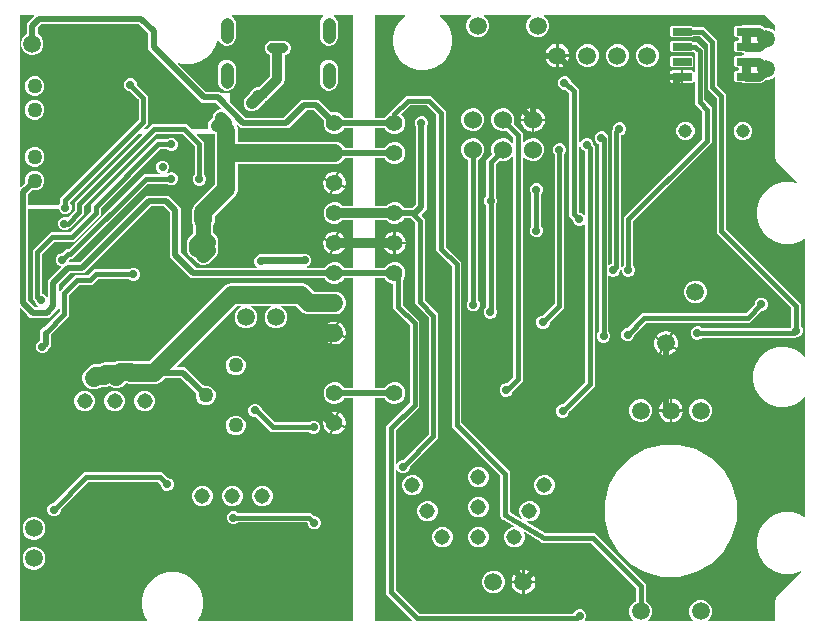
<source format=gbr>
G04 EAGLE Gerber RS-274X export*
G75*
%MOMM*%
%FSLAX34Y34*%
%LPD*%
%INBottom Copper*%
%IPPOS*%
%AMOC8*
5,1,8,0,0,1.08239X$1,22.5*%
G01*
%ADD10C,1.508000*%
%ADD11C,0.808000*%
%ADD12C,1.258000*%
%ADD13C,1.408000*%
%ADD14C,1.108000*%
%ADD15C,1.308000*%
%ADD16C,1.138000*%
%ADD17C,1.524000*%
%ADD18C,0.030000*%
%ADD19C,0.706400*%
%ADD20C,0.508000*%
%ADD21C,0.406400*%
%ADD22C,1.524000*%
%ADD23C,0.756400*%
%ADD24C,1.270000*%
%ADD25C,0.609600*%
%ADD26C,1.016000*%
%ADD27C,0.812800*%
%ADD28C,0.762000*%

G36*
X580299Y10288D02*
X580299Y10288D01*
X580301Y10288D01*
X580396Y10308D01*
X580493Y10327D01*
X580495Y10329D01*
X580498Y10329D01*
X580578Y10385D01*
X580659Y10440D01*
X580660Y10442D01*
X580662Y10444D01*
X580715Y10527D01*
X580768Y10608D01*
X580768Y10611D01*
X580770Y10613D01*
X580786Y10709D01*
X580803Y10805D01*
X580803Y10808D01*
X580803Y10810D01*
X580781Y10905D01*
X580760Y11001D01*
X580758Y11003D01*
X580758Y11006D01*
X580655Y11154D01*
X578863Y12945D01*
X577403Y16470D01*
X577403Y20286D01*
X578863Y23811D01*
X581561Y26509D01*
X581684Y26559D01*
X582908Y27067D01*
X584133Y27574D01*
X585086Y27969D01*
X588902Y27969D01*
X592427Y26509D01*
X595125Y23811D01*
X596585Y20286D01*
X596585Y16470D01*
X595125Y12945D01*
X593333Y11154D01*
X593332Y11151D01*
X593329Y11150D01*
X593277Y11069D01*
X593222Y10987D01*
X593222Y10984D01*
X593220Y10982D01*
X593203Y10886D01*
X593184Y10790D01*
X593185Y10787D01*
X593185Y10785D01*
X593206Y10688D01*
X593226Y10594D01*
X593228Y10592D01*
X593228Y10589D01*
X593285Y10509D01*
X593340Y10429D01*
X593343Y10428D01*
X593344Y10426D01*
X593427Y10374D01*
X593510Y10322D01*
X593512Y10321D01*
X593514Y10320D01*
X593692Y10288D01*
X649605Y10288D01*
X649610Y10289D01*
X649615Y10288D01*
X649708Y10309D01*
X649802Y10327D01*
X649806Y10330D01*
X649811Y10331D01*
X649889Y10387D01*
X649967Y10440D01*
X649970Y10444D01*
X649974Y10447D01*
X650025Y10529D01*
X650077Y10608D01*
X650077Y10613D01*
X650080Y10618D01*
X650112Y10795D01*
X650112Y27446D01*
X651678Y31227D01*
X654644Y34193D01*
X671974Y51523D01*
X671993Y51552D01*
X672019Y51575D01*
X672048Y51635D01*
X672085Y51690D01*
X672091Y51724D01*
X672106Y51755D01*
X672110Y51822D01*
X672122Y51887D01*
X672115Y51921D01*
X672117Y51955D01*
X672095Y52018D01*
X672081Y52083D01*
X672061Y52111D01*
X672049Y52144D01*
X672004Y52193D01*
X671967Y52247D01*
X671937Y52266D01*
X671914Y52292D01*
X671853Y52319D01*
X671797Y52355D01*
X671763Y52361D01*
X671731Y52375D01*
X671665Y52377D01*
X671600Y52389D01*
X671566Y52381D01*
X671531Y52382D01*
X671458Y52355D01*
X671405Y52343D01*
X671384Y52329D01*
X671362Y52321D01*
X670498Y51822D01*
X663844Y50039D01*
X656956Y50039D01*
X650302Y51822D01*
X644337Y55266D01*
X639466Y60137D01*
X636022Y66102D01*
X634239Y72756D01*
X634239Y79644D01*
X636022Y86298D01*
X639466Y92263D01*
X644337Y97134D01*
X650302Y100578D01*
X656956Y102361D01*
X663844Y102361D01*
X670498Y100578D01*
X674751Y98122D01*
X674787Y98110D01*
X674818Y98090D01*
X674881Y98078D01*
X674941Y98058D01*
X674979Y98061D01*
X675015Y98054D01*
X675078Y98068D01*
X675141Y98073D01*
X675174Y98090D01*
X675211Y98098D01*
X675263Y98135D01*
X675320Y98164D01*
X675344Y98192D01*
X675374Y98214D01*
X675408Y98268D01*
X675449Y98317D01*
X675461Y98352D01*
X675480Y98384D01*
X675493Y98457D01*
X675509Y98508D01*
X675507Y98533D01*
X675512Y98561D01*
X675512Y199273D01*
X675512Y199276D01*
X675512Y199278D01*
X675492Y199373D01*
X675473Y199470D01*
X675471Y199472D01*
X675471Y199474D01*
X675415Y199555D01*
X675360Y199635D01*
X675358Y199637D01*
X675356Y199639D01*
X675273Y199692D01*
X675192Y199745D01*
X675189Y199745D01*
X675187Y199746D01*
X675091Y199763D01*
X674995Y199780D01*
X674992Y199780D01*
X674990Y199780D01*
X674896Y199758D01*
X674799Y199737D01*
X674797Y199735D01*
X674794Y199734D01*
X674646Y199632D01*
X671531Y196516D01*
X665794Y193204D01*
X659394Y191489D01*
X652770Y191489D01*
X646370Y193204D01*
X640633Y196516D01*
X635948Y201201D01*
X632636Y206938D01*
X630921Y213338D01*
X630921Y219962D01*
X632636Y226362D01*
X635948Y232099D01*
X640633Y236784D01*
X646370Y240096D01*
X652770Y241811D01*
X659394Y241811D01*
X665794Y240096D01*
X671531Y236784D01*
X674646Y233668D01*
X674649Y233667D01*
X674650Y233665D01*
X674731Y233612D01*
X674813Y233557D01*
X674816Y233557D01*
X674818Y233555D01*
X674914Y233538D01*
X675010Y233520D01*
X675013Y233520D01*
X675015Y233520D01*
X675112Y233541D01*
X675206Y233561D01*
X675208Y233563D01*
X675211Y233563D01*
X675291Y233620D01*
X675371Y233676D01*
X675372Y233678D01*
X675374Y233679D01*
X675426Y233762D01*
X675478Y233845D01*
X675479Y233847D01*
X675480Y233850D01*
X675512Y234027D01*
X675512Y333239D01*
X675505Y333275D01*
X675507Y333313D01*
X675485Y333373D01*
X675473Y333435D01*
X675452Y333466D01*
X675439Y333501D01*
X675396Y333548D01*
X675360Y333601D01*
X675329Y333621D01*
X675303Y333649D01*
X675245Y333676D01*
X675192Y333710D01*
X675155Y333717D01*
X675121Y333732D01*
X675058Y333735D01*
X674995Y333746D01*
X674958Y333738D01*
X674921Y333739D01*
X674851Y333714D01*
X674799Y333702D01*
X674779Y333688D01*
X674751Y333678D01*
X670498Y331222D01*
X663844Y329439D01*
X656956Y329439D01*
X650302Y331222D01*
X644337Y334666D01*
X639466Y339537D01*
X636022Y345502D01*
X634239Y352156D01*
X634239Y359044D01*
X636022Y365698D01*
X639466Y371663D01*
X644337Y376534D01*
X650302Y379978D01*
X656956Y381761D01*
X663844Y381761D01*
X667625Y380748D01*
X667693Y380743D01*
X667761Y380730D01*
X667793Y380737D01*
X667825Y380735D01*
X667890Y380758D01*
X667957Y380772D01*
X667984Y380790D01*
X668014Y380801D01*
X668065Y380847D01*
X668122Y380886D01*
X668139Y380914D01*
X668163Y380935D01*
X668192Y380997D01*
X668229Y381056D01*
X668235Y381087D01*
X668248Y381116D01*
X668251Y381185D01*
X668263Y381253D01*
X668256Y381284D01*
X668257Y381317D01*
X668233Y381381D01*
X668217Y381448D01*
X668197Y381477D01*
X668187Y381505D01*
X668153Y381541D01*
X668115Y381596D01*
X651678Y398033D01*
X650112Y401814D01*
X650112Y470478D01*
X650112Y470481D01*
X650112Y470483D01*
X650092Y470578D01*
X650073Y470675D01*
X650071Y470677D01*
X650071Y470680D01*
X650015Y470760D01*
X649960Y470841D01*
X649958Y470842D01*
X649956Y470844D01*
X649873Y470897D01*
X649792Y470950D01*
X649789Y470950D01*
X649787Y470952D01*
X649691Y470968D01*
X649595Y470985D01*
X649592Y470985D01*
X649590Y470985D01*
X649495Y470963D01*
X649399Y470942D01*
X649397Y470940D01*
X649394Y470940D01*
X649246Y470837D01*
X647799Y469389D01*
X647606Y469309D01*
X646381Y468802D01*
X645157Y468295D01*
X645156Y468295D01*
X644274Y467929D01*
X641274Y467929D01*
X641266Y467928D01*
X641258Y467929D01*
X641168Y467908D01*
X641077Y467890D01*
X641071Y467885D01*
X641063Y467883D01*
X640915Y467781D01*
X639336Y466201D01*
X638267Y465759D01*
X637182Y465309D01*
X623750Y465309D01*
X621888Y466081D01*
X621879Y466082D01*
X621871Y466087D01*
X621694Y466119D01*
X616404Y466119D01*
X615115Y467408D01*
X615115Y474932D01*
X616404Y476221D01*
X618548Y476221D01*
X618553Y476222D01*
X618558Y476221D01*
X618651Y476242D01*
X618745Y476260D01*
X618749Y476263D01*
X618754Y476264D01*
X618832Y476320D01*
X618910Y476373D01*
X618913Y476377D01*
X618917Y476380D01*
X618968Y476462D01*
X619020Y476541D01*
X619020Y476546D01*
X619023Y476551D01*
X619055Y476728D01*
X619055Y478312D01*
X619054Y478317D01*
X619055Y478322D01*
X619034Y478415D01*
X619016Y478509D01*
X619013Y478513D01*
X619012Y478518D01*
X618956Y478596D01*
X618903Y478674D01*
X618899Y478677D01*
X618896Y478681D01*
X618814Y478732D01*
X618735Y478784D01*
X618730Y478784D01*
X618725Y478787D01*
X618548Y478819D01*
X616404Y478819D01*
X615115Y480108D01*
X615115Y487632D01*
X616404Y488921D01*
X621694Y488921D01*
X621703Y488923D01*
X621712Y488921D01*
X621888Y488959D01*
X621890Y488960D01*
X622400Y489171D01*
X623624Y489679D01*
X623800Y489751D01*
X623802Y489753D01*
X623805Y489753D01*
X623885Y489809D01*
X623966Y489863D01*
X623968Y489865D01*
X623970Y489867D01*
X624023Y489949D01*
X624077Y490031D01*
X624077Y490033D01*
X624078Y490035D01*
X624095Y490132D01*
X624113Y490228D01*
X624113Y490230D01*
X624113Y490233D01*
X624091Y490329D01*
X624071Y490424D01*
X624069Y490426D01*
X624068Y490428D01*
X624011Y490508D01*
X623955Y490588D01*
X623953Y490589D01*
X623952Y490591D01*
X623800Y490689D01*
X621888Y491481D01*
X621879Y491482D01*
X621871Y491487D01*
X621694Y491519D01*
X616404Y491519D01*
X615115Y492808D01*
X615115Y500332D01*
X616404Y501621D01*
X618548Y501621D01*
X618553Y501622D01*
X618558Y501621D01*
X618651Y501642D01*
X618745Y501660D01*
X618749Y501663D01*
X618754Y501664D01*
X618832Y501720D01*
X618910Y501773D01*
X618913Y501777D01*
X618917Y501780D01*
X618968Y501862D01*
X619020Y501941D01*
X619020Y501946D01*
X619023Y501951D01*
X619055Y502128D01*
X619055Y503712D01*
X619054Y503717D01*
X619055Y503722D01*
X619034Y503815D01*
X619016Y503909D01*
X619013Y503913D01*
X619012Y503918D01*
X618956Y503996D01*
X618903Y504074D01*
X618899Y504077D01*
X618896Y504081D01*
X618814Y504132D01*
X618735Y504184D01*
X618730Y504184D01*
X618725Y504187D01*
X618548Y504219D01*
X616404Y504219D01*
X615115Y505508D01*
X615115Y513032D01*
X616404Y514321D01*
X621694Y514321D01*
X621703Y514323D01*
X621712Y514321D01*
X621888Y514359D01*
X621890Y514360D01*
X622309Y514534D01*
X623534Y515041D01*
X623750Y515131D01*
X637182Y515131D01*
X639336Y514239D01*
X640915Y512659D01*
X640922Y512655D01*
X640926Y512649D01*
X641005Y512600D01*
X641082Y512548D01*
X641090Y512547D01*
X641096Y512543D01*
X641274Y512511D01*
X644274Y512511D01*
X647799Y511051D01*
X649246Y509603D01*
X649249Y509602D01*
X649250Y509599D01*
X649331Y509547D01*
X649413Y509492D01*
X649416Y509492D01*
X649418Y509490D01*
X649514Y509473D01*
X649610Y509454D01*
X649613Y509455D01*
X649615Y509455D01*
X649712Y509476D01*
X649806Y509496D01*
X649808Y509498D01*
X649811Y509498D01*
X649891Y509555D01*
X649971Y509610D01*
X649972Y509613D01*
X649974Y509614D01*
X650027Y509698D01*
X650078Y509780D01*
X650079Y509782D01*
X650080Y509784D01*
X650112Y509962D01*
X650112Y513689D01*
X650111Y513696D01*
X650112Y513704D01*
X650091Y513794D01*
X650073Y513885D01*
X650068Y513892D01*
X650066Y513899D01*
X649964Y514047D01*
X641047Y522964D01*
X641041Y522968D01*
X641036Y522974D01*
X640957Y523023D01*
X640880Y523075D01*
X640873Y523076D01*
X640866Y523080D01*
X640689Y523112D01*
X454590Y523112D01*
X454587Y523112D01*
X454585Y523112D01*
X454490Y523092D01*
X454393Y523073D01*
X454391Y523071D01*
X454388Y523071D01*
X454308Y523015D01*
X454227Y522960D01*
X454226Y522958D01*
X454224Y522956D01*
X454171Y522873D01*
X454118Y522792D01*
X454118Y522789D01*
X454116Y522787D01*
X454100Y522691D01*
X454083Y522595D01*
X454083Y522592D01*
X454083Y522590D01*
X454105Y522496D01*
X454126Y522399D01*
X454128Y522397D01*
X454128Y522394D01*
X454231Y522246D01*
X456949Y519529D01*
X458409Y516004D01*
X458409Y512188D01*
X456949Y508663D01*
X454251Y505965D01*
X453927Y505831D01*
X452703Y505324D01*
X451478Y504817D01*
X450726Y504505D01*
X446910Y504505D01*
X443385Y505965D01*
X440687Y508663D01*
X439227Y512188D01*
X439227Y516004D01*
X440687Y519529D01*
X443405Y522246D01*
X443406Y522249D01*
X443409Y522250D01*
X443461Y522331D01*
X443516Y522413D01*
X443516Y522416D01*
X443518Y522418D01*
X443535Y522512D01*
X443554Y522610D01*
X443553Y522613D01*
X443553Y522615D01*
X443532Y522712D01*
X443512Y522806D01*
X443510Y522808D01*
X443510Y522811D01*
X443453Y522891D01*
X443398Y522971D01*
X443395Y522972D01*
X443394Y522974D01*
X443311Y523026D01*
X443228Y523078D01*
X443226Y523079D01*
X443224Y523080D01*
X443046Y523112D01*
X403790Y523112D01*
X403787Y523112D01*
X403785Y523112D01*
X403690Y523092D01*
X403593Y523073D01*
X403591Y523071D01*
X403588Y523071D01*
X403508Y523015D01*
X403427Y522960D01*
X403426Y522958D01*
X403424Y522956D01*
X403371Y522873D01*
X403318Y522792D01*
X403318Y522789D01*
X403316Y522787D01*
X403300Y522691D01*
X403283Y522595D01*
X403283Y522592D01*
X403283Y522590D01*
X403305Y522496D01*
X403326Y522399D01*
X403328Y522397D01*
X403328Y522394D01*
X403431Y522246D01*
X406149Y519529D01*
X407609Y516004D01*
X407609Y512188D01*
X406149Y508663D01*
X403451Y505965D01*
X403127Y505831D01*
X401903Y505324D01*
X400678Y504817D01*
X399926Y504505D01*
X396110Y504505D01*
X392585Y505965D01*
X389887Y508663D01*
X388427Y512188D01*
X388427Y516004D01*
X389887Y519529D01*
X392605Y522246D01*
X392606Y522249D01*
X392609Y522250D01*
X392661Y522331D01*
X392716Y522413D01*
X392716Y522416D01*
X392718Y522418D01*
X392735Y522512D01*
X392754Y522610D01*
X392753Y522613D01*
X392753Y522615D01*
X392732Y522712D01*
X392712Y522806D01*
X392710Y522808D01*
X392710Y522811D01*
X392653Y522891D01*
X392598Y522971D01*
X392595Y522972D01*
X392594Y522974D01*
X392511Y523026D01*
X392428Y523078D01*
X392426Y523079D01*
X392424Y523080D01*
X392246Y523112D01*
X366323Y523112D01*
X366255Y523099D01*
X366187Y523094D01*
X366158Y523079D01*
X366126Y523073D01*
X366069Y523034D01*
X366008Y523003D01*
X365987Y522978D01*
X365961Y522960D01*
X365923Y522902D01*
X365878Y522850D01*
X365869Y522819D01*
X365851Y522792D01*
X365839Y522724D01*
X365818Y522658D01*
X365821Y522626D01*
X365816Y522595D01*
X365831Y522527D01*
X365837Y522459D01*
X365852Y522431D01*
X365859Y522399D01*
X365899Y522343D01*
X365932Y522282D01*
X365958Y522260D01*
X365975Y522236D01*
X366018Y522209D01*
X366069Y522166D01*
X366731Y521784D01*
X371416Y517099D01*
X374728Y511362D01*
X376443Y504962D01*
X376443Y498338D01*
X374728Y491938D01*
X371416Y486201D01*
X366731Y481516D01*
X360994Y478204D01*
X354594Y476489D01*
X347970Y476489D01*
X341570Y478204D01*
X335833Y481516D01*
X331148Y486201D01*
X327836Y491938D01*
X326121Y498338D01*
X326121Y504962D01*
X327836Y511362D01*
X331148Y517099D01*
X335833Y521784D01*
X336495Y522166D01*
X336546Y522211D01*
X336603Y522250D01*
X336621Y522277D01*
X336645Y522298D01*
X336675Y522360D01*
X336713Y522418D01*
X336718Y522450D01*
X336732Y522479D01*
X336736Y522548D01*
X336748Y522615D01*
X336741Y522647D01*
X336743Y522679D01*
X336720Y522744D01*
X336705Y522811D01*
X336686Y522837D01*
X336675Y522868D01*
X336629Y522918D01*
X336589Y522974D01*
X336561Y522991D01*
X336540Y523015D01*
X336477Y523044D01*
X336418Y523080D01*
X336384Y523086D01*
X336357Y523099D01*
X336307Y523100D01*
X336241Y523112D01*
X311658Y523112D01*
X311653Y523111D01*
X311648Y523112D01*
X311555Y523091D01*
X311462Y523073D01*
X311457Y523070D01*
X311452Y523069D01*
X311374Y523013D01*
X311296Y522960D01*
X311293Y522956D01*
X311289Y522953D01*
X311238Y522871D01*
X311186Y522792D01*
X311186Y522787D01*
X311183Y522782D01*
X311151Y522605D01*
X311151Y436898D01*
X311152Y436893D01*
X311151Y436888D01*
X311172Y436795D01*
X311190Y436701D01*
X311193Y436697D01*
X311194Y436692D01*
X311250Y436614D01*
X311303Y436536D01*
X311307Y436533D01*
X311310Y436529D01*
X311392Y436478D01*
X311471Y436426D01*
X311476Y436426D01*
X311481Y436423D01*
X311658Y436391D01*
X319383Y436391D01*
X319389Y436392D01*
X319396Y436391D01*
X319487Y436412D01*
X319579Y436430D01*
X319585Y436434D01*
X319591Y436435D01*
X319668Y436490D01*
X319745Y436543D01*
X319749Y436548D01*
X319754Y436552D01*
X319852Y436704D01*
X319953Y436949D01*
X322511Y439507D01*
X323264Y439819D01*
X323270Y439823D01*
X323276Y439824D01*
X323353Y439879D01*
X323431Y439931D01*
X323434Y439936D01*
X323439Y439940D01*
X323489Y440020D01*
X323541Y440098D01*
X323542Y440105D01*
X323545Y440110D01*
X323577Y440288D01*
X323577Y441111D01*
X337399Y454933D01*
X358561Y454933D01*
X371367Y442127D01*
X371367Y327021D01*
X371368Y327013D01*
X371367Y327006D01*
X371388Y326916D01*
X371406Y326825D01*
X371411Y326818D01*
X371413Y326811D01*
X371515Y326663D01*
X384321Y313857D01*
X384321Y177923D01*
X384322Y177915D01*
X384321Y177908D01*
X384342Y177818D01*
X384360Y177727D01*
X384365Y177720D01*
X384367Y177713D01*
X384469Y177565D01*
X425469Y136565D01*
X425469Y102654D01*
X425482Y102587D01*
X425487Y102519D01*
X425502Y102490D01*
X425508Y102458D01*
X425547Y102401D01*
X425577Y102340D01*
X425604Y102317D01*
X425621Y102292D01*
X425663Y102264D01*
X425712Y102221D01*
X434896Y96624D01*
X434934Y96610D01*
X434968Y96588D01*
X435028Y96577D01*
X435084Y96556D01*
X435125Y96558D01*
X435165Y96550D01*
X435224Y96563D01*
X435285Y96566D01*
X435321Y96583D01*
X435361Y96592D01*
X435411Y96626D01*
X435465Y96653D01*
X435492Y96683D01*
X435526Y96706D01*
X435558Y96757D01*
X435598Y96802D01*
X435612Y96841D01*
X435633Y96875D01*
X435644Y96935D01*
X435663Y96992D01*
X435660Y97033D01*
X435667Y97073D01*
X435653Y97132D01*
X435649Y97192D01*
X435631Y97228D01*
X435621Y97268D01*
X435582Y97325D01*
X435559Y97371D01*
X435536Y97391D01*
X435519Y97416D01*
X434677Y98258D01*
X433369Y101415D01*
X433369Y104833D01*
X434677Y107990D01*
X437094Y110407D01*
X437953Y110763D01*
X439178Y111270D01*
X440251Y111715D01*
X443669Y111715D01*
X446826Y110407D01*
X449243Y107990D01*
X450551Y104833D01*
X450551Y101415D01*
X449243Y98258D01*
X446826Y95841D01*
X445921Y95466D01*
X444696Y94959D01*
X443669Y94533D01*
X440217Y94533D01*
X440177Y94548D01*
X440138Y94546D01*
X440099Y94553D01*
X440039Y94541D01*
X439977Y94538D01*
X439942Y94521D01*
X439903Y94513D01*
X439852Y94478D01*
X439796Y94451D01*
X439770Y94422D01*
X439738Y94399D01*
X439704Y94347D01*
X439663Y94301D01*
X439651Y94264D01*
X439629Y94231D01*
X439619Y94170D01*
X439599Y94111D01*
X439601Y94072D01*
X439595Y94033D01*
X439608Y93973D01*
X439613Y93912D01*
X439630Y93876D01*
X439639Y93838D01*
X439675Y93788D01*
X439703Y93733D01*
X439735Y93704D01*
X439756Y93675D01*
X439799Y93647D01*
X439838Y93613D01*
X454922Y84421D01*
X454968Y84404D01*
X455009Y84379D01*
X455067Y84368D01*
X455111Y84352D01*
X455145Y84354D01*
X455186Y84347D01*
X497046Y84347D01*
X540277Y41116D01*
X540277Y27407D01*
X540278Y27400D01*
X540277Y27394D01*
X540298Y27302D01*
X540316Y27210D01*
X540320Y27205D01*
X540321Y27198D01*
X540376Y27122D01*
X540429Y27044D01*
X540434Y27041D01*
X540438Y27036D01*
X540590Y26938D01*
X541627Y26509D01*
X544325Y23811D01*
X545785Y20286D01*
X545785Y16470D01*
X544325Y12945D01*
X542533Y11154D01*
X542532Y11151D01*
X542529Y11150D01*
X542477Y11069D01*
X542422Y10987D01*
X542422Y10984D01*
X542420Y10982D01*
X542403Y10886D01*
X542384Y10790D01*
X542385Y10787D01*
X542385Y10785D01*
X542406Y10688D01*
X542426Y10594D01*
X542428Y10592D01*
X542428Y10589D01*
X542485Y10509D01*
X542540Y10429D01*
X542543Y10428D01*
X542544Y10426D01*
X542627Y10374D01*
X542710Y10322D01*
X542712Y10321D01*
X542714Y10320D01*
X542892Y10288D01*
X580296Y10288D01*
X580299Y10288D01*
G37*
G36*
X117375Y10295D02*
X117375Y10295D01*
X117413Y10293D01*
X117473Y10315D01*
X117535Y10327D01*
X117566Y10348D01*
X117601Y10361D01*
X117648Y10404D01*
X117701Y10440D01*
X117721Y10471D01*
X117749Y10497D01*
X117776Y10555D01*
X117810Y10608D01*
X117817Y10645D01*
X117832Y10679D01*
X117835Y10742D01*
X117846Y10805D01*
X117838Y10842D01*
X117839Y10879D01*
X117814Y10949D01*
X117802Y11001D01*
X117788Y11021D01*
X117778Y11049D01*
X115322Y15302D01*
X113539Y21956D01*
X113539Y28844D01*
X115322Y35498D01*
X118766Y41463D01*
X123637Y46334D01*
X129602Y49778D01*
X136256Y51561D01*
X143144Y51561D01*
X149798Y49778D01*
X155763Y46334D01*
X160634Y41463D01*
X164078Y35498D01*
X165861Y28844D01*
X165861Y21956D01*
X164078Y15302D01*
X161622Y11049D01*
X161610Y11013D01*
X161590Y10982D01*
X161578Y10919D01*
X161558Y10859D01*
X161561Y10821D01*
X161554Y10785D01*
X161568Y10722D01*
X161573Y10659D01*
X161590Y10626D01*
X161598Y10589D01*
X161635Y10537D01*
X161664Y10480D01*
X161692Y10456D01*
X161714Y10426D01*
X161768Y10392D01*
X161817Y10351D01*
X161852Y10339D01*
X161884Y10320D01*
X161957Y10307D01*
X162008Y10291D01*
X162033Y10293D01*
X162061Y10288D01*
X292100Y10288D01*
X292105Y10289D01*
X292110Y10288D01*
X292203Y10309D01*
X292297Y10327D01*
X292301Y10330D01*
X292306Y10331D01*
X292384Y10387D01*
X292462Y10440D01*
X292465Y10444D01*
X292469Y10447D01*
X292520Y10529D01*
X292572Y10608D01*
X292572Y10613D01*
X292575Y10618D01*
X292607Y10795D01*
X292607Y198102D01*
X292606Y198107D01*
X292607Y198112D01*
X292586Y198205D01*
X292568Y198299D01*
X292565Y198303D01*
X292564Y198308D01*
X292508Y198386D01*
X292455Y198464D01*
X292451Y198467D01*
X292448Y198471D01*
X292366Y198522D01*
X292287Y198574D01*
X292282Y198574D01*
X292277Y198577D01*
X292100Y198609D01*
X285137Y198609D01*
X285131Y198608D01*
X285124Y198609D01*
X285033Y198588D01*
X284941Y198570D01*
X284935Y198566D01*
X284929Y198565D01*
X284852Y198510D01*
X284775Y198457D01*
X284771Y198452D01*
X284766Y198448D01*
X284668Y198296D01*
X284567Y198051D01*
X282009Y195493D01*
X281771Y195394D01*
X280546Y194887D01*
X279322Y194380D01*
X279321Y194380D01*
X278668Y194109D01*
X275052Y194109D01*
X271711Y195493D01*
X269153Y198051D01*
X267769Y201392D01*
X267769Y205008D01*
X269153Y208349D01*
X271711Y210907D01*
X272414Y211198D01*
X272415Y211198D01*
X273639Y211706D01*
X274864Y212213D01*
X275052Y212291D01*
X278668Y212291D01*
X282009Y210907D01*
X284567Y208349D01*
X284668Y208104D01*
X284672Y208098D01*
X284674Y208092D01*
X284728Y208016D01*
X284780Y207937D01*
X284786Y207934D01*
X284790Y207929D01*
X284869Y207879D01*
X284948Y207827D01*
X284954Y207826D01*
X284960Y207823D01*
X285137Y207791D01*
X292100Y207791D01*
X292105Y207792D01*
X292110Y207791D01*
X292203Y207812D01*
X292297Y207830D01*
X292301Y207833D01*
X292306Y207834D01*
X292384Y207890D01*
X292462Y207943D01*
X292465Y207947D01*
X292469Y207950D01*
X292520Y208032D01*
X292572Y208111D01*
X292572Y208116D01*
X292575Y208121D01*
X292607Y208298D01*
X292607Y299702D01*
X292606Y299707D01*
X292607Y299712D01*
X292586Y299805D01*
X292568Y299899D01*
X292565Y299903D01*
X292564Y299908D01*
X292508Y299986D01*
X292455Y300064D01*
X292451Y300067D01*
X292448Y300071D01*
X292366Y300122D01*
X292287Y300174D01*
X292282Y300174D01*
X292277Y300177D01*
X292100Y300209D01*
X285137Y300209D01*
X285131Y300208D01*
X285124Y300209D01*
X285033Y300188D01*
X284941Y300170D01*
X284935Y300166D01*
X284929Y300165D01*
X284852Y300110D01*
X284775Y300057D01*
X284771Y300052D01*
X284766Y300048D01*
X284668Y299896D01*
X284567Y299651D01*
X282009Y297093D01*
X281409Y296844D01*
X280184Y296337D01*
X278960Y295830D01*
X278959Y295830D01*
X278668Y295709D01*
X275052Y295709D01*
X271711Y297093D01*
X269153Y299651D01*
X269052Y299896D01*
X269048Y299902D01*
X269046Y299908D01*
X268992Y299984D01*
X268940Y300063D01*
X268934Y300066D01*
X268930Y300071D01*
X268851Y300121D01*
X268772Y300173D01*
X268766Y300174D01*
X268760Y300177D01*
X268583Y300209D01*
X155578Y300209D01*
X152741Y303047D01*
X140487Y315301D01*
X137649Y318138D01*
X137649Y356028D01*
X137648Y356036D01*
X137649Y356044D01*
X137628Y356134D01*
X137610Y356225D01*
X137605Y356231D01*
X137603Y356239D01*
X137501Y356387D01*
X132867Y361021D01*
X132860Y361025D01*
X132856Y361031D01*
X132777Y361080D01*
X132700Y361132D01*
X132692Y361133D01*
X132686Y361137D01*
X132508Y361169D01*
X121746Y361169D01*
X121738Y361168D01*
X121730Y361169D01*
X121640Y361148D01*
X121549Y361130D01*
X121543Y361125D01*
X121535Y361123D01*
X121387Y361021D01*
X67731Y307365D01*
X64894Y304527D01*
X53674Y304527D01*
X53666Y304526D01*
X53658Y304527D01*
X53568Y304506D01*
X53477Y304488D01*
X53471Y304483D01*
X53463Y304481D01*
X53315Y304379D01*
X43347Y294411D01*
X43343Y294404D01*
X43337Y294400D01*
X43288Y294321D01*
X43236Y294244D01*
X43235Y294236D01*
X43231Y294230D01*
X43199Y294052D01*
X43199Y289973D01*
X43199Y289971D01*
X43199Y289968D01*
X43219Y289873D01*
X43238Y289777D01*
X43240Y289774D01*
X43240Y289772D01*
X43296Y289691D01*
X43351Y289611D01*
X43353Y289609D01*
X43355Y289607D01*
X43438Y289554D01*
X43519Y289502D01*
X43522Y289501D01*
X43524Y289500D01*
X43620Y289483D01*
X43716Y289466D01*
X43719Y289467D01*
X43721Y289466D01*
X43815Y289488D01*
X43912Y289510D01*
X43914Y289511D01*
X43917Y289512D01*
X44065Y289614D01*
X46717Y292267D01*
X57237Y302787D01*
X68203Y302787D01*
X68211Y302788D01*
X68218Y302787D01*
X68308Y302808D01*
X68399Y302826D01*
X68406Y302831D01*
X68413Y302833D01*
X68561Y302935D01*
X73493Y307867D01*
X102657Y307867D01*
X102665Y307868D01*
X102673Y307867D01*
X102763Y307888D01*
X102854Y307906D01*
X102860Y307911D01*
X102868Y307913D01*
X103016Y308015D01*
X103518Y308517D01*
X103695Y308590D01*
X104920Y309098D01*
X105569Y309367D01*
X107791Y309367D01*
X109842Y308517D01*
X111413Y306946D01*
X112263Y304895D01*
X112263Y302673D01*
X111413Y300622D01*
X109842Y299051D01*
X109413Y298873D01*
X108189Y298366D01*
X108188Y298366D01*
X107791Y298201D01*
X105569Y298201D01*
X103518Y299051D01*
X103016Y299553D01*
X103010Y299557D01*
X103005Y299563D01*
X102926Y299612D01*
X102849Y299664D01*
X102841Y299665D01*
X102835Y299669D01*
X102657Y299701D01*
X77085Y299701D01*
X77077Y299700D01*
X77070Y299701D01*
X76980Y299680D01*
X76889Y299662D01*
X76882Y299657D01*
X76875Y299655D01*
X76727Y299553D01*
X71795Y294621D01*
X60829Y294621D01*
X60821Y294620D01*
X60814Y294621D01*
X60724Y294600D01*
X60633Y294582D01*
X60626Y294577D01*
X60619Y294575D01*
X60471Y294473D01*
X52491Y286493D01*
X52487Y286487D01*
X52481Y286482D01*
X52432Y286404D01*
X52380Y286327D01*
X52379Y286319D01*
X52375Y286312D01*
X52343Y286135D01*
X52343Y268565D01*
X36997Y253219D01*
X36993Y253213D01*
X36987Y253208D01*
X36938Y253130D01*
X36886Y253052D01*
X36885Y253045D01*
X36881Y253038D01*
X36849Y252861D01*
X36849Y243208D01*
X35195Y241555D01*
X35191Y241548D01*
X35185Y241544D01*
X35136Y241465D01*
X35084Y241388D01*
X35083Y241380D01*
X35079Y241374D01*
X35050Y241213D01*
X34197Y239154D01*
X32626Y237583D01*
X32416Y237496D01*
X31192Y236989D01*
X31191Y236989D01*
X30575Y236733D01*
X28353Y236733D01*
X26302Y237583D01*
X24731Y239154D01*
X23881Y241205D01*
X23881Y243427D01*
X24731Y245478D01*
X26302Y247049D01*
X26698Y247213D01*
X27354Y247485D01*
X27360Y247488D01*
X27366Y247490D01*
X27443Y247544D01*
X27521Y247597D01*
X27524Y247602D01*
X27529Y247606D01*
X27579Y247686D01*
X27631Y247764D01*
X27632Y247771D01*
X27635Y247776D01*
X27667Y247953D01*
X27667Y256156D01*
X30356Y258845D01*
X30865Y258845D01*
X30873Y258846D01*
X30880Y258845D01*
X30970Y258866D01*
X31061Y258884D01*
X31068Y258889D01*
X31075Y258891D01*
X31223Y258993D01*
X44029Y271799D01*
X44033Y271805D01*
X44039Y271810D01*
X44088Y271888D01*
X44140Y271966D01*
X44141Y271973D01*
X44145Y271980D01*
X44177Y272157D01*
X44177Y274458D01*
X44177Y274461D01*
X44177Y274464D01*
X44157Y274558D01*
X44138Y274655D01*
X44136Y274657D01*
X44136Y274660D01*
X44080Y274740D01*
X44025Y274821D01*
X44023Y274822D01*
X44021Y274824D01*
X43938Y274878D01*
X43857Y274930D01*
X43854Y274930D01*
X43852Y274932D01*
X43756Y274948D01*
X43660Y274966D01*
X43657Y274965D01*
X43655Y274965D01*
X43561Y274944D01*
X43464Y274922D01*
X43462Y274920D01*
X43459Y274920D01*
X43311Y274817D01*
X40361Y271867D01*
X35176Y266681D01*
X19434Y266681D01*
X16597Y269519D01*
X11201Y274915D01*
X11154Y274962D01*
X11151Y274963D01*
X11150Y274966D01*
X11069Y275018D01*
X10987Y275073D01*
X10984Y275073D01*
X10982Y275075D01*
X10886Y275092D01*
X10790Y275111D01*
X10787Y275110D01*
X10785Y275111D01*
X10688Y275089D01*
X10594Y275069D01*
X10592Y275068D01*
X10589Y275067D01*
X10509Y275010D01*
X10429Y274955D01*
X10428Y274953D01*
X10426Y274951D01*
X10374Y274868D01*
X10322Y274786D01*
X10321Y274783D01*
X10320Y274781D01*
X10288Y274603D01*
X10288Y10795D01*
X10289Y10790D01*
X10288Y10785D01*
X10309Y10692D01*
X10327Y10598D01*
X10330Y10594D01*
X10331Y10589D01*
X10387Y10511D01*
X10440Y10433D01*
X10444Y10430D01*
X10447Y10426D01*
X10529Y10375D01*
X10608Y10323D01*
X10613Y10323D01*
X10618Y10320D01*
X10795Y10288D01*
X117339Y10288D01*
X117375Y10295D01*
G37*
G36*
X529499Y10288D02*
X529499Y10288D01*
X529501Y10288D01*
X529596Y10308D01*
X529693Y10327D01*
X529695Y10329D01*
X529698Y10329D01*
X529778Y10385D01*
X529859Y10440D01*
X529860Y10442D01*
X529862Y10444D01*
X529915Y10527D01*
X529968Y10608D01*
X529968Y10611D01*
X529970Y10613D01*
X529986Y10709D01*
X530003Y10805D01*
X530003Y10808D01*
X530003Y10810D01*
X529981Y10905D01*
X529960Y11001D01*
X529958Y11003D01*
X529958Y11006D01*
X529855Y11154D01*
X528063Y12945D01*
X526603Y16470D01*
X526603Y20286D01*
X528063Y23811D01*
X530761Y26509D01*
X530884Y26559D01*
X531798Y26938D01*
X531804Y26942D01*
X531810Y26943D01*
X531887Y26998D01*
X531965Y27050D01*
X531968Y27055D01*
X531973Y27059D01*
X532023Y27139D01*
X532075Y27217D01*
X532076Y27224D01*
X532079Y27229D01*
X532111Y27407D01*
X532111Y37523D01*
X532110Y37531D01*
X532111Y37539D01*
X532090Y37629D01*
X532072Y37720D01*
X532067Y37726D01*
X532065Y37734D01*
X531963Y37882D01*
X493812Y76033D01*
X493805Y76037D01*
X493801Y76043D01*
X493722Y76092D01*
X493645Y76144D01*
X493637Y76145D01*
X493631Y76149D01*
X493453Y76181D01*
X454447Y76181D01*
X454396Y76171D01*
X454327Y76167D01*
X453218Y75898D01*
X452874Y76107D01*
X452828Y76124D01*
X452787Y76149D01*
X452729Y76160D01*
X452685Y76176D01*
X452651Y76174D01*
X452610Y76181D01*
X452207Y76181D01*
X451399Y76989D01*
X451356Y77017D01*
X451305Y77063D01*
X437834Y85272D01*
X437795Y85286D01*
X437759Y85309D01*
X437701Y85320D01*
X437646Y85340D01*
X437604Y85338D01*
X437562Y85346D01*
X437504Y85333D01*
X437445Y85330D01*
X437408Y85312D01*
X437366Y85303D01*
X437318Y85269D01*
X437265Y85244D01*
X437237Y85212D01*
X437202Y85188D01*
X437171Y85138D01*
X437132Y85094D01*
X437118Y85054D01*
X437096Y85019D01*
X437086Y84960D01*
X437067Y84904D01*
X437070Y84862D01*
X437063Y84821D01*
X437077Y84755D01*
X437081Y84704D01*
X437094Y84678D01*
X437101Y84645D01*
X437851Y82836D01*
X437851Y79418D01*
X436543Y76261D01*
X434126Y73844D01*
X433668Y73654D01*
X432444Y73147D01*
X431219Y72640D01*
X430969Y72536D01*
X427551Y72536D01*
X424394Y73844D01*
X421977Y76261D01*
X420669Y79418D01*
X420669Y82836D01*
X421977Y85993D01*
X424394Y88410D01*
X424476Y88444D01*
X425700Y88951D01*
X425701Y88951D01*
X426925Y89458D01*
X427551Y89718D01*
X428731Y89718D01*
X428793Y89730D01*
X428856Y89733D01*
X428890Y89750D01*
X428928Y89757D01*
X428980Y89793D01*
X429037Y89820D01*
X429062Y89848D01*
X429094Y89870D01*
X429128Y89923D01*
X429170Y89970D01*
X429182Y90006D01*
X429203Y90038D01*
X429214Y90100D01*
X429234Y90160D01*
X429232Y90198D01*
X429238Y90235D01*
X429225Y90297D01*
X429220Y90360D01*
X429203Y90394D01*
X429195Y90431D01*
X429158Y90482D01*
X429130Y90538D01*
X429099Y90566D01*
X429079Y90594D01*
X429039Y90619D01*
X428995Y90658D01*
X420362Y95919D01*
X420316Y95936D01*
X420275Y95961D01*
X420217Y95972D01*
X420173Y95988D01*
X420139Y95986D01*
X420098Y95993D01*
X419695Y95993D01*
X418887Y96801D01*
X418844Y96829D01*
X418793Y96875D01*
X417817Y97470D01*
X417722Y97861D01*
X417702Y97905D01*
X417691Y97952D01*
X417657Y98001D01*
X417637Y98043D01*
X417612Y98066D01*
X417588Y98100D01*
X417303Y98385D01*
X417303Y99527D01*
X417294Y99573D01*
X417294Y99574D01*
X417293Y99580D01*
X417289Y99647D01*
X417020Y100756D01*
X417229Y101100D01*
X417246Y101146D01*
X417271Y101187D01*
X417282Y101245D01*
X417298Y101289D01*
X417296Y101323D01*
X417303Y101364D01*
X417303Y132973D01*
X417302Y132981D01*
X417303Y132988D01*
X417282Y133078D01*
X417264Y133169D01*
X417259Y133176D01*
X417257Y133183D01*
X417155Y133331D01*
X376155Y174331D01*
X376155Y310265D01*
X376154Y310273D01*
X376155Y310280D01*
X376134Y310370D01*
X376116Y310461D01*
X376111Y310468D01*
X376109Y310475D01*
X376007Y310623D01*
X363201Y323429D01*
X363201Y438535D01*
X363200Y438543D01*
X363201Y438550D01*
X363180Y438640D01*
X363162Y438731D01*
X363157Y438738D01*
X363155Y438745D01*
X363053Y438893D01*
X355327Y446619D01*
X355321Y446623D01*
X355316Y446629D01*
X355238Y446678D01*
X355160Y446730D01*
X355153Y446731D01*
X355146Y446735D01*
X354969Y446767D01*
X340991Y446767D01*
X340983Y446766D01*
X340976Y446767D01*
X340886Y446746D01*
X340795Y446728D01*
X340788Y446723D01*
X340781Y446721D01*
X340633Y446619D01*
X333524Y439510D01*
X333521Y439506D01*
X333516Y439503D01*
X333465Y439422D01*
X333413Y439343D01*
X333412Y439338D01*
X333409Y439333D01*
X333393Y439239D01*
X333375Y439146D01*
X333376Y439141D01*
X333375Y439136D01*
X333397Y439043D01*
X333417Y438950D01*
X333420Y438946D01*
X333421Y438941D01*
X333524Y438793D01*
X335367Y436949D01*
X336751Y433608D01*
X336751Y429992D01*
X335367Y426651D01*
X332809Y424093D01*
X331756Y423657D01*
X330531Y423150D01*
X329468Y422709D01*
X325852Y422709D01*
X322511Y424093D01*
X319953Y426651D01*
X319852Y426896D01*
X319848Y426902D01*
X319846Y426908D01*
X319792Y426984D01*
X319740Y427063D01*
X319734Y427066D01*
X319730Y427071D01*
X319651Y427121D01*
X319572Y427173D01*
X319566Y427174D01*
X319560Y427177D01*
X319383Y427209D01*
X311658Y427209D01*
X311653Y427208D01*
X311648Y427209D01*
X311555Y427188D01*
X311462Y427170D01*
X311457Y427167D01*
X311452Y427166D01*
X311374Y427110D01*
X311296Y427057D01*
X311293Y427053D01*
X311289Y427050D01*
X311238Y426968D01*
X311186Y426889D01*
X311186Y426884D01*
X311183Y426879D01*
X311151Y426702D01*
X311151Y411498D01*
X311152Y411493D01*
X311151Y411488D01*
X311172Y411395D01*
X311190Y411301D01*
X311193Y411297D01*
X311194Y411292D01*
X311250Y411214D01*
X311303Y411136D01*
X311307Y411133D01*
X311310Y411129D01*
X311392Y411078D01*
X311471Y411026D01*
X311476Y411026D01*
X311481Y411023D01*
X311658Y410991D01*
X319383Y410991D01*
X319389Y410992D01*
X319396Y410991D01*
X319487Y411012D01*
X319579Y411030D01*
X319585Y411034D01*
X319591Y411035D01*
X319668Y411090D01*
X319745Y411143D01*
X319749Y411148D01*
X319754Y411152D01*
X319852Y411304D01*
X319953Y411549D01*
X322511Y414107D01*
X323715Y414606D01*
X324939Y415113D01*
X324940Y415113D01*
X325852Y415491D01*
X329468Y415491D01*
X332809Y414107D01*
X335367Y411549D01*
X336751Y408208D01*
X336751Y404592D01*
X335367Y401251D01*
X332809Y398693D01*
X331847Y398294D01*
X331846Y398294D01*
X330622Y397787D01*
X329468Y397309D01*
X325852Y397309D01*
X322511Y398693D01*
X319953Y401251D01*
X319852Y401496D01*
X319848Y401502D01*
X319846Y401508D01*
X319792Y401584D01*
X319740Y401663D01*
X319734Y401666D01*
X319730Y401671D01*
X319651Y401721D01*
X319572Y401773D01*
X319566Y401774D01*
X319560Y401777D01*
X319383Y401809D01*
X311658Y401809D01*
X311653Y401808D01*
X311648Y401809D01*
X311555Y401788D01*
X311462Y401770D01*
X311457Y401767D01*
X311452Y401766D01*
X311374Y401710D01*
X311296Y401657D01*
X311293Y401653D01*
X311289Y401650D01*
X311238Y401568D01*
X311186Y401489D01*
X311186Y401484D01*
X311183Y401479D01*
X311151Y401302D01*
X311151Y362222D01*
X311152Y362217D01*
X311151Y362212D01*
X311172Y362119D01*
X311190Y362025D01*
X311193Y362021D01*
X311194Y362016D01*
X311250Y361938D01*
X311303Y361860D01*
X311307Y361857D01*
X311310Y361853D01*
X311392Y361802D01*
X311471Y361750D01*
X311476Y361750D01*
X311481Y361747D01*
X311658Y361715D01*
X320708Y361715D01*
X320716Y361716D01*
X320724Y361715D01*
X320814Y361736D01*
X320905Y361754D01*
X320911Y361759D01*
X320919Y361761D01*
X321067Y361863D01*
X322511Y363307D01*
X322671Y363373D01*
X323896Y363881D01*
X325120Y364388D01*
X325121Y364388D01*
X325852Y364691D01*
X329468Y364691D01*
X332809Y363307D01*
X335367Y360749D01*
X335468Y360504D01*
X335472Y360498D01*
X335474Y360492D01*
X335528Y360416D01*
X335580Y360337D01*
X335586Y360334D01*
X335590Y360329D01*
X335669Y360279D01*
X335748Y360227D01*
X335754Y360226D01*
X335760Y360223D01*
X335937Y360191D01*
X343328Y360191D01*
X343336Y360192D01*
X343344Y360191D01*
X343434Y360212D01*
X343525Y360230D01*
X343531Y360235D01*
X343539Y360237D01*
X343687Y360339D01*
X345781Y362433D01*
X345785Y362440D01*
X345791Y362444D01*
X345840Y362523D01*
X345892Y362600D01*
X345893Y362608D01*
X345897Y362614D01*
X345929Y362792D01*
X345929Y428285D01*
X345928Y428293D01*
X345929Y428301D01*
X345908Y428391D01*
X345890Y428482D01*
X345885Y428489D01*
X345883Y428496D01*
X345790Y428631D01*
X344937Y430689D01*
X344937Y432911D01*
X345787Y434962D01*
X347358Y436533D01*
X348303Y436925D01*
X348304Y436925D01*
X349409Y437383D01*
X351631Y437383D01*
X353682Y436533D01*
X355253Y434962D01*
X356103Y432911D01*
X356103Y430689D01*
X355252Y428635D01*
X355249Y428633D01*
X355200Y428554D01*
X355148Y428477D01*
X355147Y428470D01*
X355143Y428463D01*
X355111Y428285D01*
X355111Y358778D01*
X350662Y354329D01*
X350659Y354325D01*
X350655Y354322D01*
X350603Y354242D01*
X350551Y354163D01*
X350550Y354157D01*
X350547Y354153D01*
X350531Y354059D01*
X350513Y353966D01*
X350514Y353961D01*
X350513Y353955D01*
X350535Y353863D01*
X350555Y353770D01*
X350558Y353765D01*
X350559Y353760D01*
X350662Y353612D01*
X350792Y353481D01*
X353333Y350941D01*
X353333Y282063D01*
X353334Y282055D01*
X353333Y282048D01*
X353354Y281958D01*
X353372Y281867D01*
X353377Y281860D01*
X353379Y281853D01*
X353481Y281705D01*
X364763Y270423D01*
X364763Y165105D01*
X340523Y140865D01*
X340519Y140859D01*
X340512Y140854D01*
X340463Y140775D01*
X340412Y140698D01*
X340411Y140691D01*
X340407Y140684D01*
X340375Y140507D01*
X340375Y139797D01*
X339525Y137745D01*
X337954Y136175D01*
X337643Y136046D01*
X336419Y135539D01*
X335902Y135325D01*
X333681Y135325D01*
X331629Y136175D01*
X330059Y137745D01*
X329925Y138070D01*
X329924Y138071D01*
X329924Y138072D01*
X329868Y138154D01*
X329813Y138236D01*
X329812Y138237D01*
X329811Y138238D01*
X329728Y138292D01*
X329645Y138346D01*
X329644Y138347D01*
X329643Y138347D01*
X329544Y138365D01*
X329448Y138383D01*
X329447Y138383D01*
X329446Y138383D01*
X329346Y138361D01*
X329252Y138340D01*
X329251Y138340D01*
X329250Y138339D01*
X329168Y138281D01*
X329088Y138225D01*
X329088Y138224D01*
X329087Y138223D01*
X329034Y138139D01*
X328982Y138055D01*
X328981Y138054D01*
X328981Y138053D01*
X328949Y137876D01*
X328949Y36513D01*
X328950Y36505D01*
X328949Y36497D01*
X328970Y36407D01*
X328988Y36316D01*
X328993Y36310D01*
X328995Y36302D01*
X329097Y36154D01*
X348602Y16649D01*
X348609Y16645D01*
X348613Y16639D01*
X348692Y16590D01*
X348769Y16538D01*
X348777Y16537D01*
X348783Y16533D01*
X348961Y16501D01*
X478846Y16501D01*
X478852Y16502D01*
X478859Y16501D01*
X478950Y16522D01*
X479042Y16540D01*
X479048Y16544D01*
X479054Y16545D01*
X479131Y16600D01*
X479208Y16653D01*
X479212Y16658D01*
X479217Y16662D01*
X479314Y16814D01*
X479645Y17612D01*
X481216Y19183D01*
X481880Y19458D01*
X483104Y19965D01*
X483267Y20033D01*
X485489Y20033D01*
X487540Y19183D01*
X489111Y17612D01*
X489961Y15561D01*
X489961Y13339D01*
X489111Y11288D01*
X488977Y11154D01*
X488975Y11151D01*
X488973Y11150D01*
X488920Y11069D01*
X488866Y10987D01*
X488865Y10984D01*
X488864Y10982D01*
X488846Y10885D01*
X488828Y10790D01*
X488829Y10787D01*
X488828Y10785D01*
X488850Y10688D01*
X488870Y10594D01*
X488871Y10592D01*
X488872Y10589D01*
X488929Y10509D01*
X488984Y10429D01*
X488986Y10428D01*
X488988Y10426D01*
X489071Y10374D01*
X489153Y10322D01*
X489156Y10321D01*
X489158Y10320D01*
X489335Y10288D01*
X529496Y10288D01*
X529499Y10288D01*
G37*
G36*
X42746Y362095D02*
X42746Y362095D01*
X42821Y362108D01*
X42831Y362115D01*
X42841Y362117D01*
X42870Y362141D01*
X42941Y362189D01*
X43074Y362322D01*
X43114Y362387D01*
X43158Y362449D01*
X43160Y362459D01*
X44574Y363873D01*
X44614Y363938D01*
X44658Y364000D01*
X44660Y364012D01*
X44665Y364020D01*
X44669Y364057D01*
X44685Y364142D01*
X44685Y368213D01*
X110868Y434396D01*
X110908Y434460D01*
X110952Y434522D01*
X110954Y434534D01*
X110959Y434543D01*
X110963Y434580D01*
X110979Y434665D01*
X110979Y451541D01*
X110962Y451615D01*
X110949Y451690D01*
X110942Y451700D01*
X110940Y451710D01*
X110916Y451739D01*
X110868Y451810D01*
X104060Y458618D01*
X103996Y458658D01*
X103934Y458702D01*
X103922Y458704D01*
X103913Y458709D01*
X103876Y458713D01*
X103791Y458729D01*
X101828Y458729D01*
X98557Y462000D01*
X98557Y466624D01*
X101828Y469895D01*
X106452Y469895D01*
X109723Y466624D01*
X109723Y464661D01*
X109740Y464587D01*
X109753Y464512D01*
X109760Y464502D01*
X109762Y464492D01*
X109786Y464463D01*
X109834Y464392D01*
X119145Y455081D01*
X119145Y431125D01*
X116642Y428622D01*
X115771Y427751D01*
X115757Y427729D01*
X115737Y427713D01*
X115712Y427656D01*
X115679Y427604D01*
X115677Y427578D01*
X115666Y427554D01*
X115669Y427493D01*
X115663Y427431D01*
X115672Y427407D01*
X115673Y427381D01*
X115702Y427327D01*
X115724Y427269D01*
X115743Y427252D01*
X115756Y427229D01*
X115806Y427194D01*
X115852Y427152D01*
X115876Y427144D01*
X115897Y427129D01*
X115982Y427113D01*
X116018Y427102D01*
X116028Y427104D01*
X116040Y427102D01*
X118910Y427102D01*
X118984Y427119D01*
X119059Y427132D01*
X119069Y427139D01*
X119079Y427141D01*
X119108Y427165D01*
X119179Y427213D01*
X122769Y430803D01*
X151551Y430803D01*
X155141Y427213D01*
X155205Y427173D01*
X155267Y427129D01*
X155279Y427127D01*
X155288Y427122D01*
X155325Y427118D01*
X155410Y427102D01*
X169645Y427102D01*
X169682Y427111D01*
X169721Y427109D01*
X169765Y427130D01*
X169813Y427141D01*
X169843Y427166D01*
X169878Y427182D01*
X169909Y427220D01*
X169947Y427251D01*
X169963Y427287D01*
X169987Y427316D01*
X169998Y427365D01*
X170018Y427410D01*
X170016Y427448D01*
X170025Y427486D01*
X170013Y427545D01*
X170011Y427583D01*
X170001Y427601D01*
X169996Y427628D01*
X169907Y427842D01*
X169907Y430678D01*
X170993Y433299D01*
X173860Y436166D01*
X173900Y436231D01*
X173944Y436293D01*
X173946Y436305D01*
X173951Y436314D01*
X173955Y436351D01*
X173971Y436435D01*
X173971Y437790D01*
X175057Y440411D01*
X177063Y442417D01*
X179684Y443503D01*
X180533Y443503D01*
X180558Y443509D01*
X180584Y443506D01*
X180642Y443528D01*
X180702Y443542D01*
X180722Y443559D01*
X180746Y443568D01*
X180788Y443613D01*
X180835Y443652D01*
X180846Y443676D01*
X180863Y443695D01*
X180881Y443754D01*
X180906Y443811D01*
X180905Y443836D01*
X180913Y443861D01*
X180902Y443922D01*
X180900Y443984D01*
X180887Y444006D01*
X180883Y444032D01*
X180835Y444103D01*
X180817Y444136D01*
X180809Y444142D01*
X180802Y444152D01*
X176264Y448690D01*
X176199Y448730D01*
X176137Y448774D01*
X176125Y448776D01*
X176117Y448781D01*
X176080Y448785D01*
X175995Y448801D01*
X164519Y448801D01*
X161718Y451602D01*
X121910Y491410D01*
X119109Y494211D01*
X119109Y507301D01*
X119092Y507375D01*
X119079Y507450D01*
X119072Y507460D01*
X119070Y507470D01*
X119046Y507498D01*
X118998Y507570D01*
X111240Y515328D01*
X111175Y515368D01*
X111113Y515412D01*
X111101Y515414D01*
X111093Y515419D01*
X111056Y515423D01*
X110971Y515439D01*
X28729Y515439D01*
X28655Y515422D01*
X28580Y515409D01*
X28570Y515402D01*
X28560Y515400D01*
X28532Y515376D01*
X28460Y515328D01*
X25542Y512410D01*
X25502Y512345D01*
X25458Y512283D01*
X25456Y512271D01*
X25451Y512263D01*
X25447Y512226D01*
X25431Y512141D01*
X25431Y507533D01*
X25445Y507472D01*
X25452Y507408D01*
X25465Y507388D01*
X25470Y507365D01*
X25511Y507316D01*
X25545Y507262D01*
X25567Y507247D01*
X25580Y507231D01*
X25615Y507216D01*
X25665Y507182D01*
X26273Y506931D01*
X28971Y504233D01*
X30431Y500708D01*
X30431Y496892D01*
X28971Y493367D01*
X26273Y490669D01*
X22748Y489209D01*
X18932Y489209D01*
X15407Y490669D01*
X12709Y493367D01*
X11249Y496892D01*
X11249Y500708D01*
X12709Y504233D01*
X15407Y506931D01*
X16015Y507182D01*
X16066Y507219D01*
X16122Y507250D01*
X16136Y507269D01*
X16155Y507283D01*
X16185Y507339D01*
X16222Y507391D01*
X16227Y507418D01*
X16237Y507436D01*
X16238Y507474D01*
X16249Y507533D01*
X16249Y516102D01*
X21968Y521820D01*
X22611Y522463D01*
X22624Y522485D01*
X22644Y522501D01*
X22670Y522558D01*
X22702Y522610D01*
X22705Y522636D01*
X22715Y522660D01*
X22713Y522721D01*
X22719Y522783D01*
X22710Y522807D01*
X22709Y522833D01*
X22679Y522887D01*
X22657Y522945D01*
X22638Y522962D01*
X22626Y522985D01*
X22576Y523020D01*
X22530Y523062D01*
X22505Y523070D01*
X22484Y523085D01*
X22400Y523101D01*
X22364Y523112D01*
X22354Y523110D01*
X22342Y523112D01*
X10668Y523112D01*
X10618Y523101D01*
X10567Y523099D01*
X10535Y523081D01*
X10499Y523073D01*
X10460Y523040D01*
X10415Y523016D01*
X10394Y522986D01*
X10366Y522963D01*
X10345Y522916D01*
X10315Y522874D01*
X10307Y522832D01*
X10295Y522804D01*
X10296Y522774D01*
X10288Y522732D01*
X10288Y377804D01*
X10294Y377779D01*
X10291Y377753D01*
X10313Y377695D01*
X10327Y377635D01*
X10344Y377615D01*
X10353Y377591D01*
X10398Y377549D01*
X10437Y377502D01*
X10461Y377491D01*
X10480Y377473D01*
X10539Y377456D01*
X10596Y377431D01*
X10621Y377432D01*
X10646Y377424D01*
X10707Y377435D01*
X10769Y377437D01*
X10791Y377450D01*
X10817Y377454D01*
X10888Y377502D01*
X10921Y377520D01*
X10927Y377528D01*
X10937Y377535D01*
X11164Y377762D01*
X14462Y381060D01*
X14502Y381125D01*
X14546Y381187D01*
X14548Y381199D01*
X14553Y381207D01*
X14557Y381244D01*
X14573Y381329D01*
X14573Y384679D01*
X15843Y387745D01*
X18189Y390091D01*
X21255Y391361D01*
X24573Y391361D01*
X27639Y390091D01*
X29985Y387745D01*
X31255Y384679D01*
X31255Y381361D01*
X29985Y378295D01*
X27639Y375949D01*
X24573Y374679D01*
X21223Y374679D01*
X21149Y374662D01*
X21074Y374649D01*
X21064Y374642D01*
X21054Y374640D01*
X21025Y374616D01*
X20954Y374568D01*
X17656Y371270D01*
X17616Y371205D01*
X17572Y371143D01*
X17570Y371131D01*
X17565Y371123D01*
X17561Y371086D01*
X17545Y371001D01*
X17545Y362458D01*
X17556Y362408D01*
X17558Y362357D01*
X17576Y362325D01*
X17584Y362289D01*
X17617Y362250D01*
X17641Y362205D01*
X17671Y362184D01*
X17694Y362156D01*
X17741Y362135D01*
X17783Y362105D01*
X17825Y362097D01*
X17853Y362085D01*
X17883Y362086D01*
X17925Y362078D01*
X42672Y362078D01*
X42746Y362095D01*
G37*
G36*
X25369Y275863D02*
X25369Y275863D01*
X25371Y275863D01*
X25467Y275883D01*
X25565Y275902D01*
X25566Y275903D01*
X25567Y275903D01*
X25649Y275960D01*
X25730Y276015D01*
X25731Y276016D01*
X25732Y276017D01*
X25787Y276102D01*
X25840Y276183D01*
X25840Y276184D01*
X25841Y276185D01*
X25858Y276284D01*
X25875Y276380D01*
X25875Y276382D01*
X25875Y276383D01*
X25853Y276480D01*
X25832Y276576D01*
X25831Y276577D01*
X25831Y276578D01*
X25773Y276658D01*
X25716Y276739D01*
X25715Y276740D01*
X25714Y276741D01*
X25562Y276839D01*
X25286Y276953D01*
X23715Y278524D01*
X22865Y280575D01*
X22865Y281285D01*
X22864Y281293D01*
X22865Y281300D01*
X22844Y281390D01*
X22826Y281481D01*
X22821Y281488D01*
X22819Y281495D01*
X22717Y281643D01*
X21317Y283043D01*
X21317Y324271D01*
X36409Y339363D01*
X52455Y339363D01*
X52463Y339364D01*
X52470Y339363D01*
X52560Y339384D01*
X52651Y339402D01*
X52658Y339407D01*
X52665Y339409D01*
X52813Y339511D01*
X70699Y357397D01*
X70700Y357398D01*
X70701Y357399D01*
X70704Y357404D01*
X70709Y357408D01*
X70758Y357486D01*
X70810Y357564D01*
X70811Y357571D01*
X70815Y357578D01*
X70847Y357755D01*
X70847Y362625D01*
X126071Y417849D01*
X134661Y417849D01*
X134669Y417850D01*
X134677Y417849D01*
X134767Y417870D01*
X134858Y417888D01*
X134864Y417893D01*
X134872Y417895D01*
X135020Y417997D01*
X135522Y418499D01*
X135919Y418664D01*
X135920Y418664D01*
X137144Y419171D01*
X137573Y419349D01*
X139795Y419349D01*
X141846Y418499D01*
X143417Y416928D01*
X144267Y414877D01*
X144267Y412655D01*
X143417Y410604D01*
X141846Y409033D01*
X141637Y408947D01*
X140413Y408439D01*
X139795Y408183D01*
X137573Y408183D01*
X135522Y409033D01*
X135020Y409535D01*
X135014Y409539D01*
X135009Y409545D01*
X134930Y409594D01*
X134853Y409646D01*
X134845Y409647D01*
X134839Y409651D01*
X134661Y409683D01*
X129663Y409683D01*
X129655Y409682D01*
X129648Y409683D01*
X129558Y409662D01*
X129467Y409644D01*
X129460Y409639D01*
X129453Y409637D01*
X129305Y409535D01*
X79161Y359391D01*
X79157Y359385D01*
X79151Y359380D01*
X79102Y359302D01*
X79050Y359224D01*
X79049Y359217D01*
X79045Y359210D01*
X79013Y359033D01*
X79013Y354163D01*
X56047Y331197D01*
X40001Y331197D01*
X39993Y331196D01*
X39986Y331197D01*
X39896Y331176D01*
X39805Y331158D01*
X39798Y331153D01*
X39791Y331151D01*
X39643Y331049D01*
X29631Y321037D01*
X29627Y321031D01*
X29621Y321026D01*
X29572Y320948D01*
X29520Y320870D01*
X29519Y320863D01*
X29515Y320856D01*
X29483Y320679D01*
X29483Y287639D01*
X29484Y287633D01*
X29483Y287626D01*
X29504Y287535D01*
X29522Y287443D01*
X29526Y287437D01*
X29527Y287431D01*
X29582Y287354D01*
X29635Y287277D01*
X29640Y287273D01*
X29644Y287268D01*
X29796Y287170D01*
X31610Y286419D01*
X33151Y284878D01*
X33154Y284876D01*
X33155Y284874D01*
X33236Y284822D01*
X33318Y284767D01*
X33321Y284766D01*
X33323Y284765D01*
X33419Y284748D01*
X33515Y284729D01*
X33518Y284730D01*
X33520Y284729D01*
X33617Y284751D01*
X33711Y284771D01*
X33713Y284772D01*
X33716Y284773D01*
X33796Y284829D01*
X33876Y284885D01*
X33877Y284887D01*
X33879Y284889D01*
X33932Y284973D01*
X33983Y285054D01*
X33984Y285057D01*
X33985Y285059D01*
X34017Y285236D01*
X34017Y298066D01*
X45479Y309527D01*
X45481Y309530D01*
X45483Y309531D01*
X45535Y309612D01*
X45590Y309694D01*
X45591Y309697D01*
X45592Y309699D01*
X45609Y309795D01*
X45628Y309891D01*
X45627Y309894D01*
X45628Y309896D01*
X45606Y309993D01*
X45586Y310087D01*
X45585Y310089D01*
X45584Y310092D01*
X45527Y310172D01*
X45472Y310252D01*
X45469Y310253D01*
X45468Y310255D01*
X45385Y310307D01*
X45303Y310359D01*
X45300Y310360D01*
X45298Y310361D01*
X45120Y310393D01*
X45117Y310393D01*
X43066Y311243D01*
X41495Y312814D01*
X40645Y314865D01*
X40645Y317087D01*
X41495Y319138D01*
X43066Y320709D01*
X43200Y320764D01*
X44424Y321272D01*
X45117Y321559D01*
X45827Y321559D01*
X45835Y321560D01*
X45842Y321559D01*
X45932Y321580D01*
X46023Y321598D01*
X46030Y321603D01*
X46037Y321605D01*
X46185Y321707D01*
X49363Y324885D01*
X51439Y324885D01*
X51447Y324886D01*
X51454Y324885D01*
X51544Y324906D01*
X51635Y324924D01*
X51642Y324929D01*
X51649Y324931D01*
X51797Y325033D01*
X115403Y388639D01*
X128492Y388639D01*
X128493Y388639D01*
X128495Y388639D01*
X128591Y388659D01*
X128689Y388678D01*
X128690Y388679D01*
X128691Y388679D01*
X128773Y388736D01*
X128854Y388791D01*
X128855Y388792D01*
X128856Y388793D01*
X128911Y388878D01*
X128964Y388959D01*
X128964Y388960D01*
X128965Y388961D01*
X128982Y389060D01*
X128999Y389156D01*
X128999Y389158D01*
X128999Y389159D01*
X128977Y389256D01*
X128956Y389352D01*
X128955Y389353D01*
X128955Y389354D01*
X128899Y389433D01*
X128840Y389515D01*
X128839Y389516D01*
X128838Y389517D01*
X128686Y389615D01*
X128410Y389729D01*
X126839Y391300D01*
X125989Y393351D01*
X125989Y395573D01*
X126839Y397624D01*
X128410Y399195D01*
X128876Y399388D01*
X130101Y399895D01*
X130461Y400045D01*
X132683Y400045D01*
X134734Y399195D01*
X136305Y397624D01*
X137155Y395573D01*
X137155Y393351D01*
X136305Y391300D01*
X135409Y390404D01*
X135408Y390402D01*
X135407Y390402D01*
X135352Y390319D01*
X135298Y390237D01*
X135297Y390235D01*
X135297Y390234D01*
X135279Y390137D01*
X135260Y390040D01*
X135260Y390038D01*
X135260Y390037D01*
X135281Y389940D01*
X135302Y389844D01*
X135302Y389842D01*
X135303Y389841D01*
X135359Y389761D01*
X135416Y389679D01*
X135417Y389678D01*
X135418Y389677D01*
X135501Y389625D01*
X135585Y389571D01*
X135586Y389571D01*
X135588Y389570D01*
X135688Y389554D01*
X135783Y389538D01*
X135784Y389538D01*
X135785Y389538D01*
X135961Y389576D01*
X136382Y389750D01*
X137319Y390139D01*
X139541Y390139D01*
X141592Y389289D01*
X143163Y387718D01*
X144013Y385667D01*
X144013Y383445D01*
X143163Y381394D01*
X141592Y379823D01*
X140875Y379526D01*
X139651Y379019D01*
X139541Y378973D01*
X137319Y378973D01*
X135268Y379823D01*
X134766Y380325D01*
X134760Y380329D01*
X134755Y380335D01*
X134676Y380384D01*
X134599Y380436D01*
X134591Y380437D01*
X134585Y380441D01*
X134407Y380473D01*
X118995Y380473D01*
X118987Y380472D01*
X118980Y380473D01*
X118890Y380452D01*
X118799Y380434D01*
X118792Y380429D01*
X118785Y380427D01*
X118637Y380325D01*
X55031Y316719D01*
X52955Y316719D01*
X52947Y316718D01*
X52940Y316719D01*
X52850Y316698D01*
X52759Y316680D01*
X52752Y316675D01*
X52745Y316673D01*
X52597Y316571D01*
X51959Y315933D01*
X51955Y315927D01*
X51949Y315922D01*
X51900Y315844D01*
X51848Y315766D01*
X51847Y315759D01*
X51843Y315752D01*
X51811Y315575D01*
X51811Y314865D01*
X51622Y314410D01*
X51621Y314406D01*
X51619Y314403D01*
X51602Y314308D01*
X51583Y314213D01*
X51584Y314210D01*
X51584Y314206D01*
X51605Y314111D01*
X51624Y314017D01*
X51626Y314014D01*
X51627Y314010D01*
X51684Y313930D01*
X51738Y313852D01*
X51741Y313850D01*
X51743Y313847D01*
X51825Y313795D01*
X51906Y313744D01*
X51910Y313743D01*
X51913Y313741D01*
X52091Y313709D01*
X60880Y313709D01*
X60888Y313710D01*
X60896Y313709D01*
X60986Y313730D01*
X61077Y313748D01*
X61083Y313753D01*
X61091Y313755D01*
X61239Y313857D01*
X114895Y367513D01*
X117732Y370351D01*
X136522Y370351D01*
X146831Y360042D01*
X146831Y322152D01*
X146832Y322144D01*
X146831Y322136D01*
X146852Y322046D01*
X146870Y321955D01*
X146875Y321949D01*
X146877Y321941D01*
X146979Y321793D01*
X159233Y309539D01*
X159240Y309535D01*
X159244Y309529D01*
X159323Y309480D01*
X159400Y309428D01*
X159408Y309427D01*
X159414Y309423D01*
X159592Y309391D01*
X210826Y309391D01*
X210828Y309391D01*
X210831Y309391D01*
X210926Y309411D01*
X211022Y309430D01*
X211024Y309432D01*
X211027Y309432D01*
X211107Y309488D01*
X211188Y309543D01*
X211189Y309545D01*
X211191Y309547D01*
X211245Y309630D01*
X211297Y309711D01*
X211298Y309714D01*
X211299Y309716D01*
X211315Y309812D01*
X211333Y309908D01*
X211332Y309911D01*
X211333Y309913D01*
X211311Y310008D01*
X211289Y310104D01*
X211288Y310106D01*
X211287Y310109D01*
X211184Y310257D01*
X209897Y311544D01*
X209047Y313595D01*
X209047Y315817D01*
X209897Y317868D01*
X211468Y319439D01*
X212218Y319750D01*
X212219Y319750D01*
X212543Y319884D01*
X212550Y319889D01*
X212559Y319891D01*
X212707Y319994D01*
X213280Y320567D01*
X249334Y320567D01*
X249343Y320569D01*
X249352Y320567D01*
X249528Y320605D01*
X249531Y320606D01*
X249912Y320764D01*
X250603Y321051D01*
X252825Y321051D01*
X254876Y320201D01*
X256447Y318630D01*
X257297Y316579D01*
X257297Y314357D01*
X256447Y312306D01*
X254876Y310735D01*
X253987Y310367D01*
X253985Y310366D01*
X253984Y310366D01*
X253902Y310310D01*
X253820Y310255D01*
X253819Y310254D01*
X253818Y310253D01*
X253766Y310172D01*
X253710Y310087D01*
X253710Y310086D01*
X253709Y310085D01*
X253692Y309988D01*
X253673Y309890D01*
X253674Y309889D01*
X253673Y309888D01*
X253696Y309788D01*
X253716Y309694D01*
X253717Y309693D01*
X253717Y309692D01*
X253776Y309610D01*
X253831Y309530D01*
X253832Y309530D01*
X253833Y309529D01*
X253918Y309476D01*
X254001Y309424D01*
X254002Y309423D01*
X254003Y309423D01*
X254181Y309391D01*
X268583Y309391D01*
X268589Y309392D01*
X268596Y309391D01*
X268687Y309412D01*
X268779Y309430D01*
X268785Y309434D01*
X268791Y309435D01*
X268868Y309490D01*
X268945Y309543D01*
X268949Y309548D01*
X268954Y309552D01*
X269052Y309704D01*
X269153Y309949D01*
X271711Y312507D01*
X272052Y312648D01*
X273277Y313156D01*
X274501Y313663D01*
X274502Y313663D01*
X275052Y313891D01*
X278668Y313891D01*
X282009Y312507D01*
X284567Y309949D01*
X284668Y309704D01*
X284672Y309698D01*
X284674Y309692D01*
X284728Y309616D01*
X284780Y309537D01*
X284786Y309534D01*
X284790Y309529D01*
X284869Y309479D01*
X284948Y309427D01*
X284954Y309426D01*
X284960Y309423D01*
X285137Y309391D01*
X292100Y309391D01*
X292105Y309392D01*
X292110Y309391D01*
X292203Y309412D01*
X292297Y309430D01*
X292301Y309433D01*
X292306Y309434D01*
X292384Y309490D01*
X292462Y309543D01*
X292465Y309547D01*
X292469Y309550D01*
X292520Y309632D01*
X292572Y309711D01*
X292572Y309716D01*
X292575Y309721D01*
X292607Y309898D01*
X292607Y348978D01*
X292606Y348983D01*
X292607Y348988D01*
X292586Y349081D01*
X292568Y349175D01*
X292565Y349179D01*
X292564Y349184D01*
X292508Y349262D01*
X292455Y349340D01*
X292451Y349343D01*
X292448Y349347D01*
X292366Y349398D01*
X292287Y349450D01*
X292282Y349450D01*
X292277Y349453D01*
X292100Y349485D01*
X283812Y349485D01*
X283804Y349484D01*
X283796Y349485D01*
X283706Y349464D01*
X283615Y349446D01*
X283609Y349441D01*
X283601Y349439D01*
X283453Y349337D01*
X282009Y347893D01*
X281228Y347569D01*
X281227Y347569D01*
X280003Y347062D01*
X278778Y346555D01*
X278668Y346509D01*
X275052Y346509D01*
X271711Y347893D01*
X269153Y350451D01*
X267769Y353792D01*
X267769Y357408D01*
X269153Y360749D01*
X271711Y363307D01*
X271871Y363373D01*
X273096Y363881D01*
X274320Y364388D01*
X274321Y364388D01*
X275052Y364691D01*
X278668Y364691D01*
X282009Y363307D01*
X283453Y361863D01*
X283459Y361859D01*
X283464Y361853D01*
X283543Y361804D01*
X283620Y361752D01*
X283628Y361751D01*
X283634Y361747D01*
X283812Y361715D01*
X292100Y361715D01*
X292105Y361716D01*
X292110Y361715D01*
X292203Y361736D01*
X292297Y361754D01*
X292301Y361757D01*
X292306Y361758D01*
X292384Y361814D01*
X292462Y361867D01*
X292465Y361871D01*
X292469Y361874D01*
X292520Y361956D01*
X292572Y362035D01*
X292572Y362040D01*
X292575Y362045D01*
X292607Y362222D01*
X292607Y401302D01*
X292606Y401307D01*
X292607Y401312D01*
X292586Y401405D01*
X292568Y401499D01*
X292565Y401503D01*
X292564Y401508D01*
X292508Y401586D01*
X292455Y401664D01*
X292451Y401667D01*
X292448Y401671D01*
X292366Y401722D01*
X292287Y401774D01*
X292282Y401774D01*
X292277Y401777D01*
X292100Y401809D01*
X285765Y401809D01*
X285759Y401808D01*
X285752Y401809D01*
X285661Y401788D01*
X285568Y401770D01*
X285563Y401766D01*
X285557Y401765D01*
X285480Y401710D01*
X285403Y401657D01*
X285399Y401652D01*
X285394Y401648D01*
X285296Y401496D01*
X285058Y400922D01*
X282338Y398202D01*
X281338Y397787D01*
X281337Y397787D01*
X280113Y397280D01*
X278888Y396773D01*
X278784Y396729D01*
X195598Y396729D01*
X195593Y396728D01*
X195588Y396729D01*
X195495Y396708D01*
X195401Y396690D01*
X195397Y396687D01*
X195392Y396686D01*
X195314Y396630D01*
X195236Y396577D01*
X195233Y396573D01*
X195229Y396570D01*
X195178Y396488D01*
X195126Y396409D01*
X195126Y396404D01*
X195123Y396399D01*
X195091Y396222D01*
X195091Y373996D01*
X193618Y370442D01*
X175681Y352505D01*
X175677Y352498D01*
X175671Y352494D01*
X175622Y352415D01*
X175570Y352338D01*
X175569Y352330D01*
X175565Y352323D01*
X175533Y352146D01*
X175533Y347580D01*
X174301Y344608D01*
X174300Y344599D01*
X174295Y344591D01*
X174263Y344413D01*
X174263Y338970D01*
X174264Y338962D01*
X174263Y338954D01*
X174284Y338864D01*
X174302Y338773D01*
X174307Y338767D01*
X174309Y338759D01*
X174411Y338611D01*
X177302Y335721D01*
X178581Y332633D01*
X178581Y329291D01*
X177986Y327854D01*
X177984Y327846D01*
X177980Y327840D01*
X177965Y327748D01*
X177947Y327657D01*
X177949Y327650D01*
X177947Y327642D01*
X177986Y327466D01*
X178581Y326029D01*
X178581Y322687D01*
X177302Y319599D01*
X170621Y312918D01*
X169778Y312569D01*
X168553Y312062D01*
X167533Y311639D01*
X164191Y311639D01*
X161103Y312918D01*
X158740Y315281D01*
X158183Y316627D01*
X158178Y316634D01*
X158177Y316642D01*
X158122Y316717D01*
X158071Y316794D01*
X158064Y316798D01*
X158060Y316804D01*
X157908Y316902D01*
X155261Y317998D01*
X152898Y320361D01*
X151619Y323449D01*
X151619Y326791D01*
X151741Y327085D01*
X151743Y327093D01*
X151747Y327099D01*
X151762Y327191D01*
X151780Y327282D01*
X151778Y327289D01*
X151779Y327297D01*
X151741Y327473D01*
X151619Y327767D01*
X151619Y331109D01*
X152898Y334197D01*
X157313Y338611D01*
X157317Y338618D01*
X157323Y338622D01*
X157372Y338701D01*
X157424Y338778D01*
X157425Y338786D01*
X157429Y338792D01*
X157461Y338970D01*
X157461Y344413D01*
X157459Y344422D01*
X157461Y344431D01*
X157423Y344608D01*
X156191Y347580D01*
X156191Y358286D01*
X157664Y361840D01*
X175601Y379777D01*
X175605Y379784D01*
X175611Y379788D01*
X175660Y379867D01*
X175712Y379944D01*
X175713Y379952D01*
X175717Y379959D01*
X175749Y380136D01*
X175749Y421737D01*
X175748Y421743D01*
X175749Y421750D01*
X175728Y421841D01*
X175710Y421933D01*
X175706Y421939D01*
X175705Y421945D01*
X175650Y422021D01*
X175597Y422099D01*
X175592Y422103D01*
X175588Y422108D01*
X175436Y422205D01*
X173830Y422871D01*
X173821Y422872D01*
X173813Y422877D01*
X173636Y422909D01*
X160669Y422909D01*
X160667Y422909D01*
X160664Y422909D01*
X160569Y422889D01*
X160473Y422870D01*
X160471Y422868D01*
X160468Y422868D01*
X160387Y422812D01*
X160307Y422757D01*
X160305Y422755D01*
X160303Y422753D01*
X160250Y422670D01*
X160198Y422589D01*
X160197Y422586D01*
X160196Y422584D01*
X160179Y422488D01*
X160162Y422392D01*
X160163Y422389D01*
X160162Y422387D01*
X160184Y422293D01*
X160206Y422196D01*
X160207Y422194D01*
X160208Y422191D01*
X160311Y422043D01*
X164103Y418251D01*
X166643Y415711D01*
X166643Y388325D01*
X166644Y388317D01*
X166643Y388309D01*
X166664Y388219D01*
X166682Y388128D01*
X166687Y388122D01*
X166689Y388114D01*
X166791Y387966D01*
X167293Y387464D01*
X168143Y385413D01*
X168143Y383191D01*
X167293Y381140D01*
X165722Y379569D01*
X165618Y379526D01*
X164394Y379019D01*
X163671Y378719D01*
X161449Y378719D01*
X159398Y379569D01*
X157827Y381140D01*
X156977Y383191D01*
X156977Y385413D01*
X157827Y387464D01*
X158329Y387966D01*
X158333Y387972D01*
X158339Y387977D01*
X158388Y388056D01*
X158440Y388133D01*
X158441Y388141D01*
X158445Y388147D01*
X158477Y388325D01*
X158477Y412119D01*
X158476Y412127D01*
X158477Y412134D01*
X158456Y412224D01*
X158438Y412315D01*
X158433Y412322D01*
X158431Y412329D01*
X158329Y412477D01*
X148317Y422489D01*
X148311Y422493D01*
X148306Y422499D01*
X148228Y422548D01*
X148151Y422600D01*
X148143Y422601D01*
X148136Y422605D01*
X147959Y422637D01*
X126361Y422637D01*
X126353Y422636D01*
X126346Y422637D01*
X126256Y422616D01*
X126165Y422598D01*
X126158Y422593D01*
X126151Y422591D01*
X126003Y422489D01*
X65191Y361677D01*
X65187Y361671D01*
X65181Y361666D01*
X65132Y361588D01*
X65080Y361510D01*
X65079Y361503D01*
X65075Y361496D01*
X65043Y361319D01*
X65043Y354671D01*
X52999Y342627D01*
X52283Y342627D01*
X52275Y342626D01*
X52267Y342627D01*
X52177Y342606D01*
X52086Y342588D01*
X52080Y342583D01*
X52072Y342581D01*
X51924Y342479D01*
X51422Y341977D01*
X50228Y341482D01*
X49371Y341127D01*
X47149Y341127D01*
X45098Y341977D01*
X43527Y343548D01*
X42677Y345599D01*
X42677Y347821D01*
X43527Y349872D01*
X45098Y351443D01*
X45734Y351707D01*
X45735Y351707D01*
X46959Y352214D01*
X47149Y352293D01*
X49371Y352293D01*
X50292Y351911D01*
X50299Y351910D01*
X50304Y351906D01*
X50397Y351890D01*
X50489Y351872D01*
X50495Y351874D01*
X50502Y351873D01*
X50593Y351894D01*
X50685Y351913D01*
X50691Y351917D01*
X50697Y351918D01*
X50845Y352021D01*
X56729Y357905D01*
X56729Y357906D01*
X56730Y357906D01*
X56734Y357912D01*
X56739Y357916D01*
X56788Y357994D01*
X56840Y358072D01*
X56841Y358079D01*
X56845Y358086D01*
X56877Y358263D01*
X56877Y364911D01*
X114009Y422043D01*
X114011Y422046D01*
X114013Y422047D01*
X114066Y422128D01*
X114120Y422210D01*
X114121Y422213D01*
X114122Y422215D01*
X114140Y422311D01*
X114158Y422407D01*
X114157Y422410D01*
X114158Y422412D01*
X114136Y422509D01*
X114116Y422603D01*
X114115Y422605D01*
X114114Y422608D01*
X114058Y422688D01*
X114002Y422768D01*
X114000Y422769D01*
X113998Y422771D01*
X113916Y422823D01*
X113833Y422875D01*
X113830Y422876D01*
X113828Y422877D01*
X113651Y422909D01*
X111139Y422909D01*
X111131Y422908D01*
X111124Y422909D01*
X111034Y422888D01*
X110943Y422870D01*
X110936Y422865D01*
X110929Y422863D01*
X110781Y422761D01*
X52999Y364979D01*
X52995Y364973D01*
X52989Y364968D01*
X52940Y364890D01*
X52888Y364812D01*
X52887Y364805D01*
X52883Y364798D01*
X52851Y364621D01*
X52851Y364195D01*
X52852Y364187D01*
X52851Y364179D01*
X52872Y364089D01*
X52890Y363998D01*
X52895Y363992D01*
X52897Y363984D01*
X52999Y363836D01*
X53501Y363334D01*
X54351Y361283D01*
X54351Y359061D01*
X53501Y357010D01*
X51930Y355439D01*
X51300Y355178D01*
X50076Y354671D01*
X50075Y354671D01*
X49879Y354589D01*
X47657Y354589D01*
X45606Y355439D01*
X44035Y357010D01*
X43237Y358937D01*
X43233Y358943D01*
X43232Y358949D01*
X43177Y359026D01*
X43125Y359104D01*
X43119Y359107D01*
X43116Y359113D01*
X43036Y359162D01*
X42957Y359214D01*
X42951Y359215D01*
X42945Y359219D01*
X42768Y359251D01*
X18052Y359251D01*
X18047Y359249D01*
X18042Y359250D01*
X17949Y359230D01*
X17855Y359211D01*
X17851Y359208D01*
X17846Y359207D01*
X17768Y359152D01*
X17690Y359098D01*
X17687Y359094D01*
X17683Y359091D01*
X17632Y359009D01*
X17580Y358930D01*
X17580Y358925D01*
X17577Y358921D01*
X17545Y358743D01*
X17545Y281766D01*
X17546Y281758D01*
X17545Y281750D01*
X17566Y281660D01*
X17584Y281569D01*
X17589Y281563D01*
X17591Y281555D01*
X17693Y281407D01*
X23089Y276011D01*
X23096Y276007D01*
X23100Y276001D01*
X23179Y275952D01*
X23256Y275900D01*
X23264Y275899D01*
X23270Y275895D01*
X23448Y275863D01*
X25368Y275863D01*
X25369Y275863D01*
G37*
%LPC*%
G36*
X554237Y47497D02*
X554237Y47497D01*
X540025Y51305D01*
X527282Y58662D01*
X516878Y69066D01*
X509521Y81809D01*
X505713Y96021D01*
X505713Y110735D01*
X509521Y124947D01*
X516878Y137690D01*
X527282Y148094D01*
X540025Y155451D01*
X554237Y159259D01*
X568951Y159259D01*
X583163Y155451D01*
X595906Y148094D01*
X606310Y137690D01*
X613667Y124947D01*
X617475Y110735D01*
X617475Y96021D01*
X613667Y81809D01*
X606310Y69066D01*
X595906Y58662D01*
X583163Y51305D01*
X568951Y47497D01*
X554237Y47497D01*
G37*
%LPD*%
G36*
X234116Y436392D02*
X234116Y436392D01*
X234124Y436391D01*
X234214Y436412D01*
X234305Y436430D01*
X234311Y436435D01*
X234319Y436437D01*
X234467Y436539D01*
X249558Y451631D01*
X263522Y451631D01*
X274253Y440899D01*
X274259Y440895D01*
X274263Y440890D01*
X274342Y440840D01*
X274420Y440788D01*
X274427Y440787D01*
X274432Y440783D01*
X274526Y440768D01*
X274617Y440750D01*
X274624Y440752D01*
X274630Y440751D01*
X274806Y440789D01*
X275052Y440891D01*
X278668Y440891D01*
X282009Y439507D01*
X284567Y436949D01*
X284668Y436704D01*
X284672Y436698D01*
X284674Y436692D01*
X284728Y436616D01*
X284780Y436537D01*
X284786Y436534D01*
X284790Y436529D01*
X284869Y436479D01*
X284948Y436427D01*
X284954Y436426D01*
X284960Y436423D01*
X285137Y436391D01*
X292100Y436391D01*
X292105Y436392D01*
X292110Y436391D01*
X292203Y436412D01*
X292297Y436430D01*
X292301Y436433D01*
X292306Y436434D01*
X292384Y436490D01*
X292462Y436543D01*
X292465Y436547D01*
X292469Y436550D01*
X292520Y436632D01*
X292572Y436711D01*
X292572Y436716D01*
X292575Y436721D01*
X292607Y436898D01*
X292607Y522605D01*
X292606Y522610D01*
X292607Y522615D01*
X292586Y522708D01*
X292568Y522802D01*
X292565Y522806D01*
X292564Y522811D01*
X292508Y522889D01*
X292455Y522967D01*
X292451Y522970D01*
X292448Y522974D01*
X292366Y523025D01*
X292287Y523077D01*
X292282Y523077D01*
X292277Y523080D01*
X292100Y523112D01*
X276689Y523112D01*
X276687Y523112D01*
X276684Y523112D01*
X276589Y523092D01*
X276493Y523073D01*
X276491Y523071D01*
X276488Y523071D01*
X276407Y523015D01*
X276327Y522960D01*
X276326Y522958D01*
X276323Y522956D01*
X276270Y522873D01*
X276218Y522792D01*
X276217Y522789D01*
X276216Y522787D01*
X276199Y522691D01*
X276182Y522595D01*
X276183Y522592D01*
X276182Y522590D01*
X276204Y522495D01*
X276226Y522399D01*
X276227Y522397D01*
X276228Y522394D01*
X276331Y522246D01*
X278333Y520244D01*
X279489Y517454D01*
X279489Y503354D01*
X278333Y500564D01*
X276198Y498429D01*
X275700Y498223D01*
X274475Y497715D01*
X273408Y497273D01*
X270388Y497273D01*
X267598Y498429D01*
X265463Y500564D01*
X264307Y503354D01*
X264307Y517454D01*
X265463Y520244D01*
X267465Y522246D01*
X267467Y522249D01*
X267469Y522250D01*
X267522Y522331D01*
X267576Y522413D01*
X267577Y522416D01*
X267578Y522418D01*
X267596Y522514D01*
X267614Y522610D01*
X267613Y522613D01*
X267614Y522615D01*
X267592Y522712D01*
X267572Y522806D01*
X267571Y522808D01*
X267570Y522811D01*
X267514Y522891D01*
X267458Y522971D01*
X267456Y522972D01*
X267454Y522974D01*
X267372Y523026D01*
X267289Y523078D01*
X267286Y523079D01*
X267284Y523080D01*
X267107Y523112D01*
X190289Y523112D01*
X190287Y523112D01*
X190284Y523112D01*
X190189Y523092D01*
X190093Y523073D01*
X190091Y523071D01*
X190088Y523071D01*
X190007Y523015D01*
X189927Y522960D01*
X189926Y522958D01*
X189923Y522956D01*
X189870Y522873D01*
X189818Y522792D01*
X189817Y522789D01*
X189816Y522787D01*
X189799Y522691D01*
X189782Y522595D01*
X189783Y522592D01*
X189782Y522590D01*
X189804Y522495D01*
X189826Y522399D01*
X189827Y522397D01*
X189828Y522394D01*
X189931Y522246D01*
X191933Y520244D01*
X193089Y517454D01*
X193089Y503354D01*
X191933Y500564D01*
X189798Y498429D01*
X189300Y498223D01*
X188075Y497715D01*
X187008Y497273D01*
X183988Y497273D01*
X181198Y498429D01*
X179063Y500564D01*
X178680Y501488D01*
X178660Y501518D01*
X178648Y501552D01*
X178605Y501600D01*
X178569Y501654D01*
X178538Y501674D01*
X178514Y501701D01*
X178455Y501728D01*
X178401Y501764D01*
X178366Y501771D01*
X178333Y501786D01*
X178268Y501789D01*
X178204Y501801D01*
X178169Y501793D01*
X178133Y501795D01*
X178072Y501772D01*
X178008Y501758D01*
X177979Y501737D01*
X177945Y501725D01*
X177897Y501680D01*
X177844Y501643D01*
X177825Y501612D01*
X177799Y501588D01*
X177766Y501519D01*
X177737Y501473D01*
X177734Y501450D01*
X177722Y501425D01*
X176778Y497902D01*
X173334Y491937D01*
X168463Y487066D01*
X162498Y483622D01*
X155844Y481839D01*
X148956Y481839D01*
X144650Y482993D01*
X144581Y482997D01*
X144513Y483010D01*
X144482Y483004D01*
X144450Y483006D01*
X144385Y482983D01*
X144317Y482969D01*
X144291Y482950D01*
X144260Y482940D01*
X144209Y482894D01*
X144153Y482854D01*
X144135Y482827D01*
X144111Y482806D01*
X144082Y482743D01*
X144045Y482685D01*
X144040Y482653D01*
X144026Y482624D01*
X144023Y482556D01*
X144012Y482488D01*
X144019Y482456D01*
X144018Y482424D01*
X144041Y482360D01*
X144057Y482292D01*
X144077Y482264D01*
X144087Y482236D01*
X144122Y482199D01*
X144160Y482144D01*
X168173Y458131D01*
X168180Y458127D01*
X168184Y458121D01*
X168263Y458072D01*
X168340Y458020D01*
X168348Y458019D01*
X168354Y458015D01*
X168532Y457983D01*
X179956Y457983D01*
X180623Y457315D01*
X180624Y457315D01*
X180624Y457314D01*
X180626Y457313D01*
X180631Y457310D01*
X180704Y457261D01*
X180790Y457204D01*
X180791Y457204D01*
X180792Y457204D01*
X180968Y457167D01*
X188493Y456966D01*
X188356Y449803D01*
X188358Y449790D01*
X188356Y449777D01*
X188376Y449692D01*
X188392Y449605D01*
X188399Y449595D01*
X188401Y449582D01*
X188487Y449459D01*
X188501Y449437D01*
X188503Y449436D01*
X188504Y449434D01*
X201399Y436539D01*
X201406Y436535D01*
X201410Y436529D01*
X201489Y436480D01*
X201566Y436428D01*
X201574Y436427D01*
X201580Y436423D01*
X201758Y436391D01*
X234108Y436391D01*
X234116Y436392D01*
G37*
%LPC*%
G36*
X166235Y192827D02*
X166235Y192827D01*
X163169Y194097D01*
X160823Y196443D01*
X159553Y199509D01*
X159553Y202806D01*
X159552Y202814D01*
X159553Y202822D01*
X159532Y202912D01*
X159514Y203003D01*
X159509Y203009D01*
X159507Y203017D01*
X159405Y203165D01*
X146837Y215733D01*
X146830Y215737D01*
X146826Y215743D01*
X146747Y215792D01*
X146670Y215844D01*
X146662Y215845D01*
X146656Y215849D01*
X146478Y215881D01*
X133458Y215881D01*
X133450Y215880D01*
X133442Y215881D01*
X133352Y215860D01*
X133261Y215842D01*
X133255Y215837D01*
X133247Y215835D01*
X133099Y215733D01*
X132432Y215065D01*
X129640Y212274D01*
X129302Y212134D01*
X128078Y211626D01*
X126853Y211119D01*
X126086Y210801D01*
X102724Y210801D01*
X101591Y211271D01*
X101582Y211272D01*
X101574Y211277D01*
X101397Y211309D01*
X100228Y211309D01*
X100220Y211308D01*
X100212Y211309D01*
X100123Y211288D01*
X100031Y211270D01*
X100025Y211265D01*
X100017Y211263D01*
X99869Y211161D01*
X97680Y208972D01*
X96742Y208583D01*
X95517Y208076D01*
X94293Y207568D01*
X94292Y207568D01*
X94126Y207499D01*
X90278Y207499D01*
X86724Y208972D01*
X86584Y209112D01*
X86578Y209116D01*
X86574Y209121D01*
X86495Y209171D01*
X86417Y209223D01*
X86410Y209224D01*
X86405Y209228D01*
X86312Y209243D01*
X86220Y209260D01*
X86213Y209259D01*
X86207Y209260D01*
X86031Y209222D01*
X85713Y209090D01*
X84488Y208583D01*
X83712Y208261D01*
X79146Y208261D01*
X79138Y208260D01*
X79130Y208261D01*
X79041Y208240D01*
X78949Y208222D01*
X78943Y208217D01*
X78935Y208215D01*
X78787Y208113D01*
X78376Y207702D01*
X78055Y207568D01*
X78054Y207568D01*
X76830Y207061D01*
X75605Y206554D01*
X74822Y206229D01*
X70974Y206229D01*
X67420Y207702D01*
X64700Y210422D01*
X63227Y213976D01*
X63227Y217824D01*
X64700Y221378D01*
X69452Y226130D01*
X70141Y226416D01*
X71365Y226923D01*
X71366Y226923D01*
X72590Y227430D01*
X73006Y227603D01*
X77572Y227603D01*
X77580Y227604D01*
X77588Y227603D01*
X77677Y227624D01*
X77769Y227642D01*
X77775Y227647D01*
X77783Y227649D01*
X77931Y227751D01*
X78088Y227908D01*
X78158Y227938D01*
X79383Y228445D01*
X80607Y228952D01*
X80608Y228952D01*
X81642Y229381D01*
X90921Y229381D01*
X90930Y229383D01*
X90939Y229381D01*
X91116Y229419D01*
X91118Y229420D01*
X91212Y229459D01*
X92437Y229967D01*
X93661Y230474D01*
X94088Y230651D01*
X106064Y230651D01*
X107197Y230181D01*
X107206Y230180D01*
X107214Y230175D01*
X107391Y230143D01*
X119946Y230143D01*
X119954Y230144D01*
X119962Y230143D01*
X120052Y230164D01*
X120143Y230182D01*
X120149Y230187D01*
X120157Y230189D01*
X120305Y230291D01*
X181932Y291919D01*
X184724Y294710D01*
X185168Y294895D01*
X185169Y294895D01*
X186393Y295402D01*
X187618Y295909D01*
X188278Y296183D01*
X250082Y296183D01*
X253636Y294710D01*
X259127Y289219D01*
X259134Y289215D01*
X259138Y289209D01*
X259217Y289160D01*
X259294Y289108D01*
X259302Y289107D01*
X259309Y289103D01*
X259486Y289071D01*
X278784Y289071D01*
X282338Y287598D01*
X285058Y284878D01*
X286531Y281324D01*
X286531Y277476D01*
X285058Y273922D01*
X282338Y271202D01*
X281790Y270975D01*
X280566Y270467D01*
X279341Y269960D01*
X278784Y269729D01*
X253346Y269729D01*
X249792Y271202D01*
X244301Y276693D01*
X244294Y276697D01*
X244290Y276703D01*
X244211Y276752D01*
X244134Y276804D01*
X244126Y276805D01*
X244119Y276809D01*
X243942Y276841D01*
X232298Y276841D01*
X232297Y276841D01*
X232296Y276841D01*
X232200Y276822D01*
X232102Y276802D01*
X232101Y276801D01*
X232099Y276801D01*
X232019Y276745D01*
X231936Y276689D01*
X231935Y276688D01*
X231934Y276687D01*
X231879Y276602D01*
X231827Y276521D01*
X231827Y276520D01*
X231826Y276519D01*
X231808Y276420D01*
X231791Y276324D01*
X231791Y276322D01*
X231791Y276321D01*
X231813Y276225D01*
X231835Y276128D01*
X231836Y276127D01*
X231836Y276126D01*
X231892Y276047D01*
X231951Y275965D01*
X231952Y275964D01*
X231953Y275963D01*
X232104Y275865D01*
X232763Y275593D01*
X235461Y272895D01*
X236921Y269370D01*
X236921Y265554D01*
X235461Y262029D01*
X232763Y259331D01*
X232706Y259308D01*
X231482Y258801D01*
X231481Y258801D01*
X230257Y258293D01*
X229238Y257871D01*
X225422Y257871D01*
X221897Y259331D01*
X219199Y262029D01*
X217739Y265554D01*
X217739Y269370D01*
X219199Y272895D01*
X221897Y275593D01*
X222556Y275865D01*
X222557Y275866D01*
X222558Y275866D01*
X222638Y275921D01*
X222722Y275977D01*
X222723Y275978D01*
X222724Y275979D01*
X222775Y276058D01*
X222832Y276145D01*
X222833Y276146D01*
X222833Y276147D01*
X222851Y276244D01*
X222869Y276342D01*
X222869Y276343D01*
X222869Y276344D01*
X222847Y276444D01*
X222826Y276538D01*
X222826Y276539D01*
X222825Y276540D01*
X222767Y276622D01*
X222711Y276702D01*
X222710Y276702D01*
X222709Y276703D01*
X222626Y276755D01*
X222541Y276808D01*
X222540Y276809D01*
X222539Y276809D01*
X222362Y276841D01*
X206898Y276841D01*
X206897Y276841D01*
X206896Y276841D01*
X206800Y276822D01*
X206702Y276802D01*
X206701Y276801D01*
X206699Y276801D01*
X206619Y276745D01*
X206536Y276689D01*
X206535Y276688D01*
X206534Y276687D01*
X206479Y276602D01*
X206427Y276521D01*
X206427Y276520D01*
X206426Y276519D01*
X206408Y276420D01*
X206391Y276324D01*
X206391Y276322D01*
X206391Y276321D01*
X206413Y276225D01*
X206435Y276128D01*
X206436Y276127D01*
X206436Y276126D01*
X206492Y276047D01*
X206551Y275965D01*
X206552Y275964D01*
X206553Y275963D01*
X206704Y275865D01*
X207363Y275593D01*
X210061Y272895D01*
X211521Y269370D01*
X211521Y265554D01*
X210061Y262029D01*
X207363Y259331D01*
X207306Y259308D01*
X206082Y258801D01*
X206081Y258801D01*
X204857Y258293D01*
X203838Y257871D01*
X200022Y257871D01*
X196497Y259331D01*
X193799Y262029D01*
X192339Y265554D01*
X192339Y269370D01*
X193799Y272895D01*
X196497Y275593D01*
X197156Y275865D01*
X197157Y275866D01*
X197158Y275866D01*
X197238Y275921D01*
X197322Y275977D01*
X197323Y275978D01*
X197324Y275979D01*
X197375Y276058D01*
X197432Y276145D01*
X197433Y276146D01*
X197433Y276147D01*
X197451Y276244D01*
X197469Y276342D01*
X197469Y276343D01*
X197469Y276344D01*
X197447Y276444D01*
X197426Y276538D01*
X197426Y276539D01*
X197425Y276540D01*
X197367Y276622D01*
X197311Y276702D01*
X197310Y276702D01*
X197309Y276703D01*
X197226Y276755D01*
X197141Y276808D01*
X197140Y276809D01*
X197139Y276809D01*
X196962Y276841D01*
X194418Y276841D01*
X194410Y276840D01*
X194402Y276841D01*
X194313Y276820D01*
X194221Y276802D01*
X194215Y276797D01*
X194207Y276795D01*
X194059Y276693D01*
X143295Y225929D01*
X143294Y225926D01*
X143291Y225925D01*
X143239Y225844D01*
X143184Y225762D01*
X143184Y225759D01*
X143182Y225757D01*
X143165Y225661D01*
X143147Y225565D01*
X143147Y225562D01*
X143147Y225560D01*
X143168Y225463D01*
X143188Y225369D01*
X143190Y225367D01*
X143190Y225364D01*
X143247Y225284D01*
X143302Y225204D01*
X143305Y225203D01*
X143306Y225201D01*
X143389Y225149D01*
X143472Y225097D01*
X143474Y225096D01*
X143476Y225095D01*
X143654Y225063D01*
X150492Y225063D01*
X165897Y209657D01*
X165904Y209653D01*
X165908Y209647D01*
X165987Y209598D01*
X166064Y209546D01*
X166072Y209545D01*
X166078Y209541D01*
X166256Y209509D01*
X169553Y209509D01*
X172619Y208239D01*
X174965Y205893D01*
X176235Y202827D01*
X176235Y199509D01*
X174965Y196443D01*
X172619Y194097D01*
X172077Y193873D01*
X170852Y193365D01*
X169628Y192858D01*
X169553Y192827D01*
X166235Y192827D01*
G37*
%LPD*%
%LPC*%
G36*
X503587Y245877D02*
X503587Y245877D01*
X501536Y246727D01*
X499965Y248298D01*
X499115Y250349D01*
X499115Y252571D01*
X499965Y254622D01*
X500467Y255124D01*
X500471Y255130D01*
X500477Y255135D01*
X500526Y255214D01*
X500578Y255291D01*
X500579Y255299D01*
X500583Y255305D01*
X500615Y255483D01*
X500615Y413673D01*
X500614Y413679D01*
X500615Y413686D01*
X500594Y413777D01*
X500576Y413870D01*
X500572Y413875D01*
X500571Y413881D01*
X500516Y413958D01*
X500463Y414035D01*
X500458Y414039D01*
X500454Y414044D01*
X500302Y414142D01*
X499758Y414367D01*
X498187Y415938D01*
X497337Y417989D01*
X497337Y420211D01*
X498187Y422262D01*
X499758Y423833D01*
X500749Y424243D01*
X501809Y424683D01*
X504031Y424683D01*
X506082Y423833D01*
X507653Y422262D01*
X508396Y420469D01*
X508401Y420461D01*
X508403Y420452D01*
X508506Y420304D01*
X508781Y420029D01*
X508781Y312160D01*
X508781Y312158D01*
X508781Y312155D01*
X508801Y312060D01*
X508820Y311964D01*
X508822Y311962D01*
X508822Y311959D01*
X508878Y311879D01*
X508933Y311798D01*
X508935Y311797D01*
X508937Y311795D01*
X509020Y311742D01*
X509101Y311689D01*
X509104Y311688D01*
X509106Y311687D01*
X509202Y311671D01*
X509298Y311653D01*
X509301Y311654D01*
X509303Y311653D01*
X509396Y311675D01*
X509494Y311697D01*
X509496Y311698D01*
X509499Y311699D01*
X509647Y311802D01*
X509918Y312073D01*
X510082Y312141D01*
X510083Y312141D01*
X511224Y312614D01*
X511230Y312618D01*
X511236Y312619D01*
X511313Y312674D01*
X511391Y312726D01*
X511394Y312731D01*
X511399Y312735D01*
X511449Y312815D01*
X511501Y312893D01*
X511502Y312900D01*
X511505Y312905D01*
X511537Y313083D01*
X511537Y425871D01*
X512429Y426763D01*
X512433Y426769D01*
X512439Y426774D01*
X512488Y426852D01*
X512540Y426930D01*
X512541Y426937D01*
X512545Y426944D01*
X512577Y427121D01*
X512577Y427831D01*
X513427Y429882D01*
X514998Y431453D01*
X515961Y431852D01*
X515962Y431852D01*
X517049Y432303D01*
X519271Y432303D01*
X521322Y431453D01*
X522893Y429882D01*
X523743Y427831D01*
X523743Y425609D01*
X522893Y423558D01*
X521322Y421987D01*
X520455Y421628D01*
X520016Y421446D01*
X520010Y421442D01*
X520004Y421441D01*
X519927Y421386D01*
X519849Y421334D01*
X519846Y421329D01*
X519841Y421325D01*
X519791Y421245D01*
X519739Y421167D01*
X519738Y421160D01*
X519735Y421155D01*
X519703Y420977D01*
X519703Y309807D01*
X519703Y309805D01*
X519703Y309804D01*
X519722Y309709D01*
X519742Y309610D01*
X519743Y309609D01*
X519743Y309608D01*
X519799Y309527D01*
X519855Y309444D01*
X519856Y309444D01*
X519857Y309442D01*
X519942Y309387D01*
X520023Y309335D01*
X520024Y309335D01*
X520025Y309334D01*
X520124Y309317D01*
X520220Y309299D01*
X520222Y309300D01*
X520223Y309300D01*
X520319Y309321D01*
X520416Y309343D01*
X520417Y309344D01*
X520418Y309344D01*
X520499Y309402D01*
X520579Y309459D01*
X520580Y309460D01*
X520581Y309461D01*
X520679Y309613D01*
X521047Y310502D01*
X521549Y311004D01*
X521553Y311010D01*
X521559Y311015D01*
X521608Y311094D01*
X521660Y311171D01*
X521661Y311179D01*
X521665Y311185D01*
X521697Y311363D01*
X521697Y352211D01*
X587843Y418357D01*
X587847Y418363D01*
X587853Y418368D01*
X587902Y418446D01*
X587954Y418524D01*
X587955Y418531D01*
X587959Y418538D01*
X587991Y418715D01*
X587991Y441329D01*
X587990Y441337D01*
X587991Y441344D01*
X587970Y441434D01*
X587952Y441525D01*
X587947Y441532D01*
X587945Y441539D01*
X587843Y441687D01*
X581857Y447673D01*
X581857Y466833D01*
X581844Y466900D01*
X581839Y466969D01*
X581824Y466998D01*
X581818Y467029D01*
X581779Y467086D01*
X581748Y467148D01*
X581723Y467168D01*
X581705Y467195D01*
X581647Y467233D01*
X581595Y467277D01*
X581564Y467287D01*
X581537Y467304D01*
X581469Y467316D01*
X581403Y467337D01*
X581371Y467334D01*
X581340Y467340D01*
X581272Y467325D01*
X581204Y467318D01*
X581176Y467303D01*
X581144Y467296D01*
X581088Y467256D01*
X581027Y467224D01*
X581005Y467197D01*
X580981Y467180D01*
X580954Y467137D01*
X580911Y467086D01*
X580669Y466668D01*
X580168Y466167D01*
X579555Y465813D01*
X578870Y465629D01*
X571931Y465629D01*
X571931Y470662D01*
X571930Y470667D01*
X571931Y470672D01*
X571910Y470765D01*
X571892Y470858D01*
X571889Y470863D01*
X571887Y470868D01*
X571832Y470946D01*
X571779Y471024D01*
X571775Y471027D01*
X571771Y471031D01*
X571690Y471082D01*
X571611Y471133D01*
X571606Y471134D01*
X571601Y471137D01*
X571424Y471169D01*
X570915Y471169D01*
X570915Y471171D01*
X571424Y471171D01*
X571429Y471172D01*
X571434Y471171D01*
X571527Y471192D01*
X571620Y471210D01*
X571625Y471213D01*
X571630Y471215D01*
X571708Y471270D01*
X571786Y471323D01*
X571789Y471327D01*
X571793Y471331D01*
X571844Y471412D01*
X571895Y471491D01*
X571896Y471496D01*
X571899Y471501D01*
X571931Y471678D01*
X571931Y476711D01*
X578870Y476711D01*
X579555Y476527D01*
X580168Y476173D01*
X580669Y475672D01*
X580911Y475254D01*
X580956Y475202D01*
X580995Y475145D01*
X581022Y475127D01*
X581043Y475103D01*
X581105Y475073D01*
X581163Y475036D01*
X581195Y475030D01*
X581224Y475016D01*
X581293Y475012D01*
X581360Y475000D01*
X581392Y475007D01*
X581424Y475005D01*
X581489Y475029D01*
X581556Y475044D01*
X581582Y475062D01*
X581613Y475073D01*
X581663Y475120D01*
X581719Y475160D01*
X581736Y475187D01*
X581760Y475209D01*
X581789Y475271D01*
X581825Y475330D01*
X581831Y475364D01*
X581844Y475391D01*
X581845Y475442D01*
X581857Y475507D01*
X581857Y491075D01*
X581856Y491083D01*
X581857Y491090D01*
X581836Y491180D01*
X581818Y491271D01*
X581813Y491278D01*
X581811Y491285D01*
X581709Y491433D01*
X580884Y492258D01*
X580880Y492261D01*
X580877Y492265D01*
X580797Y492316D01*
X580717Y492369D01*
X580712Y492370D01*
X580707Y492373D01*
X580614Y492389D01*
X580520Y492407D01*
X580515Y492406D01*
X580510Y492407D01*
X580417Y492385D01*
X580324Y492365D01*
X580320Y492362D01*
X580315Y492361D01*
X580167Y492258D01*
X579428Y491519D01*
X562404Y491519D01*
X561115Y492808D01*
X561115Y500332D01*
X562404Y501621D01*
X579428Y501621D01*
X580247Y500801D01*
X580254Y500797D01*
X580258Y500791D01*
X580337Y500742D01*
X580414Y500690D01*
X580422Y500689D01*
X580428Y500685D01*
X580606Y500653D01*
X584037Y500653D01*
X590023Y494667D01*
X590023Y451265D01*
X590024Y451257D01*
X590023Y451250D01*
X590044Y451160D01*
X590062Y451069D01*
X590067Y451062D01*
X590069Y451055D01*
X590171Y450907D01*
X596157Y444921D01*
X596157Y415123D01*
X530011Y348977D01*
X530007Y348971D01*
X530001Y348966D01*
X529952Y348888D01*
X529900Y348810D01*
X529899Y348803D01*
X529895Y348796D01*
X529863Y348619D01*
X529863Y311363D01*
X529864Y311355D01*
X529863Y311347D01*
X529884Y311257D01*
X529902Y311166D01*
X529907Y311160D01*
X529909Y311152D01*
X530011Y311004D01*
X530513Y310502D01*
X531363Y308451D01*
X531363Y306229D01*
X530513Y304178D01*
X528942Y302607D01*
X528501Y302424D01*
X528500Y302424D01*
X527276Y301917D01*
X526891Y301757D01*
X524669Y301757D01*
X522618Y302607D01*
X521047Y304178D01*
X520197Y306229D01*
X520197Y307459D01*
X520197Y307461D01*
X520197Y307464D01*
X520177Y307559D01*
X520158Y307655D01*
X520156Y307658D01*
X520156Y307660D01*
X520100Y307740D01*
X520045Y307821D01*
X520043Y307823D01*
X520041Y307825D01*
X519958Y307878D01*
X519877Y307930D01*
X519874Y307931D01*
X519872Y307932D01*
X519776Y307949D01*
X519680Y307966D01*
X519677Y307965D01*
X519675Y307966D01*
X519580Y307944D01*
X519484Y307922D01*
X519482Y307921D01*
X519479Y307920D01*
X519331Y307817D01*
X518811Y307297D01*
X518807Y307291D01*
X518801Y307286D01*
X518752Y307207D01*
X518700Y307130D01*
X518699Y307123D01*
X518695Y307116D01*
X518663Y306939D01*
X518663Y306229D01*
X517813Y304178D01*
X516242Y302607D01*
X515801Y302424D01*
X515800Y302424D01*
X514576Y301917D01*
X514191Y301757D01*
X511969Y301757D01*
X509918Y302607D01*
X509647Y302878D01*
X509644Y302880D01*
X509643Y302882D01*
X509562Y302935D01*
X509480Y302989D01*
X509477Y302990D01*
X509475Y302991D01*
X509379Y303008D01*
X509283Y303027D01*
X509280Y303026D01*
X509278Y303027D01*
X509181Y303005D01*
X509087Y302985D01*
X509085Y302984D01*
X509082Y302983D01*
X509001Y302926D01*
X508922Y302871D01*
X508921Y302869D01*
X508919Y302867D01*
X508866Y302783D01*
X508815Y302702D01*
X508814Y302699D01*
X508813Y302697D01*
X508781Y302520D01*
X508781Y255483D01*
X508782Y255475D01*
X508781Y255467D01*
X508802Y255377D01*
X508820Y255286D01*
X508825Y255280D01*
X508827Y255272D01*
X508929Y255124D01*
X509431Y254622D01*
X510281Y252571D01*
X510281Y250349D01*
X509431Y248298D01*
X507860Y246727D01*
X507618Y246627D01*
X507617Y246627D01*
X506393Y246119D01*
X505809Y245877D01*
X503587Y245877D01*
G37*
%LPD*%
G36*
X342194Y10288D02*
X342194Y10288D01*
X342197Y10288D01*
X342291Y10308D01*
X342388Y10327D01*
X342390Y10329D01*
X342393Y10329D01*
X342473Y10385D01*
X342554Y10440D01*
X342555Y10442D01*
X342557Y10444D01*
X342611Y10527D01*
X342663Y10608D01*
X342663Y10611D01*
X342665Y10613D01*
X342681Y10709D01*
X342699Y10805D01*
X342698Y10808D01*
X342698Y10810D01*
X342676Y10904D01*
X342655Y11001D01*
X342653Y11003D01*
X342653Y11006D01*
X342550Y11154D01*
X323323Y30380D01*
X320783Y32920D01*
X320783Y174919D01*
X323323Y177459D01*
X340447Y194583D01*
X340451Y194589D01*
X340457Y194594D01*
X340506Y194672D01*
X340558Y194749D01*
X340559Y194757D01*
X340563Y194764D01*
X340595Y194941D01*
X340595Y260481D01*
X340594Y260489D01*
X340595Y260496D01*
X340574Y260586D01*
X340556Y260677D01*
X340551Y260684D01*
X340549Y260691D01*
X340447Y260839D01*
X326625Y274661D01*
X326625Y295202D01*
X326624Y295207D01*
X326625Y295212D01*
X326604Y295305D01*
X326586Y295399D01*
X326583Y295403D01*
X326582Y295408D01*
X326526Y295486D01*
X326473Y295564D01*
X326469Y295567D01*
X326466Y295571D01*
X326384Y295622D01*
X326305Y295674D01*
X326300Y295674D01*
X326295Y295677D01*
X326118Y295709D01*
X325852Y295709D01*
X322511Y297093D01*
X319953Y299651D01*
X319852Y299896D01*
X319848Y299902D01*
X319846Y299908D01*
X319792Y299984D01*
X319740Y300063D01*
X319734Y300066D01*
X319730Y300071D01*
X319651Y300121D01*
X319572Y300173D01*
X319566Y300174D01*
X319560Y300177D01*
X319383Y300209D01*
X311658Y300209D01*
X311653Y300208D01*
X311648Y300209D01*
X311555Y300188D01*
X311462Y300170D01*
X311457Y300167D01*
X311452Y300166D01*
X311374Y300110D01*
X311296Y300057D01*
X311293Y300053D01*
X311289Y300050D01*
X311238Y299968D01*
X311186Y299889D01*
X311186Y299884D01*
X311183Y299879D01*
X311151Y299702D01*
X311151Y208298D01*
X311152Y208293D01*
X311151Y208288D01*
X311172Y208195D01*
X311190Y208101D01*
X311193Y208097D01*
X311194Y208092D01*
X311250Y208014D01*
X311303Y207936D01*
X311307Y207933D01*
X311310Y207929D01*
X311392Y207878D01*
X311471Y207826D01*
X311476Y207826D01*
X311481Y207823D01*
X311658Y207791D01*
X319383Y207791D01*
X319389Y207792D01*
X319396Y207791D01*
X319487Y207812D01*
X319579Y207830D01*
X319585Y207834D01*
X319591Y207835D01*
X319668Y207890D01*
X319745Y207943D01*
X319749Y207948D01*
X319754Y207952D01*
X319852Y208104D01*
X319953Y208349D01*
X322511Y210907D01*
X323214Y211198D01*
X323215Y211198D01*
X324439Y211706D01*
X325664Y212213D01*
X325852Y212291D01*
X329468Y212291D01*
X332809Y210907D01*
X335367Y208349D01*
X336751Y205008D01*
X336751Y201392D01*
X335367Y198051D01*
X332809Y195493D01*
X332571Y195394D01*
X331346Y194887D01*
X330122Y194380D01*
X330121Y194380D01*
X329468Y194109D01*
X325852Y194109D01*
X322511Y195493D01*
X319953Y198051D01*
X319852Y198296D01*
X319848Y198302D01*
X319846Y198308D01*
X319792Y198384D01*
X319740Y198463D01*
X319734Y198466D01*
X319730Y198471D01*
X319651Y198521D01*
X319572Y198573D01*
X319566Y198574D01*
X319560Y198577D01*
X319383Y198609D01*
X311658Y198609D01*
X311653Y198608D01*
X311648Y198609D01*
X311555Y198588D01*
X311462Y198570D01*
X311457Y198567D01*
X311452Y198566D01*
X311374Y198510D01*
X311296Y198457D01*
X311293Y198453D01*
X311289Y198450D01*
X311238Y198368D01*
X311186Y198289D01*
X311186Y198284D01*
X311183Y198279D01*
X311151Y198102D01*
X311151Y10795D01*
X311152Y10790D01*
X311151Y10785D01*
X311172Y10692D01*
X311190Y10598D01*
X311193Y10594D01*
X311194Y10589D01*
X311250Y10511D01*
X311303Y10433D01*
X311307Y10430D01*
X311310Y10426D01*
X311392Y10375D01*
X311471Y10323D01*
X311476Y10323D01*
X311481Y10320D01*
X311658Y10288D01*
X342191Y10288D01*
X342194Y10288D01*
G37*
%LPC*%
G36*
X421037Y200157D02*
X421037Y200157D01*
X418986Y201007D01*
X417415Y202578D01*
X416565Y204629D01*
X416565Y206851D01*
X417415Y208902D01*
X418986Y210473D01*
X419513Y210691D01*
X420737Y211198D01*
X421037Y211323D01*
X422509Y211323D01*
X422517Y211324D01*
X422524Y211323D01*
X422614Y211344D01*
X422705Y211362D01*
X422712Y211367D01*
X422719Y211369D01*
X422867Y211471D01*
X427823Y216427D01*
X427827Y216433D01*
X427833Y216438D01*
X427882Y216516D01*
X427934Y216594D01*
X427935Y216601D01*
X427939Y216608D01*
X427971Y216785D01*
X427971Y402910D01*
X427971Y402913D01*
X427971Y402915D01*
X427951Y403010D01*
X427932Y403107D01*
X427930Y403109D01*
X427930Y403111D01*
X427874Y403192D01*
X427819Y403273D01*
X427817Y403274D01*
X427815Y403276D01*
X427732Y403329D01*
X427651Y403382D01*
X427648Y403382D01*
X427646Y403384D01*
X427550Y403400D01*
X427454Y403417D01*
X427451Y403417D01*
X427449Y403417D01*
X427354Y403395D01*
X427258Y403374D01*
X427256Y403372D01*
X427253Y403372D01*
X427105Y403269D01*
X424832Y400996D01*
X424434Y400831D01*
X423209Y400323D01*
X421985Y399816D01*
X421278Y399523D01*
X417430Y399523D01*
X416348Y399972D01*
X416342Y399973D01*
X416336Y399976D01*
X416244Y399992D01*
X416152Y400010D01*
X416145Y400009D01*
X416139Y400010D01*
X416048Y399989D01*
X415955Y399970D01*
X415950Y399966D01*
X415943Y399964D01*
X415795Y399862D01*
X413425Y397491D01*
X413421Y397485D01*
X413415Y397480D01*
X413366Y397402D01*
X413314Y397324D01*
X413313Y397317D01*
X413309Y397310D01*
X413277Y397133D01*
X413277Y369783D01*
X413278Y369775D01*
X413277Y369767D01*
X413298Y369677D01*
X413316Y369586D01*
X413321Y369579D01*
X413323Y369572D01*
X413425Y369424D01*
X413927Y368922D01*
X414777Y366871D01*
X414777Y364649D01*
X413927Y362598D01*
X413425Y362096D01*
X413421Y362090D01*
X413415Y362085D01*
X413366Y362006D01*
X413314Y361929D01*
X413313Y361921D01*
X413309Y361915D01*
X413277Y361737D01*
X413277Y275549D01*
X413278Y275541D01*
X413277Y275533D01*
X413298Y275443D01*
X413316Y275352D01*
X413321Y275346D01*
X413323Y275338D01*
X413425Y275190D01*
X413673Y274942D01*
X414523Y272891D01*
X414523Y270669D01*
X413673Y268618D01*
X412102Y267047D01*
X411787Y266917D01*
X410563Y266409D01*
X410051Y266197D01*
X407829Y266197D01*
X405778Y267047D01*
X404207Y268618D01*
X403357Y270669D01*
X403357Y272891D01*
X404207Y274942D01*
X404963Y275698D01*
X404967Y275704D01*
X404973Y275709D01*
X405022Y275788D01*
X405074Y275865D01*
X405075Y275873D01*
X405079Y275879D01*
X405111Y276057D01*
X405111Y361737D01*
X405110Y361745D01*
X405111Y361753D01*
X405090Y361843D01*
X405072Y361934D01*
X405067Y361940D01*
X405065Y361948D01*
X404963Y362096D01*
X404461Y362598D01*
X403611Y364649D01*
X403611Y366871D01*
X404461Y368922D01*
X404963Y369424D01*
X404967Y369430D01*
X404973Y369435D01*
X405022Y369514D01*
X405074Y369591D01*
X405075Y369599D01*
X405079Y369605D01*
X405111Y369783D01*
X405111Y400725D01*
X407651Y403265D01*
X410022Y405635D01*
X410025Y405641D01*
X410031Y405645D01*
X410080Y405724D01*
X410133Y405802D01*
X410134Y405809D01*
X410137Y405814D01*
X410153Y405907D01*
X410170Y405999D01*
X410169Y406006D01*
X410170Y406012D01*
X410132Y406188D01*
X409683Y407270D01*
X409683Y411118D01*
X411156Y414672D01*
X413876Y417392D01*
X414495Y417649D01*
X414496Y417649D01*
X415720Y418156D01*
X416945Y418664D01*
X417430Y418865D01*
X421278Y418865D01*
X424832Y417392D01*
X427105Y415119D01*
X427108Y415118D01*
X427109Y415115D01*
X427190Y415063D01*
X427272Y415008D01*
X427275Y415008D01*
X427277Y415006D01*
X427373Y414989D01*
X427469Y414971D01*
X427472Y414971D01*
X427474Y414971D01*
X427571Y414992D01*
X427665Y415012D01*
X427667Y415014D01*
X427670Y415014D01*
X427750Y415071D01*
X427830Y415126D01*
X427831Y415129D01*
X427833Y415130D01*
X427885Y415213D01*
X427937Y415296D01*
X427938Y415298D01*
X427939Y415300D01*
X427971Y415478D01*
X427971Y419993D01*
X427970Y420001D01*
X427971Y420008D01*
X427950Y420098D01*
X427932Y420189D01*
X427927Y420196D01*
X427925Y420203D01*
X427823Y420351D01*
X422913Y425262D01*
X422907Y425265D01*
X422903Y425271D01*
X422824Y425320D01*
X422746Y425373D01*
X422739Y425374D01*
X422734Y425377D01*
X422641Y425393D01*
X422549Y425410D01*
X422542Y425409D01*
X422536Y425410D01*
X422360Y425372D01*
X421894Y425179D01*
X421278Y424923D01*
X417430Y424923D01*
X413876Y426396D01*
X411156Y429116D01*
X409683Y432670D01*
X409683Y436518D01*
X411156Y440072D01*
X413876Y442792D01*
X414405Y443012D01*
X415630Y443519D01*
X416854Y444026D01*
X417430Y444265D01*
X421278Y444265D01*
X424832Y442792D01*
X427552Y440072D01*
X429025Y436518D01*
X429025Y432670D01*
X428576Y431588D01*
X428575Y431582D01*
X428572Y431576D01*
X428556Y431484D01*
X428538Y431392D01*
X428539Y431385D01*
X428538Y431379D01*
X428559Y431288D01*
X428578Y431195D01*
X428582Y431190D01*
X428584Y431183D01*
X428686Y431035D01*
X433597Y426125D01*
X436137Y423585D01*
X436137Y415478D01*
X436137Y415475D01*
X436137Y415473D01*
X436157Y415378D01*
X436176Y415281D01*
X436178Y415279D01*
X436178Y415277D01*
X436235Y415195D01*
X436289Y415115D01*
X436291Y415114D01*
X436293Y415112D01*
X436376Y415059D01*
X436457Y415006D01*
X436460Y415006D01*
X436462Y415004D01*
X436558Y414988D01*
X436654Y414971D01*
X436657Y414971D01*
X436659Y414971D01*
X436754Y414993D01*
X436850Y415014D01*
X436852Y415016D01*
X436855Y415016D01*
X437003Y415119D01*
X439276Y417392D01*
X439895Y417649D01*
X439896Y417649D01*
X441120Y418156D01*
X442345Y418664D01*
X442830Y418865D01*
X446678Y418865D01*
X450232Y417392D01*
X452952Y414672D01*
X454425Y411118D01*
X454425Y407270D01*
X452952Y403716D01*
X450232Y400996D01*
X449834Y400831D01*
X448609Y400323D01*
X447385Y399816D01*
X446678Y399523D01*
X442830Y399523D01*
X439276Y400996D01*
X437003Y403269D01*
X437000Y403270D01*
X436999Y403273D01*
X436918Y403325D01*
X436836Y403380D01*
X436833Y403380D01*
X436831Y403382D01*
X436735Y403399D01*
X436639Y403417D01*
X436636Y403417D01*
X436634Y403417D01*
X436537Y403396D01*
X436443Y403376D01*
X436441Y403374D01*
X436438Y403374D01*
X436358Y403317D01*
X436278Y403262D01*
X436277Y403259D01*
X436275Y403258D01*
X436223Y403175D01*
X436171Y403092D01*
X436170Y403090D01*
X436169Y403088D01*
X436137Y402910D01*
X436137Y213193D01*
X427879Y204935D01*
X427875Y204929D01*
X427869Y204924D01*
X427820Y204846D01*
X427768Y204768D01*
X427767Y204761D01*
X427763Y204754D01*
X427748Y204670D01*
X426881Y202578D01*
X425310Y201007D01*
X425231Y200974D01*
X425230Y200974D01*
X424006Y200467D01*
X423259Y200157D01*
X421037Y200157D01*
G37*
%LPD*%
%LPC*%
G36*
X583089Y248417D02*
X583089Y248417D01*
X581038Y249267D01*
X579467Y250838D01*
X578617Y252889D01*
X578617Y255111D01*
X579467Y257162D01*
X581038Y258733D01*
X581392Y258880D01*
X581393Y258880D01*
X582617Y259387D01*
X583089Y259583D01*
X585311Y259583D01*
X587362Y258733D01*
X587864Y258231D01*
X587870Y258227D01*
X587875Y258221D01*
X587954Y258172D01*
X588031Y258120D01*
X588039Y258119D01*
X588045Y258115D01*
X588223Y258083D01*
X662208Y258083D01*
X662214Y258084D01*
X662221Y258083D01*
X662312Y258104D01*
X662404Y258122D01*
X662410Y258126D01*
X662416Y258127D01*
X662493Y258182D01*
X662570Y258235D01*
X662574Y258240D01*
X662579Y258244D01*
X662676Y258396D01*
X663007Y259194D01*
X663509Y259696D01*
X663513Y259702D01*
X663519Y259707D01*
X663568Y259786D01*
X663620Y259863D01*
X663621Y259871D01*
X663625Y259877D01*
X663657Y260055D01*
X663657Y275239D01*
X663656Y275247D01*
X663657Y275254D01*
X663636Y275344D01*
X663618Y275435D01*
X663613Y275442D01*
X663611Y275449D01*
X663509Y275597D01*
X600437Y338669D01*
X600437Y452759D01*
X600436Y452767D01*
X600437Y452774D01*
X600416Y452864D01*
X600398Y452955D01*
X600393Y452962D01*
X600391Y452969D01*
X600289Y453117D01*
X592817Y460589D01*
X592817Y498479D01*
X592816Y498487D01*
X592817Y498494D01*
X592796Y498584D01*
X592778Y498675D01*
X592773Y498682D01*
X592771Y498689D01*
X592669Y498837D01*
X586467Y505039D01*
X586461Y505043D01*
X586456Y505049D01*
X586378Y505098D01*
X586300Y505150D01*
X586293Y505151D01*
X586286Y505155D01*
X586109Y505187D01*
X580606Y505187D01*
X580598Y505186D01*
X580590Y505187D01*
X580500Y505166D01*
X580409Y505148D01*
X580403Y505143D01*
X580395Y505141D01*
X580247Y505039D01*
X579428Y504219D01*
X562404Y504219D01*
X561115Y505508D01*
X561115Y513032D01*
X562404Y514321D01*
X579428Y514321D01*
X580247Y513501D01*
X580254Y513497D01*
X580258Y513491D01*
X580337Y513442D01*
X580414Y513390D01*
X580422Y513389D01*
X580428Y513385D01*
X580606Y513353D01*
X589701Y513353D01*
X600983Y502071D01*
X600983Y464181D01*
X600984Y464173D01*
X600983Y464166D01*
X601004Y464076D01*
X601022Y463985D01*
X601027Y463978D01*
X601029Y463971D01*
X601131Y463823D01*
X608603Y456351D01*
X608603Y342261D01*
X608604Y342253D01*
X608603Y342246D01*
X608624Y342156D01*
X608642Y342065D01*
X608647Y342058D01*
X608649Y342051D01*
X608751Y341903D01*
X671823Y278831D01*
X671823Y260055D01*
X671824Y260047D01*
X671823Y260039D01*
X671844Y259949D01*
X671862Y259858D01*
X671867Y259851D01*
X671869Y259844D01*
X671971Y259696D01*
X672473Y259194D01*
X673323Y257143D01*
X673323Y254921D01*
X672473Y252870D01*
X670902Y251299D01*
X670643Y251192D01*
X669419Y250685D01*
X668851Y250449D01*
X668141Y250449D01*
X668133Y250448D01*
X668126Y250449D01*
X668036Y250428D01*
X667945Y250410D01*
X667938Y250405D01*
X667931Y250403D01*
X667783Y250301D01*
X667399Y249917D01*
X588223Y249917D01*
X588215Y249916D01*
X588207Y249917D01*
X588117Y249896D01*
X588026Y249878D01*
X588020Y249873D01*
X588012Y249871D01*
X587864Y249769D01*
X587362Y249267D01*
X587111Y249163D01*
X587110Y249163D01*
X585886Y248656D01*
X585311Y248417D01*
X583089Y248417D01*
G37*
%LPD*%
%LPC*%
G36*
X469043Y182377D02*
X469043Y182377D01*
X466992Y183227D01*
X465421Y184798D01*
X464571Y186849D01*
X464571Y189071D01*
X465421Y191122D01*
X466992Y192693D01*
X467582Y192937D01*
X468806Y193445D01*
X468807Y193445D01*
X469043Y193543D01*
X469753Y193543D01*
X469761Y193544D01*
X469768Y193543D01*
X469858Y193564D01*
X469949Y193582D01*
X469956Y193587D01*
X469963Y193589D01*
X470111Y193691D01*
X488783Y212363D01*
X488787Y212369D01*
X488793Y212374D01*
X488842Y212452D01*
X488894Y212530D01*
X488895Y212537D01*
X488899Y212544D01*
X488931Y212721D01*
X488931Y345700D01*
X488931Y345702D01*
X488931Y345705D01*
X488911Y345800D01*
X488892Y345896D01*
X488890Y345898D01*
X488890Y345901D01*
X488834Y345981D01*
X488779Y346062D01*
X488777Y346063D01*
X488775Y346065D01*
X488692Y346119D01*
X488611Y346171D01*
X488608Y346172D01*
X488606Y346173D01*
X488510Y346189D01*
X488414Y346207D01*
X488411Y346206D01*
X488409Y346207D01*
X488314Y346185D01*
X488218Y346163D01*
X488216Y346162D01*
X488213Y346161D01*
X488065Y346058D01*
X487384Y345377D01*
X486554Y345033D01*
X485332Y344527D01*
X483111Y344527D01*
X481059Y345377D01*
X479489Y346947D01*
X478639Y348999D01*
X478639Y349708D01*
X478637Y349716D01*
X478639Y349724D01*
X478618Y349814D01*
X478599Y349905D01*
X478595Y349911D01*
X478593Y349919D01*
X478490Y350067D01*
X475567Y352990D01*
X475567Y456635D01*
X475565Y456643D01*
X475567Y456651D01*
X475546Y456741D01*
X475527Y456832D01*
X475523Y456838D01*
X475521Y456846D01*
X475418Y456994D01*
X472397Y460015D01*
X472391Y460019D01*
X472386Y460025D01*
X472308Y460074D01*
X472230Y460126D01*
X472223Y460127D01*
X472216Y460131D01*
X472039Y460163D01*
X470403Y460163D01*
X468352Y461013D01*
X466781Y462584D01*
X465931Y464635D01*
X465931Y466857D01*
X466781Y468908D01*
X468352Y470479D01*
X469393Y470910D01*
X470403Y471329D01*
X472625Y471329D01*
X474676Y470479D01*
X476247Y468908D01*
X477053Y466961D01*
X477059Y466953D01*
X477061Y466944D01*
X477163Y466796D01*
X481192Y462768D01*
X483732Y460228D01*
X483732Y356583D01*
X483734Y356575D01*
X483733Y356567D01*
X483753Y356477D01*
X483772Y356386D01*
X483776Y356380D01*
X483778Y356372D01*
X483881Y356224D01*
X484264Y355841D01*
X484271Y355836D01*
X484275Y355830D01*
X484354Y355781D01*
X484431Y355730D01*
X484439Y355728D01*
X484445Y355724D01*
X484623Y355692D01*
X485332Y355692D01*
X487384Y354842D01*
X488065Y354161D01*
X488068Y354159D01*
X488069Y354157D01*
X488149Y354105D01*
X488232Y354050D01*
X488235Y354049D01*
X488237Y354048D01*
X488333Y354031D01*
X488429Y354012D01*
X488432Y354013D01*
X488434Y354012D01*
X488531Y354034D01*
X488625Y354054D01*
X488627Y354055D01*
X488630Y354056D01*
X488710Y354113D01*
X488790Y354168D01*
X488791Y354170D01*
X488793Y354172D01*
X488845Y354255D01*
X488897Y354337D01*
X488898Y354340D01*
X488899Y354342D01*
X488931Y354520D01*
X488931Y407769D01*
X488930Y407776D01*
X488931Y407782D01*
X488910Y407874D01*
X488892Y407966D01*
X488888Y407971D01*
X488887Y407978D01*
X488832Y408054D01*
X488779Y408132D01*
X488774Y408135D01*
X488770Y408141D01*
X488618Y408238D01*
X487312Y408779D01*
X485741Y410350D01*
X484891Y412401D01*
X484891Y414623D01*
X485741Y416674D01*
X487312Y418245D01*
X488323Y418664D01*
X489363Y419095D01*
X491585Y419095D01*
X493636Y418245D01*
X495207Y416674D01*
X496057Y414623D01*
X496057Y413913D01*
X496058Y413905D01*
X496057Y413898D01*
X496078Y413808D01*
X496096Y413717D01*
X496101Y413710D01*
X496103Y413703D01*
X496205Y413555D01*
X497097Y412663D01*
X497097Y209129D01*
X475885Y187917D01*
X475881Y187911D01*
X475875Y187906D01*
X475826Y187828D01*
X475774Y187750D01*
X475773Y187743D01*
X475769Y187736D01*
X475737Y187559D01*
X475737Y186849D01*
X474887Y184798D01*
X473316Y183227D01*
X473300Y183220D01*
X472075Y182713D01*
X471265Y182377D01*
X469043Y182377D01*
G37*
%LPD*%
G36*
X329468Y143433D02*
X329468Y143433D01*
X329469Y143433D01*
X329563Y143454D01*
X329662Y143476D01*
X329663Y143477D01*
X329664Y143477D01*
X329742Y143533D01*
X329825Y143592D01*
X329826Y143593D01*
X329827Y143594D01*
X329925Y143746D01*
X330059Y144070D01*
X331629Y145641D01*
X331925Y145763D01*
X333150Y146270D01*
X333681Y146490D01*
X334391Y146490D01*
X334398Y146492D01*
X334406Y146491D01*
X334496Y146512D01*
X334587Y146530D01*
X334594Y146535D01*
X334601Y146536D01*
X334749Y146639D01*
X356449Y168339D01*
X356453Y168345D01*
X356459Y168350D01*
X356508Y168428D01*
X356560Y168505D01*
X356561Y168513D01*
X356565Y168520D01*
X356597Y168697D01*
X356597Y266831D01*
X356596Y266839D01*
X356597Y266846D01*
X356576Y266936D01*
X356558Y267027D01*
X356553Y267034D01*
X356551Y267041D01*
X356449Y267189D01*
X345167Y278471D01*
X345167Y347349D01*
X345166Y347357D01*
X345167Y347364D01*
X345146Y347454D01*
X345128Y347545D01*
X345123Y347552D01*
X345121Y347559D01*
X345019Y347707D01*
X341865Y350861D01*
X341859Y350865D01*
X341854Y350871D01*
X341776Y350920D01*
X341698Y350972D01*
X341691Y350973D01*
X341684Y350977D01*
X341507Y351009D01*
X335937Y351009D01*
X335931Y351008D01*
X335924Y351009D01*
X335833Y350988D01*
X335741Y350970D01*
X335735Y350966D01*
X335729Y350965D01*
X335652Y350910D01*
X335575Y350857D01*
X335571Y350852D01*
X335566Y350848D01*
X335468Y350696D01*
X335367Y350451D01*
X332809Y347893D01*
X332028Y347569D01*
X332027Y347569D01*
X330803Y347062D01*
X329578Y346555D01*
X329468Y346509D01*
X325852Y346509D01*
X322511Y347893D01*
X321067Y349337D01*
X321061Y349341D01*
X321056Y349347D01*
X320977Y349396D01*
X320900Y349448D01*
X320892Y349449D01*
X320886Y349453D01*
X320708Y349485D01*
X311658Y349485D01*
X311653Y349484D01*
X311648Y349485D01*
X311555Y349464D01*
X311462Y349446D01*
X311457Y349443D01*
X311452Y349442D01*
X311374Y349386D01*
X311296Y349333D01*
X311293Y349329D01*
X311289Y349326D01*
X311238Y349244D01*
X311186Y349165D01*
X311186Y349160D01*
X311183Y349155D01*
X311151Y348978D01*
X311151Y309898D01*
X311152Y309893D01*
X311151Y309888D01*
X311172Y309795D01*
X311190Y309701D01*
X311193Y309697D01*
X311194Y309692D01*
X311250Y309614D01*
X311303Y309536D01*
X311307Y309533D01*
X311310Y309529D01*
X311392Y309478D01*
X311471Y309426D01*
X311476Y309426D01*
X311481Y309423D01*
X311658Y309391D01*
X319383Y309391D01*
X319389Y309392D01*
X319396Y309391D01*
X319487Y309412D01*
X319579Y309430D01*
X319585Y309434D01*
X319591Y309435D01*
X319668Y309490D01*
X319745Y309543D01*
X319749Y309548D01*
X319754Y309552D01*
X319852Y309704D01*
X319953Y309949D01*
X322511Y312507D01*
X322852Y312648D01*
X324077Y313156D01*
X325301Y313663D01*
X325302Y313663D01*
X325852Y313891D01*
X329468Y313891D01*
X332809Y312507D01*
X335367Y309949D01*
X336751Y306608D01*
X336751Y302992D01*
X335367Y299651D01*
X334939Y299223D01*
X334935Y299217D01*
X334929Y299212D01*
X334880Y299133D01*
X334828Y299056D01*
X334827Y299048D01*
X334823Y299042D01*
X334791Y298864D01*
X334791Y278253D01*
X334792Y278245D01*
X334791Y278238D01*
X334812Y278148D01*
X334830Y278057D01*
X334835Y278050D01*
X334837Y278043D01*
X334939Y277895D01*
X348761Y264073D01*
X348761Y191349D01*
X346221Y188809D01*
X329097Y171685D01*
X329093Y171679D01*
X329087Y171674D01*
X329038Y171596D01*
X328986Y171519D01*
X328985Y171511D01*
X328981Y171504D01*
X328949Y171327D01*
X328949Y143940D01*
X328949Y143939D01*
X328949Y143937D01*
X328969Y143841D01*
X328988Y143743D01*
X328989Y143742D01*
X328989Y143741D01*
X329046Y143659D01*
X329101Y143577D01*
X329102Y143577D01*
X329103Y143576D01*
X329187Y143522D01*
X329269Y143468D01*
X329270Y143468D01*
X329271Y143467D01*
X329369Y143450D01*
X329466Y143433D01*
X329468Y143433D01*
G37*
G36*
X292105Y410992D02*
X292105Y410992D01*
X292110Y410991D01*
X292203Y411012D01*
X292297Y411030D01*
X292301Y411033D01*
X292306Y411034D01*
X292384Y411090D01*
X292462Y411143D01*
X292465Y411147D01*
X292469Y411150D01*
X292520Y411232D01*
X292572Y411311D01*
X292572Y411316D01*
X292575Y411321D01*
X292607Y411498D01*
X292607Y426702D01*
X292606Y426707D01*
X292607Y426712D01*
X292586Y426805D01*
X292568Y426899D01*
X292565Y426903D01*
X292564Y426908D01*
X292508Y426986D01*
X292455Y427064D01*
X292451Y427067D01*
X292448Y427071D01*
X292366Y427122D01*
X292287Y427174D01*
X292282Y427174D01*
X292277Y427177D01*
X292100Y427209D01*
X285137Y427209D01*
X285131Y427208D01*
X285124Y427209D01*
X285033Y427188D01*
X284941Y427170D01*
X284935Y427166D01*
X284929Y427165D01*
X284852Y427109D01*
X284775Y427057D01*
X284771Y427052D01*
X284766Y427048D01*
X284668Y426896D01*
X284567Y426651D01*
X282009Y424093D01*
X280956Y423657D01*
X279731Y423150D01*
X278668Y422709D01*
X275052Y422709D01*
X271711Y424093D01*
X269153Y426651D01*
X267769Y429992D01*
X267769Y433608D01*
X267871Y433854D01*
X267872Y433860D01*
X267876Y433866D01*
X267892Y433958D01*
X267910Y434051D01*
X267908Y434057D01*
X267909Y434063D01*
X267888Y434155D01*
X267869Y434247D01*
X267865Y434252D01*
X267864Y434259D01*
X267761Y434407D01*
X259867Y442301D01*
X259860Y442305D01*
X259856Y442311D01*
X259777Y442360D01*
X259700Y442412D01*
X259692Y442413D01*
X259686Y442417D01*
X259508Y442449D01*
X253572Y442449D01*
X253564Y442448D01*
X253556Y442449D01*
X253466Y442428D01*
X253375Y442410D01*
X253369Y442405D01*
X253361Y442403D01*
X253213Y442301D01*
X238122Y427209D01*
X197744Y427209D01*
X195134Y429820D01*
X195133Y429821D01*
X195132Y429822D01*
X195050Y429876D01*
X194967Y429931D01*
X194965Y429931D01*
X194964Y429932D01*
X194867Y429950D01*
X194770Y429969D01*
X194769Y429968D01*
X194767Y429969D01*
X194670Y429947D01*
X194574Y429927D01*
X194573Y429926D01*
X194571Y429926D01*
X194491Y429869D01*
X194409Y429813D01*
X194408Y429812D01*
X194407Y429811D01*
X194355Y429728D01*
X194302Y429643D01*
X194301Y429642D01*
X194301Y429641D01*
X194284Y429543D01*
X194268Y429446D01*
X194268Y429445D01*
X194268Y429443D01*
X194306Y429267D01*
X195091Y427374D01*
X195091Y416578D01*
X195092Y416573D01*
X195091Y416568D01*
X195112Y416475D01*
X195130Y416381D01*
X195133Y416377D01*
X195134Y416372D01*
X195190Y416294D01*
X195243Y416216D01*
X195247Y416213D01*
X195250Y416209D01*
X195332Y416158D01*
X195411Y416106D01*
X195416Y416106D01*
X195421Y416103D01*
X195598Y416071D01*
X278784Y416071D01*
X282338Y414598D01*
X285058Y411878D01*
X285296Y411304D01*
X285300Y411298D01*
X285301Y411292D01*
X285356Y411215D01*
X285408Y411137D01*
X285414Y411134D01*
X285417Y411129D01*
X285497Y411079D01*
X285576Y411027D01*
X285582Y411026D01*
X285588Y411023D01*
X285765Y410991D01*
X292100Y410991D01*
X292105Y410992D01*
G37*
%LPC*%
G36*
X452279Y257561D02*
X452279Y257561D01*
X450228Y258411D01*
X448657Y259982D01*
X447807Y262033D01*
X447807Y264255D01*
X448657Y266306D01*
X450228Y267877D01*
X450550Y268010D01*
X451774Y268518D01*
X451775Y268518D01*
X452279Y268727D01*
X452989Y268727D01*
X452997Y268728D01*
X453004Y268727D01*
X453094Y268748D01*
X453185Y268766D01*
X453192Y268771D01*
X453199Y268773D01*
X453347Y268875D01*
X463129Y278657D01*
X463133Y278663D01*
X463139Y278668D01*
X463188Y278746D01*
X463240Y278824D01*
X463241Y278831D01*
X463245Y278838D01*
X463277Y279015D01*
X463277Y404917D01*
X463276Y404925D01*
X463277Y404933D01*
X463256Y405023D01*
X463238Y405114D01*
X463233Y405120D01*
X463231Y405128D01*
X463129Y405276D01*
X462627Y405778D01*
X461777Y407829D01*
X461777Y410051D01*
X462627Y412102D01*
X464198Y413673D01*
X465225Y414098D01*
X466249Y414523D01*
X468471Y414523D01*
X470522Y413673D01*
X472093Y412102D01*
X472943Y410051D01*
X472943Y407829D01*
X472093Y405778D01*
X471591Y405276D01*
X471587Y405270D01*
X471581Y405265D01*
X471532Y405186D01*
X471480Y405109D01*
X471479Y405101D01*
X471475Y405095D01*
X471443Y404917D01*
X471443Y275423D01*
X459121Y263101D01*
X459117Y263095D01*
X459111Y263090D01*
X459062Y263012D01*
X459010Y262934D01*
X459009Y262927D01*
X459005Y262920D01*
X458973Y262743D01*
X458973Y262033D01*
X458123Y259982D01*
X456552Y258411D01*
X456268Y258293D01*
X455043Y257786D01*
X454501Y257561D01*
X452279Y257561D01*
G37*
%LPD*%
%LPC*%
G36*
X393097Y272293D02*
X393097Y272293D01*
X391046Y273143D01*
X389475Y274714D01*
X388625Y276765D01*
X388625Y278986D01*
X389475Y281038D01*
X389977Y281540D01*
X389981Y281546D01*
X389987Y281551D01*
X390036Y281630D01*
X390088Y281707D01*
X390089Y281715D01*
X390093Y281721D01*
X390125Y281899D01*
X390125Y399973D01*
X390124Y399980D01*
X390125Y399986D01*
X390104Y400078D01*
X390086Y400170D01*
X390082Y400175D01*
X390081Y400182D01*
X390026Y400258D01*
X389973Y400336D01*
X389968Y400339D01*
X389964Y400345D01*
X389812Y400442D01*
X388476Y400996D01*
X385756Y403716D01*
X384283Y407270D01*
X384283Y411118D01*
X385756Y414672D01*
X388476Y417392D01*
X389095Y417649D01*
X389096Y417649D01*
X390320Y418156D01*
X391545Y418664D01*
X392030Y418865D01*
X395878Y418865D01*
X399432Y417392D01*
X402152Y414672D01*
X403625Y411118D01*
X403625Y407270D01*
X402152Y403716D01*
X399432Y400996D01*
X398604Y400653D01*
X398598Y400649D01*
X398592Y400647D01*
X398515Y400593D01*
X398437Y400541D01*
X398434Y400535D01*
X398429Y400531D01*
X398379Y400452D01*
X398327Y400373D01*
X398326Y400367D01*
X398323Y400361D01*
X398291Y400184D01*
X398291Y281899D01*
X398292Y281891D01*
X398291Y281883D01*
X398312Y281793D01*
X398330Y281702D01*
X398335Y281696D01*
X398337Y281688D01*
X398439Y281540D01*
X398941Y281038D01*
X399791Y278986D01*
X399791Y276765D01*
X398941Y274714D01*
X397370Y273143D01*
X397034Y273004D01*
X397033Y273004D01*
X395809Y272496D01*
X395319Y272293D01*
X393097Y272293D01*
G37*
%LPD*%
%LPC*%
G36*
X523880Y246866D02*
X523880Y246866D01*
X521828Y247716D01*
X520258Y249286D01*
X519408Y251338D01*
X519408Y253559D01*
X520258Y255611D01*
X521828Y257182D01*
X522255Y257358D01*
X523479Y257865D01*
X523880Y258031D01*
X524589Y258031D01*
X524597Y258033D01*
X524605Y258032D01*
X524695Y258053D01*
X524786Y258071D01*
X524793Y258075D01*
X524800Y258077D01*
X524948Y258180D01*
X537551Y270783D01*
X624717Y270783D01*
X624725Y270784D01*
X624732Y270783D01*
X624822Y270804D01*
X624913Y270822D01*
X624920Y270827D01*
X624927Y270829D01*
X625075Y270931D01*
X632571Y278427D01*
X632575Y278433D01*
X632581Y278438D01*
X632630Y278516D01*
X632682Y278594D01*
X632683Y278601D01*
X632687Y278608D01*
X632719Y278785D01*
X632719Y279495D01*
X633569Y281546D01*
X635140Y283117D01*
X635408Y283228D01*
X636632Y283735D01*
X637191Y283967D01*
X639413Y283967D01*
X641464Y283117D01*
X643035Y281546D01*
X643885Y279495D01*
X643885Y277273D01*
X643035Y275222D01*
X641464Y273651D01*
X641126Y273511D01*
X639901Y273004D01*
X639413Y272801D01*
X638703Y272801D01*
X638695Y272800D01*
X638688Y272801D01*
X638598Y272780D01*
X638507Y272762D01*
X638500Y272757D01*
X638493Y272755D01*
X638345Y272653D01*
X628309Y262617D01*
X541143Y262617D01*
X541135Y262616D01*
X541128Y262617D01*
X541038Y262596D01*
X540947Y262578D01*
X540940Y262573D01*
X540933Y262571D01*
X540785Y262469D01*
X530722Y252406D01*
X530718Y252400D01*
X530711Y252395D01*
X530662Y252316D01*
X530611Y252239D01*
X530610Y252231D01*
X530605Y252225D01*
X530573Y252047D01*
X530573Y251338D01*
X529724Y249286D01*
X528153Y247716D01*
X527973Y247641D01*
X527972Y247641D01*
X526748Y247134D01*
X526101Y246866D01*
X523880Y246866D01*
G37*
%LPD*%
%LPC*%
G36*
X38259Y98811D02*
X38259Y98811D01*
X36208Y99661D01*
X34637Y101232D01*
X33787Y103283D01*
X33787Y105505D01*
X34637Y107556D01*
X36208Y109127D01*
X36483Y109241D01*
X36484Y109241D01*
X37708Y109748D01*
X38259Y109977D01*
X38969Y109977D01*
X38977Y109978D01*
X38984Y109977D01*
X39074Y109998D01*
X39165Y110016D01*
X39172Y110021D01*
X39179Y110023D01*
X39327Y110125D01*
X65111Y135909D01*
X130977Y135909D01*
X135171Y131715D01*
X135177Y131711D01*
X135182Y131705D01*
X135260Y131656D01*
X135337Y131604D01*
X135345Y131603D01*
X135352Y131599D01*
X135529Y131567D01*
X136239Y131567D01*
X138290Y130717D01*
X139861Y129146D01*
X140711Y127095D01*
X140711Y124873D01*
X139861Y122822D01*
X138290Y121251D01*
X137270Y120829D01*
X136239Y120401D01*
X134017Y120401D01*
X131966Y121251D01*
X130395Y122822D01*
X129545Y124873D01*
X129545Y125583D01*
X129544Y125591D01*
X129545Y125598D01*
X129524Y125688D01*
X129506Y125779D01*
X129501Y125786D01*
X129499Y125793D01*
X129397Y125941D01*
X127743Y127595D01*
X127737Y127599D01*
X127732Y127605D01*
X127654Y127654D01*
X127576Y127706D01*
X127569Y127707D01*
X127562Y127711D01*
X127385Y127743D01*
X68703Y127743D01*
X68695Y127742D01*
X68688Y127743D01*
X68598Y127722D01*
X68507Y127704D01*
X68500Y127699D01*
X68493Y127697D01*
X68345Y127595D01*
X45101Y104351D01*
X45097Y104345D01*
X45091Y104340D01*
X45042Y104262D01*
X44990Y104184D01*
X44989Y104177D01*
X44985Y104170D01*
X44953Y103993D01*
X44953Y103283D01*
X44103Y101232D01*
X42532Y99661D01*
X42202Y99524D01*
X42201Y99524D01*
X40977Y99017D01*
X40481Y98811D01*
X38259Y98811D01*
G37*
%LPD*%
%LPC*%
G36*
X205592Y441687D02*
X205592Y441687D01*
X202971Y442773D01*
X200965Y444779D01*
X199879Y447400D01*
X199879Y450236D01*
X200965Y452857D01*
X205491Y457383D01*
X205496Y457391D01*
X205503Y457396D01*
X205601Y457548D01*
X206183Y458953D01*
X208189Y460959D01*
X208945Y461273D01*
X208946Y461273D01*
X210170Y461780D01*
X210810Y462045D01*
X212649Y462045D01*
X212657Y462046D01*
X212665Y462045D01*
X212754Y462066D01*
X212846Y462084D01*
X212852Y462089D01*
X212860Y462091D01*
X213008Y462193D01*
X222337Y471522D01*
X222341Y471529D01*
X222347Y471533D01*
X222396Y471612D01*
X222448Y471689D01*
X222449Y471697D01*
X222453Y471704D01*
X222485Y471881D01*
X222485Y488982D01*
X222484Y488988D01*
X222485Y488994D01*
X222464Y489086D01*
X222446Y489178D01*
X222442Y489183D01*
X222441Y489190D01*
X222386Y489266D01*
X222333Y489344D01*
X222328Y489347D01*
X222324Y489353D01*
X222172Y489450D01*
X220564Y490116D01*
X218844Y491836D01*
X217913Y494084D01*
X217913Y496516D01*
X218844Y498764D01*
X220564Y500484D01*
X221419Y500838D01*
X221420Y500838D01*
X222644Y501345D01*
X222812Y501415D01*
X234896Y501415D01*
X237144Y500484D01*
X238864Y498764D01*
X239795Y496516D01*
X239795Y494084D01*
X238864Y491836D01*
X237144Y490116D01*
X237121Y490107D01*
X235896Y489599D01*
X235028Y489240D01*
X235022Y489236D01*
X235016Y489235D01*
X234939Y489180D01*
X234861Y489128D01*
X234858Y489123D01*
X234853Y489119D01*
X234803Y489039D01*
X234751Y488960D01*
X234750Y488954D01*
X234747Y488948D01*
X234715Y488771D01*
X234715Y467922D01*
X233784Y465674D01*
X231992Y463883D01*
X220393Y452284D01*
X218568Y450458D01*
X218558Y450451D01*
X218481Y450399D01*
X218476Y450393D01*
X218470Y450388D01*
X218372Y450236D01*
X218273Y449997D01*
X211049Y442773D01*
X210210Y442425D01*
X208985Y441918D01*
X208428Y441687D01*
X205592Y441687D01*
G37*
%LPD*%
%LPC*%
G36*
X258477Y87635D02*
X258477Y87635D01*
X256426Y88485D01*
X254855Y90056D01*
X254005Y92107D01*
X254005Y92817D01*
X254004Y92825D01*
X254005Y92832D01*
X253984Y92922D01*
X253966Y93013D01*
X253961Y93020D01*
X253959Y93027D01*
X253857Y93175D01*
X253473Y93559D01*
X253467Y93563D01*
X253462Y93569D01*
X253384Y93618D01*
X253306Y93670D01*
X253299Y93671D01*
X253292Y93675D01*
X253115Y93707D01*
X195285Y93707D01*
X195277Y93706D01*
X195269Y93707D01*
X195179Y93686D01*
X195088Y93668D01*
X195082Y93663D01*
X195074Y93661D01*
X194926Y93559D01*
X194424Y93057D01*
X194117Y92930D01*
X192893Y92423D01*
X192892Y92423D01*
X192373Y92207D01*
X190151Y92207D01*
X188100Y93057D01*
X186529Y94628D01*
X185679Y96679D01*
X185679Y98901D01*
X186529Y100952D01*
X188100Y102523D01*
X188399Y102647D01*
X189624Y103154D01*
X190151Y103373D01*
X192373Y103373D01*
X194424Y102523D01*
X194926Y102021D01*
X194932Y102017D01*
X194937Y102011D01*
X195016Y101962D01*
X195093Y101910D01*
X195101Y101909D01*
X195107Y101905D01*
X195285Y101873D01*
X256707Y101873D01*
X259631Y98949D01*
X259637Y98945D01*
X259642Y98939D01*
X259720Y98890D01*
X259798Y98838D01*
X259805Y98837D01*
X259812Y98833D01*
X259989Y98801D01*
X260699Y98801D01*
X262750Y97951D01*
X264321Y96380D01*
X265171Y94329D01*
X265171Y92107D01*
X264321Y90056D01*
X262750Y88485D01*
X262459Y88365D01*
X261235Y87857D01*
X260699Y87635D01*
X258477Y87635D01*
G37*
%LPD*%
%LPC*%
G36*
X258223Y168661D02*
X258223Y168661D01*
X256172Y169511D01*
X255670Y170013D01*
X255664Y170017D01*
X255659Y170023D01*
X255580Y170072D01*
X255503Y170124D01*
X255495Y170125D01*
X255489Y170129D01*
X255311Y170161D01*
X222845Y170161D01*
X210269Y182737D01*
X210263Y182741D01*
X210258Y182747D01*
X210180Y182796D01*
X210102Y182848D01*
X210095Y182849D01*
X210088Y182853D01*
X209911Y182885D01*
X208439Y182885D01*
X206388Y183735D01*
X204817Y185306D01*
X203967Y187357D01*
X203967Y189579D01*
X204817Y191630D01*
X206388Y193201D01*
X206976Y193445D01*
X208201Y193952D01*
X208439Y194051D01*
X210661Y194051D01*
X212712Y193201D01*
X214283Y191630D01*
X215153Y189529D01*
X215154Y189526D01*
X215172Y189435D01*
X215177Y189428D01*
X215179Y189421D01*
X215281Y189273D01*
X226079Y178475D01*
X226085Y178471D01*
X226090Y178465D01*
X226168Y178416D01*
X226246Y178364D01*
X226253Y178363D01*
X226260Y178359D01*
X226437Y178327D01*
X255311Y178327D01*
X255319Y178328D01*
X255327Y178327D01*
X255417Y178348D01*
X255508Y178366D01*
X255514Y178371D01*
X255522Y178373D01*
X255670Y178475D01*
X256172Y178977D01*
X256811Y179242D01*
X258035Y179749D01*
X258036Y179749D01*
X258223Y179827D01*
X260445Y179827D01*
X262496Y178977D01*
X264067Y177406D01*
X264917Y175355D01*
X264917Y173133D01*
X264067Y171082D01*
X262496Y169511D01*
X261304Y169017D01*
X260445Y168661D01*
X258223Y168661D01*
G37*
%LPD*%
%LPC*%
G36*
X446614Y334953D02*
X446614Y334953D01*
X444562Y335803D01*
X442991Y337374D01*
X442141Y339426D01*
X442141Y341647D01*
X442991Y343698D01*
X443493Y344200D01*
X443497Y344207D01*
X443504Y344211D01*
X443552Y344290D01*
X443604Y344367D01*
X443605Y344375D01*
X443609Y344381D01*
X443641Y344559D01*
X443641Y371467D01*
X443640Y371475D01*
X443641Y371483D01*
X443620Y371573D01*
X443602Y371664D01*
X443597Y371670D01*
X443596Y371678D01*
X443493Y371826D01*
X443069Y372250D01*
X442219Y374301D01*
X442219Y376523D01*
X443069Y378574D01*
X444640Y380145D01*
X445786Y380620D01*
X445787Y380620D01*
X446691Y380995D01*
X448913Y380995D01*
X450964Y380145D01*
X452535Y378574D01*
X453385Y376523D01*
X453385Y374301D01*
X452535Y372250D01*
X451955Y371670D01*
X451951Y371664D01*
X451945Y371659D01*
X451896Y371580D01*
X451844Y371503D01*
X451843Y371496D01*
X451839Y371489D01*
X451807Y371312D01*
X451807Y344559D01*
X451807Y344557D01*
X451807Y344555D01*
X451808Y344550D01*
X451807Y344543D01*
X451828Y344453D01*
X451846Y344362D01*
X451851Y344356D01*
X451853Y344348D01*
X451955Y344200D01*
X452457Y343698D01*
X453307Y341647D01*
X453307Y339426D01*
X452457Y337374D01*
X450886Y335803D01*
X449902Y335395D01*
X448835Y334953D01*
X446614Y334953D01*
G37*
%LPD*%
%LPC*%
G36*
X183988Y459273D02*
X183988Y459273D01*
X181198Y460429D01*
X179063Y462564D01*
X177907Y465354D01*
X177907Y479454D01*
X179063Y482244D01*
X181198Y484379D01*
X181746Y484606D01*
X182971Y485113D01*
X183988Y485535D01*
X187008Y485535D01*
X189798Y484379D01*
X191933Y482244D01*
X193089Y479454D01*
X193089Y465354D01*
X191933Y462564D01*
X189798Y460429D01*
X189194Y460179D01*
X187970Y459672D01*
X187008Y459273D01*
X183988Y459273D01*
G37*
%LPD*%
%LPC*%
G36*
X270388Y459273D02*
X270388Y459273D01*
X267598Y460429D01*
X265463Y462564D01*
X264307Y465354D01*
X264307Y479454D01*
X265463Y482244D01*
X267598Y484379D01*
X268146Y484606D01*
X269371Y485113D01*
X270388Y485535D01*
X273408Y485535D01*
X276198Y484379D01*
X278333Y482244D01*
X279489Y479454D01*
X279489Y465354D01*
X278333Y462564D01*
X276198Y460429D01*
X275594Y460179D01*
X274370Y459672D01*
X273408Y459273D01*
X270388Y459273D01*
G37*
%LPD*%
%LPC*%
G36*
X392030Y424923D02*
X392030Y424923D01*
X388476Y426396D01*
X385756Y429116D01*
X384283Y432670D01*
X384283Y436518D01*
X385756Y440072D01*
X388476Y442792D01*
X389005Y443012D01*
X390230Y443519D01*
X391454Y444026D01*
X392030Y444265D01*
X395878Y444265D01*
X399432Y442792D01*
X402152Y440072D01*
X403625Y436518D01*
X403625Y432670D01*
X402152Y429116D01*
X399432Y426396D01*
X398943Y426193D01*
X397719Y425686D01*
X396494Y425179D01*
X395878Y424923D01*
X392030Y424923D01*
G37*
%LPD*%
%LPC*%
G36*
X534286Y178787D02*
X534286Y178787D01*
X530761Y180247D01*
X528063Y182945D01*
X526603Y186470D01*
X526603Y190286D01*
X528063Y193811D01*
X530761Y196509D01*
X531936Y196995D01*
X533161Y197503D01*
X534286Y197969D01*
X538102Y197969D01*
X541627Y196509D01*
X544325Y193811D01*
X545785Y190286D01*
X545785Y186470D01*
X544325Y182945D01*
X541627Y180247D01*
X541457Y180177D01*
X540232Y179670D01*
X539007Y179162D01*
X538102Y178787D01*
X534286Y178787D01*
G37*
%LPD*%
%LPC*%
G36*
X585086Y178787D02*
X585086Y178787D01*
X581561Y180247D01*
X578863Y182945D01*
X577403Y186470D01*
X577403Y190286D01*
X578863Y193811D01*
X581561Y196509D01*
X582736Y196995D01*
X583961Y197503D01*
X585086Y197969D01*
X588902Y197969D01*
X592427Y196509D01*
X595125Y193811D01*
X596585Y190286D01*
X596585Y186470D01*
X595125Y182945D01*
X592427Y180247D01*
X592257Y180177D01*
X591032Y179670D01*
X589807Y179162D01*
X588902Y178787D01*
X585086Y178787D01*
G37*
%LPD*%
%LPC*%
G36*
X409572Y33589D02*
X409572Y33589D01*
X406047Y35049D01*
X403349Y37747D01*
X401889Y41272D01*
X401889Y45088D01*
X403349Y48613D01*
X406047Y51311D01*
X406298Y51415D01*
X407523Y51922D01*
X408747Y52429D01*
X408748Y52429D01*
X409572Y52771D01*
X413388Y52771D01*
X416913Y51311D01*
X419611Y48613D01*
X421071Y45088D01*
X421071Y41272D01*
X419611Y37747D01*
X416913Y35049D01*
X415819Y34596D01*
X415818Y34596D01*
X414594Y34089D01*
X413388Y33589D01*
X409572Y33589D01*
G37*
%LPD*%
%LPC*%
G36*
X514474Y479359D02*
X514474Y479359D01*
X510949Y480819D01*
X508251Y483517D01*
X506791Y487042D01*
X506791Y490858D01*
X508251Y494383D01*
X510949Y497081D01*
X511448Y497287D01*
X512673Y497795D01*
X513897Y498302D01*
X513898Y498302D01*
X514474Y498541D01*
X518290Y498541D01*
X521815Y497081D01*
X524513Y494383D01*
X525973Y490858D01*
X525973Y487042D01*
X524513Y483517D01*
X521815Y480819D01*
X520969Y480469D01*
X520968Y480469D01*
X519744Y479962D01*
X518519Y479454D01*
X518290Y479359D01*
X514474Y479359D01*
G37*
%LPD*%
%LPC*%
G36*
X539874Y479359D02*
X539874Y479359D01*
X536349Y480819D01*
X533651Y483517D01*
X532191Y487042D01*
X532191Y490858D01*
X533651Y494383D01*
X536349Y497081D01*
X536848Y497287D01*
X538073Y497795D01*
X539297Y498302D01*
X539298Y498302D01*
X539874Y498541D01*
X543690Y498541D01*
X547215Y497081D01*
X549913Y494383D01*
X551373Y490858D01*
X551373Y487042D01*
X549913Y483517D01*
X547215Y480819D01*
X546369Y480469D01*
X546368Y480469D01*
X545144Y479962D01*
X543919Y479454D01*
X543690Y479359D01*
X539874Y479359D01*
G37*
%LPD*%
%LPC*%
G36*
X489074Y479359D02*
X489074Y479359D01*
X485549Y480819D01*
X482851Y483517D01*
X481391Y487042D01*
X481391Y490858D01*
X482851Y494383D01*
X485549Y497081D01*
X486048Y497287D01*
X487273Y497795D01*
X488497Y498302D01*
X488498Y498302D01*
X489074Y498541D01*
X492890Y498541D01*
X496415Y497081D01*
X499113Y494383D01*
X500573Y490858D01*
X500573Y487042D01*
X499113Y483517D01*
X496415Y480819D01*
X495569Y480469D01*
X495568Y480469D01*
X494344Y479962D01*
X493119Y479454D01*
X492890Y479359D01*
X489074Y479359D01*
G37*
%LPD*%
%LPC*%
G36*
X20444Y79055D02*
X20444Y79055D01*
X16919Y80515D01*
X14221Y83213D01*
X12761Y86738D01*
X12761Y90554D01*
X14221Y94079D01*
X16919Y96777D01*
X17620Y97067D01*
X17621Y97067D01*
X18845Y97574D01*
X20070Y98082D01*
X20444Y98237D01*
X24260Y98237D01*
X27785Y96777D01*
X30483Y94079D01*
X31943Y90554D01*
X31943Y86738D01*
X30483Y83213D01*
X27785Y80515D01*
X27141Y80249D01*
X25916Y79741D01*
X24692Y79234D01*
X24691Y79234D01*
X24260Y79055D01*
X20444Y79055D01*
G37*
%LPD*%
%LPC*%
G36*
X20444Y53655D02*
X20444Y53655D01*
X16919Y55115D01*
X14221Y57813D01*
X12761Y61338D01*
X12761Y65154D01*
X14221Y68679D01*
X16919Y71377D01*
X17711Y71705D01*
X18936Y72212D01*
X20160Y72719D01*
X20444Y72837D01*
X24260Y72837D01*
X27785Y71377D01*
X30483Y68679D01*
X31943Y65154D01*
X31943Y61338D01*
X30483Y57813D01*
X27785Y55115D01*
X27231Y54886D01*
X26007Y54379D01*
X24782Y53872D01*
X24260Y53655D01*
X20444Y53655D01*
G37*
%LPD*%
%LPC*%
G36*
X580592Y279060D02*
X580592Y279060D01*
X577067Y280520D01*
X574369Y283218D01*
X572909Y286743D01*
X572909Y290558D01*
X574369Y294083D01*
X577067Y296781D01*
X577411Y296924D01*
X578635Y297431D01*
X578636Y297431D01*
X579860Y297938D01*
X580592Y298241D01*
X584408Y298241D01*
X587933Y296781D01*
X590631Y294083D01*
X592091Y290558D01*
X592091Y286743D01*
X590631Y283218D01*
X587933Y280520D01*
X586931Y280105D01*
X585707Y279598D01*
X585706Y279598D01*
X584482Y279091D01*
X584408Y279060D01*
X580592Y279060D01*
G37*
%LPD*%
%LPC*%
G36*
X114369Y187751D02*
X114369Y187751D01*
X111212Y189059D01*
X108795Y191476D01*
X107487Y194633D01*
X107487Y198051D01*
X108795Y201208D01*
X111212Y203625D01*
X112351Y204097D01*
X113576Y204604D01*
X114369Y204933D01*
X117787Y204933D01*
X120944Y203625D01*
X123361Y201208D01*
X124669Y198051D01*
X124669Y194633D01*
X123361Y191476D01*
X120944Y189059D01*
X120319Y188800D01*
X119094Y188293D01*
X117870Y187786D01*
X117787Y187751D01*
X114369Y187751D01*
G37*
%LPD*%
%LPC*%
G36*
X63569Y187751D02*
X63569Y187751D01*
X60412Y189059D01*
X57995Y191476D01*
X56687Y194633D01*
X56687Y198051D01*
X57995Y201208D01*
X60412Y203625D01*
X61551Y204097D01*
X62776Y204604D01*
X63569Y204933D01*
X66987Y204933D01*
X70144Y203625D01*
X72561Y201208D01*
X73869Y198051D01*
X73869Y194633D01*
X72561Y191476D01*
X70144Y189059D01*
X69519Y188800D01*
X68294Y188293D01*
X67070Y187786D01*
X66987Y187751D01*
X63569Y187751D01*
G37*
%LPD*%
%LPC*%
G36*
X88969Y187751D02*
X88969Y187751D01*
X85812Y189059D01*
X83395Y191476D01*
X82087Y194633D01*
X82087Y198051D01*
X83395Y201208D01*
X85812Y203625D01*
X86951Y204097D01*
X88176Y204604D01*
X88969Y204933D01*
X92387Y204933D01*
X95544Y203625D01*
X97961Y201208D01*
X99269Y198051D01*
X99269Y194633D01*
X97961Y191476D01*
X95544Y189059D01*
X94919Y188800D01*
X93694Y188293D01*
X92470Y187786D01*
X92387Y187751D01*
X88969Y187751D01*
G37*
%LPD*%
%LPC*%
G36*
X341191Y116530D02*
X341191Y116530D01*
X338034Y117838D01*
X335617Y120255D01*
X334309Y123412D01*
X334309Y126830D01*
X335617Y129987D01*
X338034Y132404D01*
X338446Y132575D01*
X339670Y133082D01*
X340895Y133589D01*
X341191Y133712D01*
X344609Y133712D01*
X347766Y132404D01*
X350183Y129987D01*
X351491Y126830D01*
X351491Y123412D01*
X350183Y120255D01*
X347766Y117838D01*
X347638Y117785D01*
X346414Y117278D01*
X345189Y116771D01*
X344609Y116530D01*
X341191Y116530D01*
G37*
%LPD*%
%LPC*%
G36*
X452951Y116530D02*
X452951Y116530D01*
X449794Y117838D01*
X447377Y120255D01*
X446069Y123412D01*
X446069Y126830D01*
X447377Y129987D01*
X449794Y132404D01*
X450206Y132575D01*
X451430Y133082D01*
X452655Y133589D01*
X452951Y133712D01*
X456369Y133712D01*
X459526Y132404D01*
X461943Y129987D01*
X463251Y126830D01*
X463251Y123412D01*
X461943Y120255D01*
X459526Y117838D01*
X459398Y117785D01*
X458174Y117278D01*
X456949Y116771D01*
X456369Y116530D01*
X452951Y116530D01*
G37*
%LPD*%
%LPC*%
G36*
X353891Y94533D02*
X353891Y94533D01*
X350734Y95841D01*
X348317Y98258D01*
X347009Y101415D01*
X347009Y104833D01*
X348317Y107990D01*
X350734Y110407D01*
X351593Y110763D01*
X352818Y111270D01*
X353891Y111715D01*
X357309Y111715D01*
X360466Y110407D01*
X362883Y107990D01*
X364191Y104833D01*
X364191Y101415D01*
X362883Y98258D01*
X360466Y95841D01*
X359561Y95466D01*
X358336Y94959D01*
X357309Y94533D01*
X353891Y94533D01*
G37*
%LPD*%
%LPC*%
G36*
X397071Y123489D02*
X397071Y123489D01*
X393914Y124797D01*
X391497Y127214D01*
X390189Y130371D01*
X390189Y133789D01*
X391497Y136946D01*
X393914Y139363D01*
X394670Y139676D01*
X395894Y140183D01*
X395895Y140183D01*
X397071Y140671D01*
X400489Y140671D01*
X403646Y139363D01*
X406063Y136946D01*
X407371Y133789D01*
X407371Y130371D01*
X406063Y127214D01*
X403646Y124797D01*
X402638Y124379D01*
X401413Y123872D01*
X400489Y123489D01*
X397071Y123489D01*
G37*
%LPD*%
%LPC*%
G36*
X366591Y72536D02*
X366591Y72536D01*
X363434Y73844D01*
X361017Y76261D01*
X359709Y79418D01*
X359709Y82836D01*
X361017Y85993D01*
X363434Y88410D01*
X363516Y88444D01*
X364740Y88951D01*
X364741Y88951D01*
X365965Y89458D01*
X366591Y89718D01*
X370009Y89718D01*
X373166Y88410D01*
X375583Y85993D01*
X376891Y82836D01*
X376891Y79418D01*
X375583Y76261D01*
X373166Y73844D01*
X372708Y73654D01*
X371484Y73147D01*
X370259Y72640D01*
X370009Y72536D01*
X366591Y72536D01*
G37*
%LPD*%
%LPC*%
G36*
X397071Y98089D02*
X397071Y98089D01*
X393914Y99397D01*
X391497Y101814D01*
X390189Y104971D01*
X390189Y108389D01*
X391497Y111546D01*
X393914Y113963D01*
X394760Y114314D01*
X394761Y114314D01*
X395985Y114821D01*
X397071Y115271D01*
X400489Y115271D01*
X403646Y113963D01*
X406063Y111546D01*
X407371Y108389D01*
X407371Y104971D01*
X406063Y101814D01*
X403646Y99397D01*
X402728Y99017D01*
X401504Y98510D01*
X400489Y98089D01*
X397071Y98089D01*
G37*
%LPD*%
%LPC*%
G36*
X397071Y72689D02*
X397071Y72689D01*
X393914Y73997D01*
X391497Y76414D01*
X390189Y79571D01*
X390189Y82989D01*
X391497Y86146D01*
X393914Y88563D01*
X394851Y88951D01*
X396076Y89458D01*
X397071Y89871D01*
X400489Y89871D01*
X403646Y88563D01*
X406063Y86146D01*
X407371Y82989D01*
X407371Y79571D01*
X406063Y76414D01*
X403646Y73997D01*
X402819Y73654D01*
X401594Y73147D01*
X400489Y72689D01*
X397071Y72689D01*
G37*
%LPD*%
%LPC*%
G36*
X214191Y107487D02*
X214191Y107487D01*
X211034Y108795D01*
X208617Y111212D01*
X207309Y114369D01*
X207309Y117787D01*
X208617Y120944D01*
X211034Y123361D01*
X211235Y123444D01*
X212459Y123951D01*
X213684Y124459D01*
X214191Y124669D01*
X217609Y124669D01*
X220766Y123361D01*
X223183Y120944D01*
X224491Y117787D01*
X224491Y114369D01*
X223183Y111212D01*
X220766Y108795D01*
X220427Y108655D01*
X219203Y108147D01*
X219202Y108147D01*
X217978Y107640D01*
X217609Y107487D01*
X214191Y107487D01*
G37*
%LPD*%
%LPC*%
G36*
X163391Y107487D02*
X163391Y107487D01*
X160234Y108795D01*
X157817Y111212D01*
X156509Y114369D01*
X156509Y117787D01*
X157817Y120944D01*
X160234Y123361D01*
X160435Y123444D01*
X161659Y123951D01*
X162884Y124459D01*
X163391Y124669D01*
X166809Y124669D01*
X169966Y123361D01*
X172383Y120944D01*
X173691Y117787D01*
X173691Y114369D01*
X172383Y111212D01*
X169966Y108795D01*
X169627Y108655D01*
X168403Y108147D01*
X168402Y108147D01*
X167178Y107640D01*
X166809Y107487D01*
X163391Y107487D01*
G37*
%LPD*%
%LPC*%
G36*
X188791Y107487D02*
X188791Y107487D01*
X185634Y108795D01*
X183217Y111212D01*
X181909Y114369D01*
X181909Y117787D01*
X183217Y120944D01*
X185634Y123361D01*
X185835Y123444D01*
X187059Y123951D01*
X188284Y124459D01*
X188791Y124669D01*
X192209Y124669D01*
X195366Y123361D01*
X197783Y120944D01*
X199091Y117787D01*
X199091Y114369D01*
X197783Y111212D01*
X195366Y108795D01*
X195027Y108655D01*
X193803Y108147D01*
X193802Y108147D01*
X192578Y107640D01*
X192209Y107487D01*
X188791Y107487D01*
G37*
%LPD*%
%LPC*%
G36*
X21255Y434679D02*
X21255Y434679D01*
X18189Y435949D01*
X15843Y438295D01*
X14573Y441361D01*
X14573Y444679D01*
X15843Y447745D01*
X18189Y450091D01*
X21255Y451361D01*
X24573Y451361D01*
X27639Y450091D01*
X29985Y447745D01*
X31255Y444679D01*
X31255Y441361D01*
X29985Y438295D01*
X27639Y435949D01*
X24573Y434679D01*
X21255Y434679D01*
G37*
%LPD*%
%LPC*%
G36*
X21255Y454679D02*
X21255Y454679D01*
X18189Y455949D01*
X15843Y458295D01*
X14573Y461361D01*
X14573Y464679D01*
X15843Y467745D01*
X18189Y470091D01*
X21255Y471361D01*
X24573Y471361D01*
X27639Y470091D01*
X29985Y467745D01*
X31255Y464679D01*
X31255Y461361D01*
X29985Y458295D01*
X27639Y455949D01*
X24573Y454679D01*
X21255Y454679D01*
G37*
%LPD*%
%LPC*%
G36*
X21255Y394679D02*
X21255Y394679D01*
X18189Y395949D01*
X15843Y398295D01*
X14573Y401361D01*
X14573Y404679D01*
X15843Y407745D01*
X18189Y410091D01*
X21255Y411361D01*
X24573Y411361D01*
X27639Y410091D01*
X29985Y407745D01*
X31255Y404679D01*
X31255Y401361D01*
X29985Y398295D01*
X27639Y395949D01*
X24573Y394679D01*
X21255Y394679D01*
G37*
%LPD*%
%LPC*%
G36*
X191635Y167427D02*
X191635Y167427D01*
X188569Y168697D01*
X186223Y171043D01*
X184953Y174109D01*
X184953Y177427D01*
X186223Y180493D01*
X188569Y182839D01*
X189681Y183300D01*
X189682Y183300D01*
X190906Y183807D01*
X191635Y184109D01*
X194953Y184109D01*
X198019Y182839D01*
X200365Y180493D01*
X201635Y177427D01*
X201635Y174109D01*
X200365Y171043D01*
X198019Y168697D01*
X197567Y168510D01*
X196343Y168003D01*
X195118Y167496D01*
X194953Y167427D01*
X191635Y167427D01*
G37*
%LPD*%
%LPC*%
G36*
X191635Y218227D02*
X191635Y218227D01*
X188569Y219497D01*
X186223Y221843D01*
X184953Y224909D01*
X184953Y228227D01*
X186223Y231293D01*
X188569Y233639D01*
X189500Y234025D01*
X189501Y234025D01*
X190725Y234532D01*
X191635Y234909D01*
X194953Y234909D01*
X198019Y233639D01*
X200365Y231293D01*
X201635Y228227D01*
X201635Y224909D01*
X200365Y221843D01*
X198019Y219497D01*
X197386Y219235D01*
X196162Y218728D01*
X194953Y218227D01*
X191635Y218227D01*
G37*
%LPD*%
%LPC*%
G36*
X562404Y478819D02*
X562404Y478819D01*
X561115Y480108D01*
X561115Y487632D01*
X562404Y488921D01*
X579428Y488921D01*
X580717Y487632D01*
X580717Y480108D01*
X579428Y478819D01*
X562404Y478819D01*
G37*
%LPD*%
%LPC*%
G36*
X621284Y417455D02*
X621284Y417455D01*
X618439Y418634D01*
X616262Y420811D01*
X615083Y423656D01*
X615083Y426736D01*
X616262Y429581D01*
X618439Y431758D01*
X618666Y431852D01*
X619890Y432359D01*
X621115Y432867D01*
X621284Y432937D01*
X624364Y432937D01*
X627209Y431758D01*
X629386Y429581D01*
X630565Y426736D01*
X630565Y423656D01*
X629386Y420811D01*
X627209Y418634D01*
X627090Y418584D01*
X625865Y418077D01*
X624641Y417570D01*
X624640Y417570D01*
X624364Y417455D01*
X621284Y417455D01*
G37*
%LPD*%
%LPC*%
G36*
X572484Y417455D02*
X572484Y417455D01*
X569639Y418634D01*
X567462Y420811D01*
X566283Y423656D01*
X566283Y426736D01*
X567462Y429581D01*
X569639Y431758D01*
X569866Y431852D01*
X571090Y432359D01*
X572315Y432867D01*
X572484Y432937D01*
X575564Y432937D01*
X578409Y431758D01*
X580586Y429581D01*
X581765Y426736D01*
X581765Y423656D01*
X580586Y420811D01*
X578409Y418634D01*
X578290Y418584D01*
X577065Y418077D01*
X575841Y417570D01*
X575840Y417570D01*
X575564Y417455D01*
X572484Y417455D01*
G37*
%LPD*%
%LPC*%
G36*
X97297Y78947D02*
X97297Y78947D01*
X97297Y90449D01*
X108799Y90449D01*
X108799Y78947D01*
X97297Y78947D01*
G37*
%LPD*%
%LPC*%
G36*
X97297Y91947D02*
X97297Y91947D01*
X97297Y103449D01*
X108799Y103449D01*
X108799Y91947D01*
X97297Y91947D01*
G37*
%LPD*%
%LPC*%
G36*
X97297Y104947D02*
X97297Y104947D01*
X97297Y116449D01*
X108799Y116449D01*
X108799Y104947D01*
X97297Y104947D01*
G37*
%LPD*%
%LPC*%
G36*
X445769Y435609D02*
X445769Y435609D01*
X445769Y444721D01*
X447133Y444505D01*
X448654Y444010D01*
X450079Y443284D01*
X451373Y442344D01*
X452504Y441213D01*
X453444Y439919D01*
X454170Y438494D01*
X454665Y436973D01*
X454881Y435609D01*
X445769Y435609D01*
G37*
%LPD*%
%LPC*%
G36*
X434627Y435609D02*
X434627Y435609D01*
X434843Y436973D01*
X435338Y438494D01*
X436064Y439919D01*
X437004Y441213D01*
X438135Y442344D01*
X439429Y443284D01*
X440854Y444010D01*
X442375Y444505D01*
X443739Y444721D01*
X443739Y435609D01*
X434627Y435609D01*
G37*
%LPD*%
%LPC*%
G36*
X445769Y433579D02*
X445769Y433579D01*
X454881Y433579D01*
X454665Y432215D01*
X454170Y430694D01*
X453444Y429269D01*
X452504Y427975D01*
X451373Y426844D01*
X450079Y425904D01*
X448654Y425178D01*
X447133Y424683D01*
X445769Y424467D01*
X445769Y433579D01*
G37*
%LPD*%
%LPC*%
G36*
X442375Y424683D02*
X442375Y424683D01*
X440854Y425178D01*
X439429Y425904D01*
X438135Y426844D01*
X437004Y427975D01*
X436064Y429269D01*
X435338Y430694D01*
X434843Y432215D01*
X434627Y433579D01*
X443739Y433579D01*
X443739Y424467D01*
X442375Y424683D01*
G37*
%LPD*%
%LPC*%
G36*
X558887Y245721D02*
X558887Y245721D01*
X563394Y253528D01*
X564067Y253039D01*
X565189Y251916D01*
X566122Y250633D01*
X566842Y249219D01*
X567333Y247710D01*
X567581Y246143D01*
X567581Y244556D01*
X567333Y242989D01*
X566842Y241480D01*
X566704Y241208D01*
X558887Y245721D01*
G37*
%LPD*%
%LPC*%
G36*
X549322Y251243D02*
X549322Y251243D01*
X549811Y251916D01*
X550933Y253039D01*
X552217Y253971D01*
X553630Y254691D01*
X555140Y255182D01*
X556707Y255430D01*
X558293Y255430D01*
X559860Y255182D01*
X561370Y254691D01*
X561641Y254553D01*
X557128Y246736D01*
X549322Y251243D01*
G37*
%LPD*%
%LPC*%
G36*
X550933Y237660D02*
X550933Y237660D01*
X549811Y238782D01*
X548878Y240066D01*
X548158Y241480D01*
X547667Y242989D01*
X547419Y244556D01*
X547419Y246143D01*
X547667Y247710D01*
X548158Y249219D01*
X548296Y249491D01*
X556113Y244978D01*
X551606Y237171D01*
X550933Y237660D01*
G37*
%LPD*%
%LPC*%
G36*
X556707Y235269D02*
X556707Y235269D01*
X555140Y235517D01*
X553630Y236007D01*
X553359Y236146D01*
X557872Y243962D01*
X565678Y239455D01*
X565189Y238782D01*
X564067Y237660D01*
X562783Y236728D01*
X561370Y236007D01*
X559860Y235517D01*
X558293Y235269D01*
X556707Y235269D01*
G37*
%LPD*%
%LPC*%
G36*
X466597Y489965D02*
X466597Y489965D01*
X466597Y498996D01*
X467942Y498783D01*
X469452Y498292D01*
X470865Y497572D01*
X472149Y496639D01*
X473271Y495517D01*
X474204Y494233D01*
X474924Y492820D01*
X475415Y491310D01*
X475628Y489965D01*
X466597Y489965D01*
G37*
%LPD*%
%LPC*%
G36*
X562609Y189393D02*
X562609Y189393D01*
X562609Y198424D01*
X563954Y198211D01*
X565464Y197720D01*
X566877Y197000D01*
X568161Y196067D01*
X569283Y194945D01*
X570216Y193661D01*
X570936Y192248D01*
X571427Y190738D01*
X571640Y189393D01*
X562609Y189393D01*
G37*
%LPD*%
%LPC*%
G36*
X437895Y44195D02*
X437895Y44195D01*
X437895Y53226D01*
X439240Y53013D01*
X440750Y52522D01*
X442163Y51802D01*
X443447Y50869D01*
X444569Y49747D01*
X445502Y48463D01*
X446222Y47050D01*
X446713Y45540D01*
X446926Y44195D01*
X437895Y44195D01*
G37*
%LPD*%
%LPC*%
G36*
X437895Y42165D02*
X437895Y42165D01*
X446926Y42165D01*
X446713Y40820D01*
X446222Y39310D01*
X445502Y37897D01*
X444569Y36613D01*
X443447Y35491D01*
X442163Y34558D01*
X440750Y33838D01*
X439240Y33347D01*
X437895Y33134D01*
X437895Y42165D01*
G37*
%LPD*%
%LPC*%
G36*
X455536Y489965D02*
X455536Y489965D01*
X455749Y491310D01*
X456240Y492820D01*
X456960Y494233D01*
X457893Y495517D01*
X459015Y496639D01*
X460299Y497572D01*
X461712Y498292D01*
X463222Y498783D01*
X464567Y498996D01*
X464567Y489965D01*
X455536Y489965D01*
G37*
%LPD*%
%LPC*%
G36*
X466597Y487935D02*
X466597Y487935D01*
X475628Y487935D01*
X475415Y486590D01*
X474924Y485080D01*
X474204Y483667D01*
X473271Y482383D01*
X472149Y481261D01*
X470865Y480328D01*
X469452Y479608D01*
X467942Y479117D01*
X466597Y478904D01*
X466597Y487935D01*
G37*
%LPD*%
%LPC*%
G36*
X551548Y189393D02*
X551548Y189393D01*
X551761Y190738D01*
X552252Y192248D01*
X552972Y193661D01*
X553905Y194945D01*
X555027Y196067D01*
X556311Y197000D01*
X557724Y197720D01*
X559234Y198211D01*
X560579Y198424D01*
X560579Y189393D01*
X551548Y189393D01*
G37*
%LPD*%
%LPC*%
G36*
X426834Y44195D02*
X426834Y44195D01*
X427047Y45540D01*
X427538Y47050D01*
X428258Y48463D01*
X429191Y49747D01*
X430313Y50869D01*
X431597Y51802D01*
X433010Y52522D01*
X434520Y53013D01*
X435865Y53226D01*
X435865Y44195D01*
X426834Y44195D01*
G37*
%LPD*%
%LPC*%
G36*
X562609Y187363D02*
X562609Y187363D01*
X571640Y187363D01*
X571427Y186018D01*
X570936Y184508D01*
X570216Y183095D01*
X569283Y181811D01*
X568161Y180689D01*
X566877Y179756D01*
X565464Y179036D01*
X563954Y178545D01*
X562609Y178332D01*
X562609Y187363D01*
G37*
%LPD*%
%LPC*%
G36*
X559234Y178545D02*
X559234Y178545D01*
X557724Y179036D01*
X556311Y179756D01*
X555027Y180689D01*
X553905Y181811D01*
X552972Y183095D01*
X552252Y184508D01*
X551761Y186018D01*
X551548Y187363D01*
X560579Y187363D01*
X560579Y178332D01*
X559234Y178545D01*
G37*
%LPD*%
%LPC*%
G36*
X463222Y479117D02*
X463222Y479117D01*
X461712Y479608D01*
X460299Y480328D01*
X459015Y481261D01*
X457893Y482383D01*
X456960Y483667D01*
X456240Y485080D01*
X455749Y486590D01*
X455536Y487935D01*
X464567Y487935D01*
X464567Y478904D01*
X463222Y479117D01*
G37*
%LPD*%
%LPC*%
G36*
X434520Y33347D02*
X434520Y33347D01*
X433010Y33838D01*
X431597Y34558D01*
X430313Y35491D01*
X429191Y36613D01*
X428258Y37897D01*
X427538Y39310D01*
X427047Y40820D01*
X426834Y42165D01*
X435865Y42165D01*
X435865Y33134D01*
X434520Y33347D01*
G37*
%LPD*%
%LPC*%
G36*
X278161Y330807D02*
X278161Y330807D01*
X281079Y338823D01*
X281398Y338690D01*
X282967Y337642D01*
X284302Y336307D01*
X285350Y334738D01*
X286073Y332995D01*
X286441Y331144D01*
X286441Y329256D01*
X286169Y327892D01*
X278161Y330807D01*
G37*
%LPD*%
%LPC*%
G36*
X278161Y178407D02*
X278161Y178407D01*
X281079Y186423D01*
X281398Y186290D01*
X282967Y185242D01*
X284302Y183907D01*
X285350Y182338D01*
X286073Y180595D01*
X286441Y178744D01*
X286441Y176856D01*
X286169Y175492D01*
X278161Y178407D01*
G37*
%LPD*%
%LPC*%
G36*
X278161Y381607D02*
X278161Y381607D01*
X281079Y389623D01*
X281398Y389490D01*
X282967Y388442D01*
X284302Y387107D01*
X285350Y385538D01*
X286073Y383795D01*
X286441Y381944D01*
X286441Y380056D01*
X286169Y378692D01*
X278161Y381607D01*
G37*
%LPD*%
%LPC*%
G36*
X278161Y254607D02*
X278161Y254607D01*
X281079Y262623D01*
X281398Y262490D01*
X282967Y261442D01*
X284302Y260107D01*
X285350Y258538D01*
X286073Y256795D01*
X286441Y254944D01*
X286441Y253056D01*
X286169Y251692D01*
X278161Y254607D01*
G37*
%LPD*%
%LPC*%
G36*
X268237Y334419D02*
X268237Y334419D01*
X268370Y334738D01*
X269418Y336307D01*
X270753Y337642D01*
X272322Y338690D01*
X273130Y339025D01*
X273131Y339025D01*
X274065Y339413D01*
X275916Y339781D01*
X277804Y339781D01*
X279168Y339509D01*
X276253Y331501D01*
X268237Y334419D01*
G37*
%LPD*%
%LPC*%
G36*
X268237Y385219D02*
X268237Y385219D01*
X268370Y385538D01*
X269418Y387107D01*
X270753Y388442D01*
X272322Y389490D01*
X272949Y389750D01*
X272950Y389750D01*
X274065Y390213D01*
X275916Y390581D01*
X277804Y390581D01*
X279168Y390309D01*
X276253Y382301D01*
X268237Y385219D01*
G37*
%LPD*%
%LPC*%
G36*
X268237Y182019D02*
X268237Y182019D01*
X268370Y182338D01*
X269418Y183907D01*
X270753Y185242D01*
X272322Y186290D01*
X272449Y186343D01*
X273674Y186850D01*
X274065Y187013D01*
X275916Y187381D01*
X277804Y187381D01*
X279168Y187109D01*
X276253Y179101D01*
X268237Y182019D01*
G37*
%LPD*%
%LPC*%
G36*
X268237Y258219D02*
X268237Y258219D01*
X268370Y258538D01*
X269418Y260107D01*
X270753Y261442D01*
X272322Y262490D01*
X273402Y262938D01*
X274065Y263213D01*
X275916Y263581D01*
X277804Y263581D01*
X279168Y263309D01*
X276253Y255301D01*
X268237Y258219D01*
G37*
%LPD*%
%LPC*%
G36*
X275916Y168219D02*
X275916Y168219D01*
X274552Y168491D01*
X277467Y176499D01*
X285483Y173581D01*
X285350Y173262D01*
X284302Y171693D01*
X282967Y170358D01*
X281398Y169310D01*
X280693Y169017D01*
X280692Y169017D01*
X279655Y168587D01*
X277804Y168219D01*
X275916Y168219D01*
G37*
%LPD*%
%LPC*%
G36*
X275916Y371419D02*
X275916Y371419D01*
X274552Y371691D01*
X277467Y379699D01*
X285483Y376781D01*
X285350Y376462D01*
X284302Y374893D01*
X282967Y373558D01*
X281398Y372510D01*
X281193Y372425D01*
X279968Y371917D01*
X279655Y371787D01*
X277804Y371419D01*
X275916Y371419D01*
G37*
%LPD*%
%LPC*%
G36*
X275916Y320619D02*
X275916Y320619D01*
X274552Y320891D01*
X277467Y328899D01*
X285483Y325981D01*
X285350Y325662D01*
X284302Y324093D01*
X282967Y322758D01*
X281398Y321710D01*
X281374Y321700D01*
X280149Y321192D01*
X279655Y320987D01*
X277804Y320619D01*
X275916Y320619D01*
G37*
%LPD*%
%LPC*%
G36*
X275916Y244419D02*
X275916Y244419D01*
X274552Y244691D01*
X277467Y252699D01*
X285483Y249781D01*
X285350Y249462D01*
X284302Y247893D01*
X282967Y246558D01*
X281398Y245510D01*
X280421Y245105D01*
X279655Y244787D01*
X277804Y244419D01*
X275916Y244419D01*
G37*
%LPD*%
%LPC*%
G36*
X272322Y321710D02*
X272322Y321710D01*
X270753Y322758D01*
X269418Y324093D01*
X268370Y325662D01*
X267647Y327405D01*
X267279Y329256D01*
X267279Y331144D01*
X267551Y332508D01*
X275559Y329593D01*
X272641Y321577D01*
X272322Y321710D01*
G37*
%LPD*%
%LPC*%
G36*
X272322Y169310D02*
X272322Y169310D01*
X270753Y170358D01*
X269418Y171693D01*
X268370Y173262D01*
X267647Y175005D01*
X267279Y176856D01*
X267279Y178744D01*
X267551Y180108D01*
X275559Y177193D01*
X272641Y169177D01*
X272322Y169310D01*
G37*
%LPD*%
%LPC*%
G36*
X272322Y245510D02*
X272322Y245510D01*
X270753Y246558D01*
X269418Y247893D01*
X268370Y249462D01*
X267647Y251205D01*
X267279Y253056D01*
X267279Y254944D01*
X267551Y256308D01*
X275559Y253393D01*
X272641Y245377D01*
X272322Y245510D01*
G37*
%LPD*%
%LPC*%
G36*
X272322Y372510D02*
X272322Y372510D01*
X270753Y373558D01*
X269418Y374893D01*
X268370Y376462D01*
X267647Y378205D01*
X267279Y380056D01*
X267279Y381944D01*
X267551Y383308D01*
X275559Y380393D01*
X272641Y372377D01*
X272322Y372510D01*
G37*
%LPD*%
%LPC*%
G36*
X328675Y331215D02*
X328675Y331215D01*
X328675Y339767D01*
X330455Y339413D01*
X332198Y338690D01*
X333767Y337642D01*
X335102Y336307D01*
X336150Y334738D01*
X336873Y332995D01*
X337227Y331215D01*
X328675Y331215D01*
G37*
%LPD*%
%LPC*%
G36*
X328675Y329185D02*
X328675Y329185D01*
X337226Y329185D01*
X336873Y327405D01*
X336150Y325662D01*
X335102Y324093D01*
X333767Y322758D01*
X332198Y321710D01*
X332174Y321700D01*
X330949Y321192D01*
X330455Y320987D01*
X328675Y320633D01*
X328675Y329185D01*
G37*
%LPD*%
%LPC*%
G36*
X318093Y331215D02*
X318093Y331215D01*
X318447Y332995D01*
X319170Y334738D01*
X320218Y336307D01*
X321553Y337642D01*
X323122Y338690D01*
X323930Y339025D01*
X323931Y339025D01*
X324865Y339413D01*
X326645Y339766D01*
X326645Y331215D01*
X318093Y331215D01*
G37*
%LPD*%
%LPC*%
G36*
X324865Y320987D02*
X324865Y320987D01*
X323122Y321710D01*
X321553Y322758D01*
X320218Y324093D01*
X319170Y325662D01*
X318447Y327405D01*
X318094Y329185D01*
X326645Y329185D01*
X326645Y320634D01*
X324865Y320987D01*
G37*
%LPD*%
%LPC*%
G36*
X110297Y104947D02*
X110297Y104947D01*
X110297Y116449D01*
X116109Y116449D01*
X115876Y115278D01*
X115380Y114081D01*
X114660Y113003D01*
X113743Y112086D01*
X112665Y111366D01*
X112183Y111167D01*
X112181Y111165D01*
X112179Y111165D01*
X112099Y111110D01*
X112017Y111055D01*
X112015Y111053D01*
X112013Y111051D01*
X111961Y110969D01*
X111907Y110887D01*
X111906Y110885D01*
X111905Y110883D01*
X111888Y110786D01*
X111870Y110690D01*
X111871Y110688D01*
X111870Y110685D01*
X111892Y110589D01*
X111913Y110494D01*
X111914Y110492D01*
X111915Y110490D01*
X111972Y110410D01*
X112028Y110330D01*
X112030Y110329D01*
X112032Y110327D01*
X112183Y110229D01*
X112665Y110030D01*
X113743Y109310D01*
X114660Y108393D01*
X115380Y107315D01*
X115876Y106118D01*
X116109Y104947D01*
X110297Y104947D01*
G37*
%LPD*%
%LPC*%
G36*
X110297Y91947D02*
X110297Y91947D01*
X110297Y103449D01*
X116109Y103449D01*
X115876Y102278D01*
X115380Y101081D01*
X114660Y100003D01*
X113743Y99086D01*
X112665Y98366D01*
X112183Y98167D01*
X112181Y98165D01*
X112179Y98165D01*
X112099Y98110D01*
X112017Y98055D01*
X112015Y98053D01*
X112013Y98051D01*
X111961Y97969D01*
X111907Y97887D01*
X111906Y97885D01*
X111905Y97883D01*
X111888Y97786D01*
X111870Y97690D01*
X111871Y97688D01*
X111870Y97685D01*
X111892Y97589D01*
X111913Y97494D01*
X111914Y97492D01*
X111915Y97490D01*
X111972Y97410D01*
X112028Y97330D01*
X112030Y97329D01*
X112032Y97327D01*
X112183Y97229D01*
X112665Y97030D01*
X113743Y96310D01*
X114660Y95393D01*
X115380Y94315D01*
X115876Y93118D01*
X116109Y91947D01*
X110297Y91947D01*
G37*
%LPD*%
%LPC*%
G36*
X110297Y78947D02*
X110297Y78947D01*
X110297Y90449D01*
X116109Y90449D01*
X115876Y89278D01*
X115380Y88081D01*
X114660Y87003D01*
X113743Y86086D01*
X112665Y85366D01*
X112556Y85321D01*
X112183Y85167D01*
X112181Y85165D01*
X112178Y85165D01*
X112097Y85109D01*
X112017Y85055D01*
X112015Y85053D01*
X112013Y85051D01*
X111960Y84969D01*
X111907Y84887D01*
X111906Y84885D01*
X111905Y84883D01*
X111888Y84786D01*
X111870Y84690D01*
X111871Y84688D01*
X111870Y84685D01*
X111892Y84589D01*
X111913Y84494D01*
X111914Y84492D01*
X111915Y84490D01*
X111972Y84410D01*
X112028Y84330D01*
X112030Y84329D01*
X112032Y84327D01*
X112183Y84229D01*
X112665Y84030D01*
X113743Y83310D01*
X114660Y82393D01*
X115380Y81315D01*
X115876Y80118D01*
X116109Y78947D01*
X110297Y78947D01*
G37*
%LPD*%
%LPC*%
G36*
X97297Y117947D02*
X97297Y117947D01*
X97297Y123759D01*
X98468Y123526D01*
X99665Y123030D01*
X100743Y122310D01*
X101660Y121393D01*
X102380Y120315D01*
X102579Y119833D01*
X102581Y119831D01*
X102581Y119829D01*
X102636Y119749D01*
X102691Y119667D01*
X102693Y119665D01*
X102695Y119663D01*
X102777Y119611D01*
X102859Y119557D01*
X102861Y119556D01*
X102863Y119555D01*
X102960Y119538D01*
X103056Y119520D01*
X103058Y119521D01*
X103061Y119520D01*
X103157Y119542D01*
X103252Y119563D01*
X103254Y119564D01*
X103256Y119565D01*
X103336Y119622D01*
X103416Y119678D01*
X103417Y119680D01*
X103419Y119682D01*
X103517Y119833D01*
X103716Y120315D01*
X104436Y121393D01*
X105353Y122310D01*
X106431Y123030D01*
X107431Y123444D01*
X107628Y123526D01*
X108799Y123759D01*
X108799Y117947D01*
X97297Y117947D01*
G37*
%LPD*%
%LPC*%
G36*
X89987Y78947D02*
X89987Y78947D01*
X90220Y80118D01*
X90716Y81315D01*
X91436Y82393D01*
X92353Y83310D01*
X93431Y84030D01*
X93913Y84229D01*
X93915Y84231D01*
X93917Y84231D01*
X93997Y84286D01*
X94079Y84341D01*
X94081Y84343D01*
X94083Y84345D01*
X94135Y84427D01*
X94189Y84509D01*
X94190Y84511D01*
X94191Y84513D01*
X94208Y84610D01*
X94226Y84706D01*
X94225Y84708D01*
X94226Y84711D01*
X94204Y84807D01*
X94183Y84902D01*
X94182Y84904D01*
X94181Y84906D01*
X94124Y84986D01*
X94068Y85066D01*
X94066Y85067D01*
X94064Y85069D01*
X93913Y85167D01*
X93431Y85366D01*
X92353Y86086D01*
X91436Y87003D01*
X90716Y88081D01*
X90220Y89278D01*
X89987Y90449D01*
X95799Y90449D01*
X95799Y78947D01*
X89987Y78947D01*
G37*
%LPD*%
%LPC*%
G36*
X89987Y104947D02*
X89987Y104947D01*
X90220Y106118D01*
X90716Y107315D01*
X91436Y108393D01*
X92353Y109310D01*
X93431Y110030D01*
X93913Y110229D01*
X93915Y110231D01*
X93918Y110231D01*
X93999Y110287D01*
X94079Y110341D01*
X94081Y110343D01*
X94083Y110345D01*
X94136Y110427D01*
X94189Y110509D01*
X94190Y110511D01*
X94191Y110513D01*
X94208Y110610D01*
X94226Y110706D01*
X94225Y110708D01*
X94226Y110711D01*
X94204Y110807D01*
X94183Y110902D01*
X94182Y110904D01*
X94181Y110906D01*
X94124Y110986D01*
X94068Y111066D01*
X94066Y111067D01*
X94064Y111069D01*
X93913Y111167D01*
X93431Y111366D01*
X92353Y112086D01*
X91436Y113003D01*
X90716Y114081D01*
X90220Y115278D01*
X89987Y116449D01*
X95799Y116449D01*
X95799Y104947D01*
X89987Y104947D01*
G37*
%LPD*%
%LPC*%
G36*
X89987Y91947D02*
X89987Y91947D01*
X90220Y93118D01*
X90716Y94315D01*
X91436Y95393D01*
X92353Y96310D01*
X93431Y97030D01*
X93521Y97067D01*
X93913Y97229D01*
X93915Y97231D01*
X93918Y97231D01*
X93999Y97287D01*
X94079Y97341D01*
X94081Y97343D01*
X94083Y97345D01*
X94136Y97427D01*
X94189Y97509D01*
X94190Y97511D01*
X94191Y97513D01*
X94208Y97610D01*
X94226Y97706D01*
X94225Y97708D01*
X94226Y97711D01*
X94204Y97807D01*
X94183Y97902D01*
X94182Y97904D01*
X94181Y97906D01*
X94124Y97986D01*
X94068Y98066D01*
X94066Y98067D01*
X94064Y98069D01*
X93913Y98167D01*
X93431Y98366D01*
X92353Y99086D01*
X91436Y100003D01*
X90716Y101081D01*
X90220Y102278D01*
X89987Y103449D01*
X95799Y103449D01*
X95799Y91947D01*
X89987Y91947D01*
G37*
%LPD*%
%LPC*%
G36*
X107628Y71870D02*
X107628Y71870D01*
X106431Y72366D01*
X105353Y73086D01*
X104436Y74003D01*
X103716Y75081D01*
X103517Y75563D01*
X103515Y75565D01*
X103515Y75568D01*
X103459Y75649D01*
X103405Y75729D01*
X103403Y75731D01*
X103401Y75733D01*
X103319Y75786D01*
X103237Y75839D01*
X103235Y75840D01*
X103233Y75841D01*
X103136Y75858D01*
X103040Y75876D01*
X103038Y75875D01*
X103035Y75876D01*
X102939Y75854D01*
X102844Y75833D01*
X102842Y75832D01*
X102840Y75831D01*
X102760Y75774D01*
X102680Y75718D01*
X102679Y75716D01*
X102677Y75714D01*
X102579Y75563D01*
X102380Y75081D01*
X101660Y74003D01*
X100743Y73086D01*
X99665Y72366D01*
X99101Y72133D01*
X98468Y71870D01*
X97297Y71637D01*
X97297Y77449D01*
X108799Y77449D01*
X108799Y71637D01*
X107628Y71870D01*
G37*
%LPD*%
%LPC*%
G36*
X560625Y472185D02*
X560625Y472185D01*
X560625Y474374D01*
X560809Y475059D01*
X561163Y475672D01*
X561664Y476173D01*
X562277Y476527D01*
X562962Y476711D01*
X569901Y476711D01*
X569901Y472185D01*
X560625Y472185D01*
G37*
%LPD*%
%LPC*%
G36*
X562962Y465629D02*
X562962Y465629D01*
X562277Y465813D01*
X561664Y466167D01*
X561163Y466668D01*
X560809Y467281D01*
X560625Y467966D01*
X560625Y470155D01*
X569901Y470155D01*
X569901Y465629D01*
X562962Y465629D01*
G37*
%LPD*%
%LPC*%
G36*
X110297Y117947D02*
X110297Y117947D01*
X110297Y123759D01*
X111468Y123526D01*
X112665Y123030D01*
X113743Y122310D01*
X114660Y121393D01*
X115380Y120315D01*
X115876Y119118D01*
X116109Y117947D01*
X110297Y117947D01*
G37*
%LPD*%
%LPC*%
G36*
X110297Y77449D02*
X110297Y77449D01*
X116109Y77449D01*
X115876Y76278D01*
X115380Y75081D01*
X114660Y74003D01*
X113743Y73086D01*
X112665Y72366D01*
X112101Y72133D01*
X111468Y71870D01*
X110297Y71637D01*
X110297Y77449D01*
G37*
%LPD*%
%LPC*%
G36*
X89987Y117947D02*
X89987Y117947D01*
X90220Y119118D01*
X90716Y120315D01*
X91436Y121393D01*
X92353Y122310D01*
X93431Y123030D01*
X94431Y123444D01*
X94628Y123526D01*
X95799Y123759D01*
X95799Y117947D01*
X89987Y117947D01*
G37*
%LPD*%
%LPC*%
G36*
X94628Y71870D02*
X94628Y71870D01*
X93431Y72366D01*
X92353Y73086D01*
X91436Y74003D01*
X90716Y75081D01*
X90220Y76278D01*
X89987Y77449D01*
X95799Y77449D01*
X95799Y71637D01*
X94628Y71870D01*
G37*
%LPD*%
%LPC*%
G36*
X327659Y330199D02*
X327659Y330199D01*
X327659Y330201D01*
X327661Y330201D01*
X327661Y330199D01*
X327659Y330199D01*
G37*
%LPD*%
%LPC*%
G36*
X465581Y488949D02*
X465581Y488949D01*
X465581Y488951D01*
X465583Y488951D01*
X465583Y488949D01*
X465581Y488949D01*
G37*
%LPD*%
%LPC*%
G36*
X561593Y188377D02*
X561593Y188377D01*
X561593Y188379D01*
X561595Y188379D01*
X561595Y188377D01*
X561593Y188377D01*
G37*
%LPD*%
%LPC*%
G36*
X444753Y434593D02*
X444753Y434593D01*
X444753Y434595D01*
X444755Y434595D01*
X444755Y434593D01*
X444753Y434593D01*
G37*
%LPD*%
%LPC*%
G36*
X436879Y43179D02*
X436879Y43179D01*
X436879Y43181D01*
X436881Y43181D01*
X436881Y43179D01*
X436879Y43179D01*
G37*
%LPD*%
%LPC*%
G36*
X557499Y245349D02*
X557499Y245349D01*
X557500Y245351D01*
X557501Y245350D01*
X557500Y245348D01*
X557499Y245349D01*
G37*
%LPD*%
%LPC*%
G36*
X276859Y330199D02*
X276859Y330199D01*
X276859Y330201D01*
X276861Y330201D01*
X276861Y330199D01*
X276859Y330199D01*
G37*
%LPD*%
%LPC*%
G36*
X276859Y253999D02*
X276859Y253999D01*
X276859Y254001D01*
X276861Y254001D01*
X276861Y253999D01*
X276859Y253999D01*
G37*
%LPD*%
%LPC*%
G36*
X276859Y177799D02*
X276859Y177799D01*
X276859Y177801D01*
X276861Y177801D01*
X276861Y177799D01*
X276859Y177799D01*
G37*
%LPD*%
%LPC*%
G36*
X276859Y380999D02*
X276859Y380999D01*
X276859Y381001D01*
X276861Y381001D01*
X276861Y380999D01*
X276859Y380999D01*
G37*
%LPD*%
D10*
X20840Y498800D03*
X40840Y498800D03*
D11*
X47884Y442196D03*
X47884Y455196D03*
X60884Y442196D03*
X60884Y455196D03*
X73884Y442196D03*
X73884Y455196D03*
X86884Y442196D03*
X86884Y455196D03*
X96548Y117198D03*
X109548Y117198D03*
X96548Y104198D03*
X109548Y104198D03*
X96548Y91198D03*
X109548Y91198D03*
X96548Y78198D03*
X109548Y78198D03*
D12*
X193294Y226568D03*
X167894Y201168D03*
X193294Y175768D03*
X22914Y443020D03*
X22914Y403020D03*
X22914Y383020D03*
X22914Y463020D03*
D13*
X276860Y355600D03*
X276860Y177800D03*
X276860Y330200D03*
X276860Y203200D03*
X276860Y304800D03*
X276860Y406400D03*
X276860Y279400D03*
D14*
X271898Y466864D02*
X271898Y477944D01*
X185498Y477944D02*
X185498Y466864D01*
X185498Y504864D02*
X185498Y515944D01*
X271898Y515944D02*
X271898Y504864D01*
D10*
X22352Y88646D03*
X22352Y63246D03*
D15*
X165100Y116078D03*
X190500Y116078D03*
X215900Y116078D03*
D13*
X276860Y381000D03*
X276860Y431800D03*
D10*
X465582Y488950D03*
X490982Y488950D03*
X516382Y488950D03*
X541782Y488950D03*
D13*
X276860Y254000D03*
D16*
X574024Y425196D03*
X622824Y425196D03*
D10*
X582500Y288651D03*
X557500Y245349D03*
X398018Y514096D03*
X448818Y514096D03*
D15*
X454660Y125121D03*
X441960Y103124D03*
X429260Y81127D03*
X398780Y132080D03*
X398780Y106680D03*
X398780Y81280D03*
X342900Y125121D03*
X355600Y103124D03*
X368300Y81127D03*
D10*
X411480Y43180D03*
X436880Y43180D03*
D17*
X393954Y409194D03*
X419354Y409194D03*
X444754Y409194D03*
X393954Y434594D03*
X419354Y434594D03*
X444754Y434594D03*
D10*
X586994Y18378D03*
X536194Y18378D03*
X586994Y188378D03*
X561594Y188378D03*
X536194Y188378D03*
D13*
X327660Y330200D03*
X327660Y355600D03*
X327660Y304800D03*
X327660Y406400D03*
X327660Y203200D03*
X327660Y431800D03*
D15*
X65278Y196342D03*
X90678Y196342D03*
X116078Y196342D03*
D10*
X227330Y267462D03*
X201930Y267462D03*
D18*
X617316Y512120D02*
X632516Y512120D01*
X632516Y506420D01*
X617316Y506420D01*
X617316Y512120D01*
X617316Y506705D02*
X632516Y506705D01*
X632516Y506990D02*
X617316Y506990D01*
X617316Y507275D02*
X632516Y507275D01*
X632516Y507560D02*
X617316Y507560D01*
X617316Y507845D02*
X632516Y507845D01*
X632516Y508130D02*
X617316Y508130D01*
X617316Y508415D02*
X632516Y508415D01*
X632516Y508700D02*
X617316Y508700D01*
X617316Y508985D02*
X632516Y508985D01*
X632516Y509270D02*
X617316Y509270D01*
X617316Y509555D02*
X632516Y509555D01*
X632516Y509840D02*
X617316Y509840D01*
X617316Y510125D02*
X632516Y510125D01*
X632516Y510410D02*
X617316Y510410D01*
X617316Y510695D02*
X632516Y510695D01*
X632516Y510980D02*
X617316Y510980D01*
X617316Y511265D02*
X632516Y511265D01*
X632516Y511550D02*
X617316Y511550D01*
X617316Y511835D02*
X632516Y511835D01*
X632516Y512120D02*
X617316Y512120D01*
X617316Y499420D02*
X632516Y499420D01*
X632516Y493720D01*
X617316Y493720D01*
X617316Y499420D01*
X617316Y494005D02*
X632516Y494005D01*
X632516Y494290D02*
X617316Y494290D01*
X617316Y494575D02*
X632516Y494575D01*
X632516Y494860D02*
X617316Y494860D01*
X617316Y495145D02*
X632516Y495145D01*
X632516Y495430D02*
X617316Y495430D01*
X617316Y495715D02*
X632516Y495715D01*
X632516Y496000D02*
X617316Y496000D01*
X617316Y496285D02*
X632516Y496285D01*
X632516Y496570D02*
X617316Y496570D01*
X617316Y496855D02*
X632516Y496855D01*
X632516Y497140D02*
X617316Y497140D01*
X617316Y497425D02*
X632516Y497425D01*
X632516Y497710D02*
X617316Y497710D01*
X617316Y497995D02*
X632516Y497995D01*
X632516Y498280D02*
X617316Y498280D01*
X617316Y498565D02*
X632516Y498565D01*
X632516Y498850D02*
X617316Y498850D01*
X617316Y499135D02*
X632516Y499135D01*
X632516Y499420D02*
X617316Y499420D01*
X617316Y486720D02*
X632516Y486720D01*
X632516Y481020D01*
X617316Y481020D01*
X617316Y486720D01*
X617316Y481305D02*
X632516Y481305D01*
X632516Y481590D02*
X617316Y481590D01*
X617316Y481875D02*
X632516Y481875D01*
X632516Y482160D02*
X617316Y482160D01*
X617316Y482445D02*
X632516Y482445D01*
X632516Y482730D02*
X617316Y482730D01*
X617316Y483015D02*
X632516Y483015D01*
X632516Y483300D02*
X617316Y483300D01*
X617316Y483585D02*
X632516Y483585D01*
X632516Y483870D02*
X617316Y483870D01*
X617316Y484155D02*
X632516Y484155D01*
X632516Y484440D02*
X617316Y484440D01*
X617316Y484725D02*
X632516Y484725D01*
X632516Y485010D02*
X617316Y485010D01*
X617316Y485295D02*
X632516Y485295D01*
X632516Y485580D02*
X617316Y485580D01*
X617316Y485865D02*
X632516Y485865D01*
X632516Y486150D02*
X617316Y486150D01*
X617316Y486435D02*
X632516Y486435D01*
X632516Y486720D02*
X617316Y486720D01*
X617316Y474020D02*
X632516Y474020D01*
X632516Y468320D01*
X617316Y468320D01*
X617316Y474020D01*
X617316Y468605D02*
X632516Y468605D01*
X632516Y468890D02*
X617316Y468890D01*
X617316Y469175D02*
X632516Y469175D01*
X632516Y469460D02*
X617316Y469460D01*
X617316Y469745D02*
X632516Y469745D01*
X632516Y470030D02*
X617316Y470030D01*
X617316Y470315D02*
X632516Y470315D01*
X632516Y470600D02*
X617316Y470600D01*
X617316Y470885D02*
X632516Y470885D01*
X632516Y471170D02*
X617316Y471170D01*
X617316Y471455D02*
X632516Y471455D01*
X632516Y471740D02*
X617316Y471740D01*
X617316Y472025D02*
X632516Y472025D01*
X632516Y472310D02*
X617316Y472310D01*
X617316Y472595D02*
X632516Y472595D01*
X632516Y472880D02*
X617316Y472880D01*
X617316Y473165D02*
X632516Y473165D01*
X632516Y473450D02*
X617316Y473450D01*
X617316Y473735D02*
X632516Y473735D01*
X632516Y474020D02*
X617316Y474020D01*
X578516Y474020D02*
X563316Y474020D01*
X578516Y474020D02*
X578516Y468320D01*
X563316Y468320D01*
X563316Y474020D01*
X563316Y468605D02*
X578516Y468605D01*
X578516Y468890D02*
X563316Y468890D01*
X563316Y469175D02*
X578516Y469175D01*
X578516Y469460D02*
X563316Y469460D01*
X563316Y469745D02*
X578516Y469745D01*
X578516Y470030D02*
X563316Y470030D01*
X563316Y470315D02*
X578516Y470315D01*
X578516Y470600D02*
X563316Y470600D01*
X563316Y470885D02*
X578516Y470885D01*
X578516Y471170D02*
X563316Y471170D01*
X563316Y471455D02*
X578516Y471455D01*
X578516Y471740D02*
X563316Y471740D01*
X563316Y472025D02*
X578516Y472025D01*
X578516Y472310D02*
X563316Y472310D01*
X563316Y472595D02*
X578516Y472595D01*
X578516Y472880D02*
X563316Y472880D01*
X563316Y473165D02*
X578516Y473165D01*
X578516Y473450D02*
X563316Y473450D01*
X563316Y473735D02*
X578516Y473735D01*
X578516Y474020D02*
X563316Y474020D01*
X563316Y486720D02*
X578516Y486720D01*
X578516Y481020D01*
X563316Y481020D01*
X563316Y486720D01*
X563316Y481305D02*
X578516Y481305D01*
X578516Y481590D02*
X563316Y481590D01*
X563316Y481875D02*
X578516Y481875D01*
X578516Y482160D02*
X563316Y482160D01*
X563316Y482445D02*
X578516Y482445D01*
X578516Y482730D02*
X563316Y482730D01*
X563316Y483015D02*
X578516Y483015D01*
X578516Y483300D02*
X563316Y483300D01*
X563316Y483585D02*
X578516Y483585D01*
X578516Y483870D02*
X563316Y483870D01*
X563316Y484155D02*
X578516Y484155D01*
X578516Y484440D02*
X563316Y484440D01*
X563316Y484725D02*
X578516Y484725D01*
X578516Y485010D02*
X563316Y485010D01*
X563316Y485295D02*
X578516Y485295D01*
X578516Y485580D02*
X563316Y485580D01*
X563316Y485865D02*
X578516Y485865D01*
X578516Y486150D02*
X563316Y486150D01*
X563316Y486435D02*
X578516Y486435D01*
X578516Y486720D02*
X563316Y486720D01*
X563316Y499420D02*
X578516Y499420D01*
X578516Y493720D01*
X563316Y493720D01*
X563316Y499420D01*
X563316Y494005D02*
X578516Y494005D01*
X578516Y494290D02*
X563316Y494290D01*
X563316Y494575D02*
X578516Y494575D01*
X578516Y494860D02*
X563316Y494860D01*
X563316Y495145D02*
X578516Y495145D01*
X578516Y495430D02*
X563316Y495430D01*
X563316Y495715D02*
X578516Y495715D01*
X578516Y496000D02*
X563316Y496000D01*
X563316Y496285D02*
X578516Y496285D01*
X578516Y496570D02*
X563316Y496570D01*
X563316Y496855D02*
X578516Y496855D01*
X578516Y497140D02*
X563316Y497140D01*
X563316Y497425D02*
X578516Y497425D01*
X578516Y497710D02*
X563316Y497710D01*
X563316Y497995D02*
X578516Y497995D01*
X578516Y498280D02*
X563316Y498280D01*
X563316Y498565D02*
X578516Y498565D01*
X578516Y498850D02*
X563316Y498850D01*
X563316Y499135D02*
X578516Y499135D01*
X578516Y499420D02*
X563316Y499420D01*
X563316Y512120D02*
X578516Y512120D01*
X578516Y506420D01*
X563316Y506420D01*
X563316Y512120D01*
X563316Y506705D02*
X578516Y506705D01*
X578516Y506990D02*
X563316Y506990D01*
X563316Y507275D02*
X578516Y507275D01*
X578516Y507560D02*
X563316Y507560D01*
X563316Y507845D02*
X578516Y507845D01*
X578516Y508130D02*
X563316Y508130D01*
X563316Y508415D02*
X578516Y508415D01*
X578516Y508700D02*
X563316Y508700D01*
X563316Y508985D02*
X578516Y508985D01*
X578516Y509270D02*
X563316Y509270D01*
X563316Y509555D02*
X578516Y509555D01*
X578516Y509840D02*
X563316Y509840D01*
X563316Y510125D02*
X578516Y510125D01*
X578516Y510410D02*
X563316Y510410D01*
X563316Y510695D02*
X578516Y510695D01*
X578516Y510980D02*
X563316Y510980D01*
X563316Y511265D02*
X578516Y511265D01*
X578516Y511550D02*
X563316Y511550D01*
X563316Y511835D02*
X578516Y511835D01*
X578516Y512120D02*
X563316Y512120D01*
D10*
X642366Y502920D03*
X642366Y477520D03*
D19*
X65024Y286512D03*
D20*
X111834Y114912D02*
X140312Y114912D01*
X111834Y114912D02*
X109548Y117198D01*
D19*
X185420Y151638D03*
D20*
X177038Y151638D02*
X140312Y114912D01*
X177038Y151638D02*
X185420Y151638D01*
D19*
X61722Y271018D03*
X58928Y280416D03*
X25400Y15240D03*
D21*
X40640Y15240D01*
X96548Y71148D01*
X96548Y78198D01*
D19*
X122428Y351028D03*
X109728Y338328D03*
X122428Y338328D03*
D20*
X444754Y482854D02*
X450850Y488950D01*
X465582Y488950D01*
X444754Y482854D02*
X444754Y434594D01*
X427228Y452120D01*
X383540Y452120D01*
X377952Y446532D01*
X377952Y338328D02*
X383540Y332740D01*
D19*
X383540Y332740D03*
D20*
X377952Y379828D02*
X377952Y446532D01*
X377952Y379828D02*
X377952Y338328D01*
X561594Y188378D02*
X561594Y188214D01*
X557500Y192308D02*
X557500Y245349D01*
X557500Y192308D02*
X561594Y188214D01*
D19*
X377952Y379828D03*
X502920Y55880D03*
X358394Y297942D03*
D20*
X368300Y292354D02*
X368300Y126333D01*
X377952Y101600D01*
X388593Y62230D01*
X420550Y62230D01*
X436880Y45900D02*
X436880Y43180D01*
X436880Y45900D02*
X420550Y62230D01*
X436880Y43180D02*
X449580Y55880D01*
X502920Y55880D01*
D22*
X71374Y155956D02*
X71078Y155744D01*
D19*
X71374Y155956D03*
D22*
X71078Y155744D02*
X46482Y180340D01*
D23*
X85344Y145542D03*
D19*
X79756Y155702D03*
D24*
X84836Y150622D01*
X84836Y145814D01*
X81516Y145814D01*
X71374Y155956D01*
D22*
X79756Y155702D02*
X89154Y165100D01*
X207137Y214503D02*
X246634Y254000D01*
X207137Y214503D02*
X157734Y165100D01*
X89154Y165100D01*
D25*
X358394Y297942D02*
X362712Y297942D01*
X368300Y292354D01*
D22*
X109548Y78198D02*
X96548Y78198D01*
X96548Y91198D01*
X109548Y91198D01*
X109548Y78198D01*
X109548Y91198D02*
X109548Y104198D01*
X109548Y117198D01*
X96548Y117198D01*
X96548Y104198D01*
X109548Y104198D01*
X96548Y104198D02*
X96548Y91198D01*
X246634Y254000D02*
X276860Y254000D01*
X63500Y243840D02*
X63500Y279400D01*
X114300Y281940D02*
X127000Y294640D01*
X127000Y309880D01*
X119380Y317500D01*
X119380Y335280D01*
X122428Y338328D01*
X46482Y226822D02*
X46482Y180340D01*
X46482Y226822D02*
X63500Y243840D01*
X66040Y281940D02*
X114300Y281940D01*
D26*
X66040Y285496D02*
X65024Y286512D01*
X66040Y285496D02*
X66040Y281940D01*
X66040Y276860D01*
X58928Y280416D02*
X65024Y286512D01*
X58928Y280416D02*
X61722Y277622D01*
X61722Y271018D01*
X66802Y276098D01*
X66040Y276860D01*
X63500Y279400D01*
X109728Y338328D02*
X116332Y338328D01*
X119380Y335280D01*
X109728Y338328D02*
X122428Y351028D01*
X122428Y338328D01*
X207137Y214503D02*
X232928Y188712D01*
X276098Y177800D02*
X276860Y177800D01*
X276098Y177800D02*
X265186Y188712D01*
X232928Y188712D01*
D19*
X314960Y148082D03*
X337820Y167640D03*
X375920Y144780D03*
X431800Y144780D03*
X464820Y144780D03*
X487680Y144780D03*
X566420Y459740D03*
D20*
X566420Y466674D01*
X570916Y471170D01*
D27*
X327660Y330200D02*
X276860Y330200D01*
D19*
X215900Y510540D03*
X241300Y510540D03*
X200660Y497840D03*
X256540Y492760D03*
X259080Y424180D03*
D20*
X483870Y471170D02*
X570916Y471170D01*
X466090Y488950D02*
X465582Y488950D01*
X466090Y488950D02*
X483870Y471170D01*
D19*
X584200Y254000D03*
D21*
X665708Y254000D02*
X667740Y256032D01*
X665708Y254000D02*
X584200Y254000D01*
D19*
X667740Y256032D03*
X350520Y431800D03*
D20*
X350520Y360680D01*
X345440Y355600D02*
X327660Y355600D01*
X345440Y355600D02*
X350520Y360680D01*
D21*
X342900Y355600D02*
X349250Y349250D01*
X342900Y355600D02*
X327660Y355600D01*
D19*
X334792Y140908D03*
D21*
X360680Y166796D02*
X360680Y268732D01*
X360680Y166796D02*
X334792Y140908D01*
X360680Y268732D02*
X349250Y280162D01*
X349250Y349250D01*
D27*
X327660Y355600D02*
X276860Y355600D01*
D21*
X667740Y277140D02*
X667740Y256032D01*
X588010Y509270D02*
X570916Y509270D01*
X604520Y340360D02*
X667740Y277140D01*
X604520Y340360D02*
X604520Y454660D01*
X596900Y462280D01*
X596900Y500380D01*
X588010Y509270D01*
D19*
X138684Y413766D03*
X28448Y281686D03*
D21*
X74930Y360934D02*
X127762Y413766D01*
X138684Y413766D01*
X74930Y360934D02*
X74930Y355854D01*
X54356Y335280D02*
X38100Y335280D01*
X25400Y322580D01*
X25400Y284734D02*
X28448Y281686D01*
X54356Y335280D02*
X74930Y355854D01*
X25400Y322580D02*
X25400Y284734D01*
D26*
X47884Y491756D02*
X40840Y498800D01*
X47884Y491756D02*
X47884Y455196D01*
X60884Y455196D01*
X73884Y455196D01*
X86884Y455196D01*
X86884Y442196D01*
X73884Y442196D01*
X73884Y455196D01*
X73884Y442196D02*
X60884Y442196D01*
X47884Y442196D01*
X47884Y455196D01*
X60884Y455196D02*
X60884Y442196D01*
D19*
X92202Y217170D03*
X81788Y217932D03*
D22*
X124162Y220472D02*
X190202Y286512D01*
X255270Y279400D02*
X276860Y279400D01*
X255270Y279400D02*
X248158Y286512D01*
X190202Y286512D01*
D19*
X72898Y215900D03*
D22*
X104648Y220472D02*
X124162Y220472D01*
X104648Y220472D02*
X104140Y220980D01*
X96012Y220980D01*
X92202Y217170D01*
X89662Y219710D01*
X83566Y219710D01*
X81788Y217932D01*
X74930Y217932D01*
X72898Y215900D01*
D20*
X124162Y220472D02*
X148590Y220472D01*
X167894Y201168D01*
D19*
X138430Y384556D03*
X46228Y315976D03*
D21*
X117094Y384556D02*
X138430Y384556D01*
X117094Y384556D02*
X53340Y320802D01*
X51054Y320802D01*
X46228Y315976D01*
D19*
X48260Y346710D03*
D21*
X60960Y356362D02*
X60960Y363220D01*
X60960Y356362D02*
X51308Y346710D01*
X48260Y346710D01*
X60960Y363220D02*
X124460Y426720D01*
X149860Y426720D01*
X162560Y414020D01*
X162560Y384302D01*
D19*
X162560Y384302D03*
X212228Y454914D03*
X207010Y448818D03*
D27*
X213106Y454914D01*
X213868Y455676D01*
X215138Y455676D02*
X228600Y469138D01*
X228600Y495300D01*
X233680Y495300D01*
D19*
X233680Y495300D03*
X224028Y495300D03*
D27*
X228600Y495300D01*
X224028Y495300D02*
X233680Y495300D01*
X213106Y454914D02*
X212228Y454914D01*
X213868Y455676D02*
X215138Y455676D01*
D26*
X212228Y454914D02*
X212228Y454036D01*
X207010Y448818D01*
D19*
X131572Y394462D03*
X177038Y429260D03*
D23*
X165862Y329692D03*
D26*
X165862Y320040D01*
D19*
X185420Y429260D03*
D26*
X165862Y335280D02*
X165862Y329692D01*
D24*
X165862Y335280D02*
X165862Y349504D01*
D26*
X165862Y320040D02*
X165608Y320040D01*
D23*
X165608Y320040D03*
D26*
X165100Y320040D01*
X160020Y325120D01*
D24*
X164592Y329692D01*
D26*
X165862Y329692D01*
X170180Y325374D01*
D24*
X170180Y324358D02*
X165862Y320040D01*
D26*
X170180Y324358D02*
X170180Y325374D01*
X170180Y330962D01*
D24*
X165862Y335280D01*
D26*
X160020Y329438D02*
X160020Y325120D01*
D24*
X160020Y329438D02*
X165862Y335280D01*
D19*
X181102Y436372D03*
X209550Y188468D03*
X259334Y174244D03*
D21*
X224536Y174244D01*
X210312Y188468D01*
X209550Y188468D01*
D19*
X106680Y303784D03*
D21*
X75184Y303784D01*
X70104Y298704D02*
X58928Y298704D01*
X48260Y288036D01*
D20*
X32258Y254254D02*
X32258Y245110D01*
X29464Y242316D01*
D19*
X29464Y242316D03*
D21*
X70104Y298704D02*
X75184Y303784D01*
X48260Y288036D02*
X48260Y270256D01*
X32258Y254254D01*
D22*
X165862Y349504D02*
X165862Y356362D01*
X185420Y375920D01*
X185420Y406400D01*
X185420Y425450D01*
D26*
X181610Y429260D02*
X177038Y429260D01*
X181610Y429260D02*
X185420Y425450D01*
X185420Y429260D02*
X181102Y433578D01*
X181102Y436372D01*
X181102Y433324D01*
X177038Y429260D01*
X181102Y436372D02*
X185420Y432054D01*
X185420Y429260D01*
X185420Y425450D01*
D22*
X185420Y406400D02*
X276860Y406400D01*
D20*
X327660Y406400D01*
X327660Y203200D02*
X276860Y203200D01*
X20840Y498800D02*
X20840Y514200D01*
X26670Y520030D01*
X113030Y520030D01*
X123700Y496112D02*
X166420Y453392D01*
X123700Y509360D02*
X113030Y520030D01*
X123700Y509360D02*
X123700Y496112D01*
D21*
X327660Y439420D02*
X339090Y450850D01*
X327660Y439420D02*
X327660Y431800D01*
X339090Y450850D02*
X356870Y450850D01*
X367284Y440436D02*
X367284Y325120D01*
X367284Y440436D02*
X356870Y450850D01*
X367284Y325120D02*
X380238Y312166D01*
X380238Y176022D01*
X421386Y100076D02*
X453898Y80264D01*
X536194Y39425D02*
X536194Y18378D01*
X536194Y39425D02*
X495355Y80264D01*
X453898Y80264D01*
X421386Y134874D02*
X380238Y176022D01*
X421386Y134874D02*
X421386Y100076D01*
D20*
X178054Y453392D02*
X166420Y453392D01*
X178054Y453392D02*
X199646Y431800D01*
X236220Y431800D01*
X276860Y431800D02*
X327660Y431800D01*
X251460Y447040D02*
X236220Y431800D01*
X251460Y447040D02*
X261620Y447040D01*
X276860Y431800D01*
D19*
X48768Y360172D03*
D21*
X115062Y453390D02*
X104140Y464312D01*
X115062Y453390D02*
X115062Y432816D01*
D19*
X104140Y464312D03*
D21*
X48768Y366522D02*
X48768Y360172D01*
X48768Y366522D02*
X115062Y432816D01*
D19*
X191262Y97790D03*
D21*
X255016Y97790D01*
X259588Y93218D01*
D19*
X259588Y93218D03*
X39370Y104394D03*
D21*
X66802Y131826D01*
X129286Y131826D01*
X135128Y125984D01*
D19*
X135128Y125984D03*
X518160Y426720D03*
D21*
X515620Y424180D01*
X515620Y309880D01*
X513080Y307340D01*
D19*
X513080Y307340D03*
X453390Y263144D03*
D21*
X467360Y277114D02*
X467360Y408940D01*
X467360Y277114D02*
X453390Y263144D01*
D19*
X467360Y408940D03*
X524991Y252449D03*
D21*
X539242Y266700D01*
X626618Y266700D02*
X638302Y278384D01*
X626618Y266700D02*
X539242Y266700D01*
D19*
X638302Y278384D03*
D21*
X432054Y421894D02*
X419354Y434594D01*
X432054Y421894D02*
X432054Y214884D01*
X422910Y205740D01*
X422148Y205740D01*
D19*
X422148Y205740D03*
X471514Y465746D03*
X484222Y350110D03*
D21*
X472440Y465746D02*
X471514Y465746D01*
X472440Y465746D02*
X479650Y458536D01*
X479650Y354682D01*
X484222Y350110D01*
D20*
X22914Y383020D02*
X12954Y373060D01*
X12954Y279654D01*
X157480Y304800D02*
X276860Y304800D01*
D21*
X330708Y276352D02*
X344678Y262382D01*
X330708Y301752D02*
X327660Y304800D01*
X330708Y301752D02*
X330708Y276352D01*
X344678Y262382D02*
X344678Y193040D01*
X484378Y14450D02*
X482346Y12418D01*
X347060Y12418D01*
D19*
X484378Y14450D03*
D21*
X324866Y173228D02*
X344678Y193040D01*
X324866Y34612D02*
X347060Y12418D01*
X324866Y34612D02*
X324866Y173228D01*
D20*
X21336Y271272D02*
X12954Y279654D01*
X62992Y309118D02*
X119634Y365760D01*
X134620Y365760D02*
X142240Y358140D01*
X142240Y320040D02*
X157480Y304800D01*
X142240Y320040D02*
X142240Y358140D01*
X134620Y365760D02*
X119634Y365760D01*
X33274Y271272D02*
X21336Y271272D01*
X33274Y271272D02*
X38608Y276606D01*
X51562Y309118D02*
X62992Y309118D01*
X38608Y296164D02*
X38608Y276606D01*
X38608Y296164D02*
X51562Y309118D01*
X276860Y304800D02*
X327660Y304800D01*
D19*
X447802Y375412D03*
X447724Y340536D03*
D21*
X447724Y375334D01*
X447802Y375412D01*
D19*
X504698Y251460D03*
D21*
X504698Y418338D02*
X503936Y419100D01*
X502920Y419100D01*
X504698Y418338D02*
X504698Y251460D01*
D19*
X502920Y419100D03*
X470154Y187960D03*
D21*
X493014Y210820D01*
X493014Y410972D02*
X490474Y413512D01*
X493014Y410972D02*
X493014Y210820D01*
D19*
X490474Y413512D03*
D21*
X394208Y408940D02*
X393954Y409194D01*
X394208Y408940D02*
X394208Y277876D01*
D19*
X394208Y277876D03*
D21*
X409194Y399034D02*
X419354Y409194D01*
X409194Y399034D02*
X409194Y365760D01*
X409194Y272034D01*
X408940Y271780D01*
D19*
X408940Y271780D03*
X409194Y365760D03*
X251714Y315468D03*
D25*
X215392Y315468D01*
X214630Y314706D01*
D19*
X214630Y314706D03*
D28*
X624916Y509270D02*
X636016Y509270D01*
X642366Y502920D01*
X636016Y496570D02*
X624916Y496570D01*
X636016Y496570D02*
X642366Y502920D01*
X624916Y496570D02*
X624916Y509270D01*
X624916Y483870D02*
X636016Y483870D01*
X642366Y477520D01*
X636016Y471170D02*
X624916Y471170D01*
X636016Y471170D02*
X642366Y477520D01*
X624916Y471170D02*
X624916Y483870D01*
D19*
X525780Y307340D03*
D21*
X525780Y350520D01*
X592074Y416814D01*
X585940Y492976D02*
X582346Y496570D01*
X570916Y496570D01*
X592074Y443230D02*
X592074Y416814D01*
X585940Y449364D02*
X585940Y492976D01*
X585940Y449364D02*
X592074Y443230D01*
M02*

</source>
